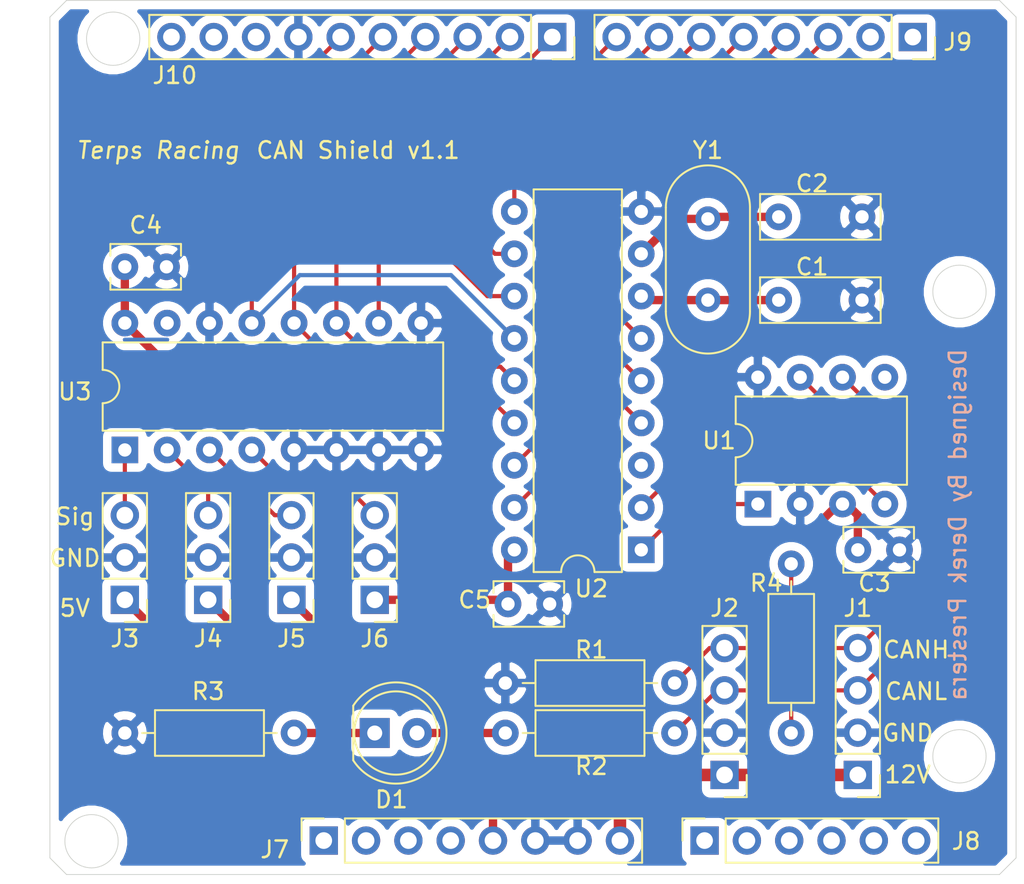
<source format=kicad_pcb>
(kicad_pcb (version 20171130) (host pcbnew "(5.1.9)-1")

  (general
    (thickness 1.6)
    (drawings 22)
    (tracks 147)
    (zones 0)
    (modules 24)
    (nets 44)
  )

  (page A4)
  (layers
    (0 F.Cu signal)
    (31 B.Cu signal)
    (32 B.Adhes user)
    (33 F.Adhes user)
    (34 B.Paste user)
    (35 F.Paste user)
    (36 B.SilkS user)
    (37 F.SilkS user)
    (38 B.Mask user)
    (39 F.Mask user)
    (40 Dwgs.User user)
    (41 Cmts.User user)
    (42 Eco1.User user)
    (43 Eco2.User user)
    (44 Edge.Cuts user)
    (45 Margin user)
    (46 B.CrtYd user)
    (47 F.CrtYd user)
    (48 B.Fab user)
    (49 F.Fab user)
  )

  (setup
    (last_trace_width 0.25)
    (trace_clearance 0.2)
    (zone_clearance 0.508)
    (zone_45_only no)
    (trace_min 0.2)
    (via_size 0.8)
    (via_drill 0.4)
    (via_min_size 0.4)
    (via_min_drill 0.3)
    (uvia_size 0.3)
    (uvia_drill 0.1)
    (uvias_allowed no)
    (uvia_min_size 0.2)
    (uvia_min_drill 0.1)
    (edge_width 0.05)
    (segment_width 0.2)
    (pcb_text_width 0.3)
    (pcb_text_size 1.5 1.5)
    (mod_edge_width 0.12)
    (mod_text_size 1 1)
    (mod_text_width 0.15)
    (pad_size 1.524 1.524)
    (pad_drill 0.762)
    (pad_to_mask_clearance 0)
    (aux_axis_origin 0 0)
    (grid_origin 129 116)
    (visible_elements 7FFFFFFF)
    (pcbplotparams
      (layerselection 0x010f0_ffffffff)
      (usegerberextensions false)
      (usegerberattributes true)
      (usegerberadvancedattributes true)
      (creategerberjobfile true)
      (excludeedgelayer true)
      (linewidth 0.100000)
      (plotframeref false)
      (viasonmask false)
      (mode 1)
      (useauxorigin false)
      (hpglpennumber 1)
      (hpglpenspeed 20)
      (hpglpendiameter 15.000000)
      (psnegative false)
      (psa4output false)
      (plotreference true)
      (plotvalue true)
      (plotinvisibletext false)
      (padsonsilk false)
      (subtractmaskfromsilk false)
      (outputformat 1)
      (mirror false)
      (drillshape 0)
      (scaleselection 1)
      (outputdirectory "Gerbers/"))
  )

  (net 0 "")
  (net 1 "Net-(C1-Pad2)")
  (net 2 GND)
  (net 3 "Net-(C2-Pad2)")
  (net 4 +5V)
  (net 5 "Net-(D1-Pad1)")
  (net 6 "Net-(J1-Pad4)")
  (net 7 "Net-(J1-Pad3)")
  (net 8 +12V)
  (net 9 "Net-(J7-Pad4)")
  (net 10 "Net-(J7-Pad3)")
  (net 11 "Net-(J7-Pad2)")
  (net 12 "Net-(J7-Pad1)")
  (net 13 "Net-(J8-Pad6)")
  (net 14 "Net-(J8-Pad5)")
  (net 15 "Net-(J8-Pad4)")
  (net 16 "Net-(J8-Pad3)")
  (net 17 "Net-(J8-Pad2)")
  (net 18 "Net-(J8-Pad1)")
  (net 19 "Net-(J9-Pad8)")
  (net 20 "Net-(J9-Pad7)")
  (net 21 "Net-(J9-Pad6)")
  (net 22 "Net-(J9-Pad5)")
  (net 23 "Net-(J9-Pad4)")
  (net 24 "Net-(J9-Pad3)")
  (net 25 "Net-(J9-Pad2)")
  (net 26 "Net-(J9-Pad1)")
  (net 27 "Net-(J10-Pad10)")
  (net 28 "Net-(J10-Pad9)")
  (net 29 "Net-(J10-Pad8)")
  (net 30 "Net-(J10-Pad6)")
  (net 31 "Net-(J10-Pad5)")
  (net 32 "Net-(J10-Pad4)")
  (net 33 "Net-(J10-Pad3)")
  (net 34 "Net-(J10-Pad2)")
  (net 35 "Net-(J10-Pad1)")
  (net 36 "Net-(U1-Pad4)")
  (net 37 "Net-(U1-Pad5)")
  (net 38 "Net-(U1-Pad1)")
  (net 39 "Net-(U2-Pad3)")
  (net 40 "Net-(J3-Pad3)")
  (net 41 "Net-(J4-Pad3)")
  (net 42 "Net-(J5-Pad3)")
  (net 43 "Net-(J6-Pad3)")

  (net_class Default "This is the default net class."
    (clearance 0.2)
    (trace_width 0.25)
    (via_dia 0.8)
    (via_drill 0.4)
    (uvia_dia 0.3)
    (uvia_drill 0.1)
    (add_net +12V)
    (add_net +5V)
    (add_net GND)
    (add_net "Net-(C1-Pad2)")
    (add_net "Net-(C2-Pad2)")
    (add_net "Net-(D1-Pad1)")
    (add_net "Net-(J1-Pad3)")
    (add_net "Net-(J1-Pad4)")
    (add_net "Net-(J10-Pad1)")
    (add_net "Net-(J10-Pad10)")
    (add_net "Net-(J10-Pad2)")
    (add_net "Net-(J10-Pad3)")
    (add_net "Net-(J10-Pad4)")
    (add_net "Net-(J10-Pad5)")
    (add_net "Net-(J10-Pad6)")
    (add_net "Net-(J10-Pad8)")
    (add_net "Net-(J10-Pad9)")
    (add_net "Net-(J3-Pad3)")
    (add_net "Net-(J4-Pad3)")
    (add_net "Net-(J5-Pad3)")
    (add_net "Net-(J6-Pad3)")
    (add_net "Net-(J7-Pad1)")
    (add_net "Net-(J7-Pad2)")
    (add_net "Net-(J7-Pad3)")
    (add_net "Net-(J7-Pad4)")
    (add_net "Net-(J8-Pad1)")
    (add_net "Net-(J8-Pad2)")
    (add_net "Net-(J8-Pad3)")
    (add_net "Net-(J8-Pad4)")
    (add_net "Net-(J8-Pad5)")
    (add_net "Net-(J8-Pad6)")
    (add_net "Net-(J9-Pad1)")
    (add_net "Net-(J9-Pad2)")
    (add_net "Net-(J9-Pad3)")
    (add_net "Net-(J9-Pad4)")
    (add_net "Net-(J9-Pad5)")
    (add_net "Net-(J9-Pad6)")
    (add_net "Net-(J9-Pad7)")
    (add_net "Net-(J9-Pad8)")
    (add_net "Net-(U1-Pad1)")
    (add_net "Net-(U1-Pad4)")
    (add_net "Net-(U1-Pad5)")
    (add_net "Net-(U2-Pad3)")
  )

  (module Resistor_THT:R_Axial_DIN0207_L6.3mm_D2.5mm_P10.16mm_Horizontal (layer F.Cu) (tedit 5AE5139B) (tstamp 60876E89)
    (at 158 90 90)
    (descr "Resistor, Axial_DIN0207 series, Axial, Horizontal, pin pitch=10.16mm, 0.25W = 1/4W, length*diameter=6.3*2.5mm^2, http://cdn-reichelt.de/documents/datenblatt/B400/1_4W%23YAG.pdf")
    (tags "Resistor Axial_DIN0207 series Axial Horizontal pin pitch 10.16mm 0.25W = 1/4W length 6.3mm diameter 2.5mm")
    (path /609BE8BB)
    (fp_text reference R4 (at 9 -1.5 180) (layer F.SilkS)
      (effects (font (size 1 1) (thickness 0.15)))
    )
    (fp_text value 120 (at 5.08 2.37 90) (layer F.Fab)
      (effects (font (size 1 1) (thickness 0.15)))
    )
    (fp_line (start 1.93 -1.25) (end 1.93 1.25) (layer F.Fab) (width 0.1))
    (fp_line (start 1.93 1.25) (end 8.23 1.25) (layer F.Fab) (width 0.1))
    (fp_line (start 8.23 1.25) (end 8.23 -1.25) (layer F.Fab) (width 0.1))
    (fp_line (start 8.23 -1.25) (end 1.93 -1.25) (layer F.Fab) (width 0.1))
    (fp_line (start 0 0) (end 1.93 0) (layer F.Fab) (width 0.1))
    (fp_line (start 10.16 0) (end 8.23 0) (layer F.Fab) (width 0.1))
    (fp_line (start 1.81 -1.37) (end 1.81 1.37) (layer F.SilkS) (width 0.12))
    (fp_line (start 1.81 1.37) (end 8.35 1.37) (layer F.SilkS) (width 0.12))
    (fp_line (start 8.35 1.37) (end 8.35 -1.37) (layer F.SilkS) (width 0.12))
    (fp_line (start 8.35 -1.37) (end 1.81 -1.37) (layer F.SilkS) (width 0.12))
    (fp_line (start 1.04 0) (end 1.81 0) (layer F.SilkS) (width 0.12))
    (fp_line (start 9.12 0) (end 8.35 0) (layer F.SilkS) (width 0.12))
    (fp_line (start -1.05 -1.5) (end -1.05 1.5) (layer F.CrtYd) (width 0.05))
    (fp_line (start -1.05 1.5) (end 11.21 1.5) (layer F.CrtYd) (width 0.05))
    (fp_line (start 11.21 1.5) (end 11.21 -1.5) (layer F.CrtYd) (width 0.05))
    (fp_line (start 11.21 -1.5) (end -1.05 -1.5) (layer F.CrtYd) (width 0.05))
    (fp_text user %R (at 5.08 0 90) (layer F.Fab)
      (effects (font (size 1 1) (thickness 0.15)))
    )
    (pad 1 thru_hole circle (at 0 0 90) (size 1.6 1.6) (drill 0.8) (layers *.Cu *.Mask)
      (net 7 "Net-(J1-Pad3)"))
    (pad 2 thru_hole oval (at 10.16 0 90) (size 1.6 1.6) (drill 0.8) (layers *.Cu *.Mask)
      (net 6 "Net-(J1-Pad4)"))
    (model ${KISYS3DMOD}/Resistor_THT.3dshapes/R_Axial_DIN0207_L6.3mm_D2.5mm_P10.16mm_Horizontal.wrl
      (at (xyz 0 0 0))
      (scale (xyz 1 1 1))
      (rotate (xyz 0 0 0))
    )
  )

  (module Package_DIP:DIP-8_W7.62mm (layer F.Cu) (tedit 5A02E8C5) (tstamp 60A7294A)
    (at 156 76.25 90)
    (descr "8-lead though-hole mounted DIP package, row spacing 7.62 mm (300 mils)")
    (tags "THT DIP DIL PDIP 2.54mm 7.62mm 300mil")
    (path /60488254)
    (fp_text reference U1 (at 3.81 -2.33 180) (layer F.SilkS)
      (effects (font (size 1 1) (thickness 0.15)))
    )
    (fp_text value MCP2561-E-P (at 3.81 9.95 90) (layer F.Fab)
      (effects (font (size 1 1) (thickness 0.15)))
    )
    (fp_line (start 1.635 -1.27) (end 6.985 -1.27) (layer F.Fab) (width 0.1))
    (fp_line (start 6.985 -1.27) (end 6.985 8.89) (layer F.Fab) (width 0.1))
    (fp_line (start 6.985 8.89) (end 0.635 8.89) (layer F.Fab) (width 0.1))
    (fp_line (start 0.635 8.89) (end 0.635 -0.27) (layer F.Fab) (width 0.1))
    (fp_line (start 0.635 -0.27) (end 1.635 -1.27) (layer F.Fab) (width 0.1))
    (fp_line (start 2.81 -1.33) (end 1.16 -1.33) (layer F.SilkS) (width 0.12))
    (fp_line (start 1.16 -1.33) (end 1.16 8.95) (layer F.SilkS) (width 0.12))
    (fp_line (start 1.16 8.95) (end 6.46 8.95) (layer F.SilkS) (width 0.12))
    (fp_line (start 6.46 8.95) (end 6.46 -1.33) (layer F.SilkS) (width 0.12))
    (fp_line (start 6.46 -1.33) (end 4.81 -1.33) (layer F.SilkS) (width 0.12))
    (fp_line (start -1.1 -1.55) (end -1.1 9.15) (layer F.CrtYd) (width 0.05))
    (fp_line (start -1.1 9.15) (end 8.7 9.15) (layer F.CrtYd) (width 0.05))
    (fp_line (start 8.7 9.15) (end 8.7 -1.55) (layer F.CrtYd) (width 0.05))
    (fp_line (start 8.7 -1.55) (end -1.1 -1.55) (layer F.CrtYd) (width 0.05))
    (fp_arc (start 3.81 -1.33) (end 2.81 -1.33) (angle -180) (layer F.SilkS) (width 0.12))
    (fp_text user %R (at 3.81 3.81 90) (layer F.Fab)
      (effects (font (size 1 1) (thickness 0.15)))
    )
    (pad 1 thru_hole rect (at 0 0 90) (size 1.6 1.6) (drill 0.8) (layers *.Cu *.Mask)
      (net 38 "Net-(U1-Pad1)"))
    (pad 5 thru_hole oval (at 7.62 7.62 90) (size 1.6 1.6) (drill 0.8) (layers *.Cu *.Mask)
      (net 37 "Net-(U1-Pad5)"))
    (pad 2 thru_hole oval (at 0 2.54 90) (size 1.6 1.6) (drill 0.8) (layers *.Cu *.Mask)
      (net 2 GND))
    (pad 6 thru_hole oval (at 7.62 5.08 90) (size 1.6 1.6) (drill 0.8) (layers *.Cu *.Mask)
      (net 7 "Net-(J1-Pad3)"))
    (pad 3 thru_hole oval (at 0 5.08 90) (size 1.6 1.6) (drill 0.8) (layers *.Cu *.Mask)
      (net 4 +5V))
    (pad 7 thru_hole oval (at 7.62 2.54 90) (size 1.6 1.6) (drill 0.8) (layers *.Cu *.Mask)
      (net 6 "Net-(J1-Pad4)"))
    (pad 4 thru_hole oval (at 0 7.62 90) (size 1.6 1.6) (drill 0.8) (layers *.Cu *.Mask)
      (net 36 "Net-(U1-Pad4)"))
    (pad 8 thru_hole oval (at 7.62 0 90) (size 1.6 1.6) (drill 0.8) (layers *.Cu *.Mask)
      (net 2 GND))
    (model ${KISYS3DMOD}/Package_DIP.3dshapes/DIP-8_W7.62mm.wrl
      (at (xyz 0 0 0))
      (scale (xyz 1 1 1))
      (rotate (xyz 0 0 0))
    )
  )

  (module Resistor_THT:R_Axial_DIN0207_L6.3mm_D2.5mm_P10.16mm_Horizontal (layer F.Cu) (tedit 5AE5139B) (tstamp 60874581)
    (at 118 90)
    (descr "Resistor, Axial_DIN0207 series, Axial, Horizontal, pin pitch=10.16mm, 0.25W = 1/4W, length*diameter=6.3*2.5mm^2, http://cdn-reichelt.de/documents/datenblatt/B400/1_4W%23YAG.pdf")
    (tags "Resistor Axial_DIN0207 series Axial Horizontal pin pitch 10.16mm 0.25W = 1/4W length 6.3mm diameter 2.5mm")
    (path /6070D84F)
    (fp_text reference R3 (at 5 -2.5) (layer F.SilkS)
      (effects (font (size 1 1) (thickness 0.15)))
    )
    (fp_text value 120 (at 5.08 2.37) (layer F.Fab)
      (effects (font (size 1 1) (thickness 0.15)))
    )
    (fp_line (start 1.93 -1.25) (end 1.93 1.25) (layer F.Fab) (width 0.1))
    (fp_line (start 1.93 1.25) (end 8.23 1.25) (layer F.Fab) (width 0.1))
    (fp_line (start 8.23 1.25) (end 8.23 -1.25) (layer F.Fab) (width 0.1))
    (fp_line (start 8.23 -1.25) (end 1.93 -1.25) (layer F.Fab) (width 0.1))
    (fp_line (start 0 0) (end 1.93 0) (layer F.Fab) (width 0.1))
    (fp_line (start 10.16 0) (end 8.23 0) (layer F.Fab) (width 0.1))
    (fp_line (start 1.81 -1.37) (end 1.81 1.37) (layer F.SilkS) (width 0.12))
    (fp_line (start 1.81 1.37) (end 8.35 1.37) (layer F.SilkS) (width 0.12))
    (fp_line (start 8.35 1.37) (end 8.35 -1.37) (layer F.SilkS) (width 0.12))
    (fp_line (start 8.35 -1.37) (end 1.81 -1.37) (layer F.SilkS) (width 0.12))
    (fp_line (start 1.04 0) (end 1.81 0) (layer F.SilkS) (width 0.12))
    (fp_line (start 9.12 0) (end 8.35 0) (layer F.SilkS) (width 0.12))
    (fp_line (start -1.05 -1.5) (end -1.05 1.5) (layer F.CrtYd) (width 0.05))
    (fp_line (start -1.05 1.5) (end 11.21 1.5) (layer F.CrtYd) (width 0.05))
    (fp_line (start 11.21 1.5) (end 11.21 -1.5) (layer F.CrtYd) (width 0.05))
    (fp_line (start 11.21 -1.5) (end -1.05 -1.5) (layer F.CrtYd) (width 0.05))
    (fp_text user %R (at 5.08 0) (layer F.Fab)
      (effects (font (size 1 1) (thickness 0.15)))
    )
    (pad 1 thru_hole circle (at 0 0) (size 1.6 1.6) (drill 0.8) (layers *.Cu *.Mask)
      (net 2 GND))
    (pad 2 thru_hole oval (at 10.16 0) (size 1.6 1.6) (drill 0.8) (layers *.Cu *.Mask)
      (net 5 "Net-(D1-Pad1)"))
    (model ${KISYS3DMOD}/Resistor_THT.3dshapes/R_Axial_DIN0207_L6.3mm_D2.5mm_P10.16mm_Horizontal.wrl
      (at (xyz 0 0 0))
      (scale (xyz 1 1 1))
      (rotate (xyz 0 0 0))
    )
  )

  (module Resistor_THT:R_Axial_DIN0207_L6.3mm_D2.5mm_P10.16mm_Horizontal (layer F.Cu) (tedit 5AE5139B) (tstamp 605BE2F2)
    (at 151 90 180)
    (descr "Resistor, Axial_DIN0207 series, Axial, Horizontal, pin pitch=10.16mm, 0.25W = 1/4W, length*diameter=6.3*2.5mm^2, http://cdn-reichelt.de/documents/datenblatt/B400/1_4W%23YAG.pdf")
    (tags "Resistor Axial_DIN0207 series Axial Horizontal pin pitch 10.16mm 0.25W = 1/4W length 6.3mm diameter 2.5mm")
    (path /60883E2D)
    (fp_text reference R2 (at 5 -2) (layer F.SilkS)
      (effects (font (size 1 1) (thickness 0.15)))
    )
    (fp_text value 500 (at 5.08 2.37) (layer F.Fab)
      (effects (font (size 1 1) (thickness 0.15)))
    )
    (fp_line (start 1.93 -1.25) (end 1.93 1.25) (layer F.Fab) (width 0.1))
    (fp_line (start 1.93 1.25) (end 8.23 1.25) (layer F.Fab) (width 0.1))
    (fp_line (start 8.23 1.25) (end 8.23 -1.25) (layer F.Fab) (width 0.1))
    (fp_line (start 8.23 -1.25) (end 1.93 -1.25) (layer F.Fab) (width 0.1))
    (fp_line (start 0 0) (end 1.93 0) (layer F.Fab) (width 0.1))
    (fp_line (start 10.16 0) (end 8.23 0) (layer F.Fab) (width 0.1))
    (fp_line (start 1.81 -1.37) (end 1.81 1.37) (layer F.SilkS) (width 0.12))
    (fp_line (start 1.81 1.37) (end 8.35 1.37) (layer F.SilkS) (width 0.12))
    (fp_line (start 8.35 1.37) (end 8.35 -1.37) (layer F.SilkS) (width 0.12))
    (fp_line (start 8.35 -1.37) (end 1.81 -1.37) (layer F.SilkS) (width 0.12))
    (fp_line (start 1.04 0) (end 1.81 0) (layer F.SilkS) (width 0.12))
    (fp_line (start 9.12 0) (end 8.35 0) (layer F.SilkS) (width 0.12))
    (fp_line (start -1.05 -1.5) (end -1.05 1.5) (layer F.CrtYd) (width 0.05))
    (fp_line (start -1.05 1.5) (end 11.21 1.5) (layer F.CrtYd) (width 0.05))
    (fp_line (start 11.21 1.5) (end 11.21 -1.5) (layer F.CrtYd) (width 0.05))
    (fp_line (start 11.21 -1.5) (end -1.05 -1.5) (layer F.CrtYd) (width 0.05))
    (fp_text user %R (at 5.08 0) (layer F.Fab)
      (effects (font (size 1 1) (thickness 0.15)))
    )
    (pad 1 thru_hole circle (at 0 0 180) (size 1.6 1.6) (drill 0.8) (layers *.Cu *.Mask)
      (net 7 "Net-(J1-Pad3)"))
    (pad 2 thru_hole oval (at 10.16 0 180) (size 1.6 1.6) (drill 0.8) (layers *.Cu *.Mask)
      (net 4 +5V))
    (model ${KISYS3DMOD}/Resistor_THT.3dshapes/R_Axial_DIN0207_L6.3mm_D2.5mm_P10.16mm_Horizontal.wrl
      (at (xyz 0 0 0))
      (scale (xyz 1 1 1))
      (rotate (xyz 0 0 0))
    )
  )

  (module Resistor_THT:R_Axial_DIN0207_L6.3mm_D2.5mm_P10.16mm_Horizontal (layer F.Cu) (tedit 5AE5139B) (tstamp 60875ABD)
    (at 151 87 180)
    (descr "Resistor, Axial_DIN0207 series, Axial, Horizontal, pin pitch=10.16mm, 0.25W = 1/4W, length*diameter=6.3*2.5mm^2, http://cdn-reichelt.de/documents/datenblatt/B400/1_4W%23YAG.pdf")
    (tags "Resistor Axial_DIN0207 series Axial Horizontal pin pitch 10.16mm 0.25W = 1/4W length 6.3mm diameter 2.5mm")
    (path /605323AC)
    (fp_text reference R1 (at 5 2) (layer F.SilkS)
      (effects (font (size 1 1) (thickness 0.15)))
    )
    (fp_text value 500 (at 5.08 2.37) (layer F.Fab)
      (effects (font (size 1 1) (thickness 0.15)))
    )
    (fp_line (start 1.93 -1.25) (end 1.93 1.25) (layer F.Fab) (width 0.1))
    (fp_line (start 1.93 1.25) (end 8.23 1.25) (layer F.Fab) (width 0.1))
    (fp_line (start 8.23 1.25) (end 8.23 -1.25) (layer F.Fab) (width 0.1))
    (fp_line (start 8.23 -1.25) (end 1.93 -1.25) (layer F.Fab) (width 0.1))
    (fp_line (start 0 0) (end 1.93 0) (layer F.Fab) (width 0.1))
    (fp_line (start 10.16 0) (end 8.23 0) (layer F.Fab) (width 0.1))
    (fp_line (start 1.81 -1.37) (end 1.81 1.37) (layer F.SilkS) (width 0.12))
    (fp_line (start 1.81 1.37) (end 8.35 1.37) (layer F.SilkS) (width 0.12))
    (fp_line (start 8.35 1.37) (end 8.35 -1.37) (layer F.SilkS) (width 0.12))
    (fp_line (start 8.35 -1.37) (end 1.81 -1.37) (layer F.SilkS) (width 0.12))
    (fp_line (start 1.04 0) (end 1.81 0) (layer F.SilkS) (width 0.12))
    (fp_line (start 9.12 0) (end 8.35 0) (layer F.SilkS) (width 0.12))
    (fp_line (start -1.05 -1.5) (end -1.05 1.5) (layer F.CrtYd) (width 0.05))
    (fp_line (start -1.05 1.5) (end 11.21 1.5) (layer F.CrtYd) (width 0.05))
    (fp_line (start 11.21 1.5) (end 11.21 -1.5) (layer F.CrtYd) (width 0.05))
    (fp_line (start 11.21 -1.5) (end -1.05 -1.5) (layer F.CrtYd) (width 0.05))
    (fp_text user %R (at 5.08 0) (layer F.Fab)
      (effects (font (size 1 1) (thickness 0.15)))
    )
    (pad 1 thru_hole circle (at 0 0 180) (size 1.6 1.6) (drill 0.8) (layers *.Cu *.Mask)
      (net 6 "Net-(J1-Pad4)"))
    (pad 2 thru_hole oval (at 10.16 0 180) (size 1.6 1.6) (drill 0.8) (layers *.Cu *.Mask)
      (net 2 GND))
    (model ${KISYS3DMOD}/Resistor_THT.3dshapes/R_Axial_DIN0207_L6.3mm_D2.5mm_P10.16mm_Horizontal.wrl
      (at (xyz 0 0 0))
      (scale (xyz 1 1 1))
      (rotate (xyz 0 0 0))
    )
  )

  (module LED_THT:LED_D5.0mm_FlatTop (layer F.Cu) (tedit 5880A862) (tstamp 607E0186)
    (at 133 90)
    (descr "LED, Round, FlatTop, diameter 5.0mm, 2 pins, http://www.kingbright.com/attachments/file/psearch/000/00/00/L-483GDT(Ver.15B).pdf")
    (tags "LED Round FlatTop diameter 5.0mm 2 pins")
    (path /606EE47C)
    (fp_text reference D1 (at 1 4) (layer F.SilkS)
      (effects (font (size 1 1) (thickness 0.15)))
    )
    (fp_text value LED (at 6 0) (layer F.Fab)
      (effects (font (size 1 1) (thickness 0.15)))
    )
    (fp_circle (center 1.27 0) (end 3.77 0) (layer F.Fab) (width 0.1))
    (fp_circle (center 1.27 0) (end 3.77 0) (layer F.SilkS) (width 0.12))
    (fp_line (start -1.23 -1.566046) (end -1.23 1.566046) (layer F.Fab) (width 0.1))
    (fp_line (start -1.29 -1.64) (end -1.29 1.64) (layer F.SilkS) (width 0.12))
    (fp_line (start -2 -3.3) (end -2 3.3) (layer F.CrtYd) (width 0.05))
    (fp_line (start -2 3.3) (end 4.55 3.3) (layer F.CrtYd) (width 0.05))
    (fp_line (start 4.55 3.3) (end 4.55 -3.3) (layer F.CrtYd) (width 0.05))
    (fp_line (start 4.55 -3.3) (end -2 -3.3) (layer F.CrtYd) (width 0.05))
    (fp_arc (start 1.27 0) (end -1.23 -1.566046) (angle 295.9) (layer F.Fab) (width 0.1))
    (fp_arc (start 1.27 0) (end -1.29 -1.639512) (angle 147.4) (layer F.SilkS) (width 0.12))
    (fp_arc (start 1.27 0) (end -1.29 1.639512) (angle -147.4) (layer F.SilkS) (width 0.12))
    (pad 1 thru_hole rect (at 0 0) (size 1.8 1.8) (drill 0.9) (layers *.Cu *.Mask)
      (net 5 "Net-(D1-Pad1)"))
    (pad 2 thru_hole circle (at 2.54 0) (size 1.8 1.8) (drill 0.9) (layers *.Cu *.Mask)
      (net 4 +5V))
    (model ${KISYS3DMOD}/LED_THT.3dshapes/LED_D5.0mm_FlatTop.wrl
      (at (xyz 0 0 0))
      (scale (xyz 1 1 1))
      (rotate (xyz 0 0 0))
    )
  )

  (module Capacitor_THT:C_Rect_L4.0mm_W2.5mm_P2.50mm (layer F.Cu) (tedit 5AE50EF0) (tstamp 60A728A5)
    (at 141 82.25)
    (descr "C, Rect series, Radial, pin pitch=2.50mm, , length*width=4*2.5mm^2, Capacitor")
    (tags "C Rect series Radial pin pitch 2.50mm  length 4mm width 2.5mm Capacitor")
    (path /60583C84)
    (fp_text reference C5 (at -2 -0.25) (layer F.SilkS)
      (effects (font (size 1 1) (thickness 0.15)))
    )
    (fp_text value C0603C101K8HACAUTO (at 1.25 2.5) (layer F.Fab)
      (effects (font (size 1 1) (thickness 0.15)))
    )
    (fp_line (start -0.75 -1.25) (end -0.75 1.25) (layer F.Fab) (width 0.1))
    (fp_line (start -0.75 1.25) (end 3.25 1.25) (layer F.Fab) (width 0.1))
    (fp_line (start 3.25 1.25) (end 3.25 -1.25) (layer F.Fab) (width 0.1))
    (fp_line (start 3.25 -1.25) (end -0.75 -1.25) (layer F.Fab) (width 0.1))
    (fp_line (start -0.87 -1.37) (end 3.37 -1.37) (layer F.SilkS) (width 0.12))
    (fp_line (start -0.87 1.37) (end 3.37 1.37) (layer F.SilkS) (width 0.12))
    (fp_line (start -0.87 -1.37) (end -0.87 -0.665) (layer F.SilkS) (width 0.12))
    (fp_line (start -0.87 0.665) (end -0.87 1.37) (layer F.SilkS) (width 0.12))
    (fp_line (start 3.37 -1.37) (end 3.37 -0.665) (layer F.SilkS) (width 0.12))
    (fp_line (start 3.37 0.665) (end 3.37 1.37) (layer F.SilkS) (width 0.12))
    (fp_line (start -1.05 -1.5) (end -1.05 1.5) (layer F.CrtYd) (width 0.05))
    (fp_line (start -1.05 1.5) (end 3.55 1.5) (layer F.CrtYd) (width 0.05))
    (fp_line (start 3.55 1.5) (end 3.55 -1.5) (layer F.CrtYd) (width 0.05))
    (fp_line (start 3.55 -1.5) (end -1.05 -1.5) (layer F.CrtYd) (width 0.05))
    (fp_text user %R (at 1.25 0) (layer F.Fab)
      (effects (font (size 0.8 0.8) (thickness 0.12)))
    )
    (pad 1 thru_hole circle (at 0 0) (size 1.6 1.6) (drill 0.8) (layers *.Cu *.Mask)
      (net 4 +5V))
    (pad 2 thru_hole circle (at 2.5 0) (size 1.6 1.6) (drill 0.8) (layers *.Cu *.Mask)
      (net 2 GND))
    (model ${KISYS3DMOD}/Capacitor_THT.3dshapes/C_Rect_L4.0mm_W2.5mm_P2.50mm.wrl
      (at (xyz 0 0 0))
      (scale (xyz 1 1 1))
      (rotate (xyz 0 0 0))
    )
  )

  (module Capacitor_THT:C_Rect_L4.0mm_W2.5mm_P2.50mm (layer F.Cu) (tedit 5AE50EF0) (tstamp 607E036A)
    (at 118 62)
    (descr "C, Rect series, Radial, pin pitch=2.50mm, , length*width=4*2.5mm^2, Capacitor")
    (tags "C Rect series Radial pin pitch 2.50mm  length 4mm width 2.5mm Capacitor")
    (path /6059F717)
    (fp_text reference C4 (at 1.25 -2.5) (layer F.SilkS)
      (effects (font (size 1 1) (thickness 0.15)))
    )
    (fp_text value C0603C101K8HACAUTO (at 1.25 2.5) (layer F.Fab)
      (effects (font (size 1 1) (thickness 0.15)))
    )
    (fp_line (start -0.75 -1.25) (end -0.75 1.25) (layer F.Fab) (width 0.1))
    (fp_line (start -0.75 1.25) (end 3.25 1.25) (layer F.Fab) (width 0.1))
    (fp_line (start 3.25 1.25) (end 3.25 -1.25) (layer F.Fab) (width 0.1))
    (fp_line (start 3.25 -1.25) (end -0.75 -1.25) (layer F.Fab) (width 0.1))
    (fp_line (start -0.87 -1.37) (end 3.37 -1.37) (layer F.SilkS) (width 0.12))
    (fp_line (start -0.87 1.37) (end 3.37 1.37) (layer F.SilkS) (width 0.12))
    (fp_line (start -0.87 -1.37) (end -0.87 -0.665) (layer F.SilkS) (width 0.12))
    (fp_line (start -0.87 0.665) (end -0.87 1.37) (layer F.SilkS) (width 0.12))
    (fp_line (start 3.37 -1.37) (end 3.37 -0.665) (layer F.SilkS) (width 0.12))
    (fp_line (start 3.37 0.665) (end 3.37 1.37) (layer F.SilkS) (width 0.12))
    (fp_line (start -1.05 -1.5) (end -1.05 1.5) (layer F.CrtYd) (width 0.05))
    (fp_line (start -1.05 1.5) (end 3.55 1.5) (layer F.CrtYd) (width 0.05))
    (fp_line (start 3.55 1.5) (end 3.55 -1.5) (layer F.CrtYd) (width 0.05))
    (fp_line (start 3.55 -1.5) (end -1.05 -1.5) (layer F.CrtYd) (width 0.05))
    (fp_text user %R (at 1.25 0) (layer F.Fab)
      (effects (font (size 0.8 0.8) (thickness 0.12)))
    )
    (pad 1 thru_hole circle (at 0 0) (size 1.6 1.6) (drill 0.8) (layers *.Cu *.Mask)
      (net 4 +5V))
    (pad 2 thru_hole circle (at 2.5 0) (size 1.6 1.6) (drill 0.8) (layers *.Cu *.Mask)
      (net 2 GND))
    (model ${KISYS3DMOD}/Capacitor_THT.3dshapes/C_Rect_L4.0mm_W2.5mm_P2.50mm.wrl
      (at (xyz 0 0 0))
      (scale (xyz 1 1 1))
      (rotate (xyz 0 0 0))
    )
  )

  (module Capacitor_THT:C_Rect_L4.0mm_W2.5mm_P2.50mm (layer F.Cu) (tedit 5AE50EF0) (tstamp 605DAB95)
    (at 162 79)
    (descr "C, Rect series, Radial, pin pitch=2.50mm, , length*width=4*2.5mm^2, Capacitor")
    (tags "C Rect series Radial pin pitch 2.50mm  length 4mm width 2.5mm Capacitor")
    (path /60559872)
    (fp_text reference C3 (at 1 2) (layer F.SilkS)
      (effects (font (size 1 1) (thickness 0.15)))
    )
    (fp_text value C0603C101K8HACAUTO (at 1.25 2.5) (layer F.Fab)
      (effects (font (size 1 1) (thickness 0.15)))
    )
    (fp_line (start -0.75 -1.25) (end -0.75 1.25) (layer F.Fab) (width 0.1))
    (fp_line (start -0.75 1.25) (end 3.25 1.25) (layer F.Fab) (width 0.1))
    (fp_line (start 3.25 1.25) (end 3.25 -1.25) (layer F.Fab) (width 0.1))
    (fp_line (start 3.25 -1.25) (end -0.75 -1.25) (layer F.Fab) (width 0.1))
    (fp_line (start -0.87 -1.37) (end 3.37 -1.37) (layer F.SilkS) (width 0.12))
    (fp_line (start -0.87 1.37) (end 3.37 1.37) (layer F.SilkS) (width 0.12))
    (fp_line (start -0.87 -1.37) (end -0.87 -0.665) (layer F.SilkS) (width 0.12))
    (fp_line (start -0.87 0.665) (end -0.87 1.37) (layer F.SilkS) (width 0.12))
    (fp_line (start 3.37 -1.37) (end 3.37 -0.665) (layer F.SilkS) (width 0.12))
    (fp_line (start 3.37 0.665) (end 3.37 1.37) (layer F.SilkS) (width 0.12))
    (fp_line (start -1.05 -1.5) (end -1.05 1.5) (layer F.CrtYd) (width 0.05))
    (fp_line (start -1.05 1.5) (end 3.55 1.5) (layer F.CrtYd) (width 0.05))
    (fp_line (start 3.55 1.5) (end 3.55 -1.5) (layer F.CrtYd) (width 0.05))
    (fp_line (start 3.55 -1.5) (end -1.05 -1.5) (layer F.CrtYd) (width 0.05))
    (fp_text user %R (at 1.25 0) (layer F.Fab)
      (effects (font (size 0.8 0.8) (thickness 0.12)))
    )
    (pad 1 thru_hole circle (at 0 0) (size 1.6 1.6) (drill 0.8) (layers *.Cu *.Mask)
      (net 4 +5V))
    (pad 2 thru_hole circle (at 2.5 0) (size 1.6 1.6) (drill 0.8) (layers *.Cu *.Mask)
      (net 2 GND))
    (model ${KISYS3DMOD}/Capacitor_THT.3dshapes/C_Rect_L4.0mm_W2.5mm_P2.50mm.wrl
      (at (xyz 0 0 0))
      (scale (xyz 1 1 1))
      (rotate (xyz 0 0 0))
    )
  )

  (module Capacitor_THT:C_Rect_L7.0mm_W2.5mm_P5.00mm (layer F.Cu) (tedit 5AE50EF0) (tstamp 605D652B)
    (at 162.25 59 180)
    (descr "C, Rect series, Radial, pin pitch=5.00mm, , length*width=7*2.5mm^2, Capacitor")
    (tags "C Rect series Radial pin pitch 5.00mm  length 7mm width 2.5mm Capacitor")
    (path /608D09EC)
    (fp_text reference C2 (at 3 2) (layer F.SilkS)
      (effects (font (size 1 1) (thickness 0.15)))
    )
    (fp_text value C0805C200G8HAC7800 (at 2.5 2.5) (layer F.Fab)
      (effects (font (size 1 1) (thickness 0.15)))
    )
    (fp_line (start -1 -1.25) (end -1 1.25) (layer F.Fab) (width 0.1))
    (fp_line (start -1 1.25) (end 6 1.25) (layer F.Fab) (width 0.1))
    (fp_line (start 6 1.25) (end 6 -1.25) (layer F.Fab) (width 0.1))
    (fp_line (start 6 -1.25) (end -1 -1.25) (layer F.Fab) (width 0.1))
    (fp_line (start -1.12 -1.37) (end 6.12 -1.37) (layer F.SilkS) (width 0.12))
    (fp_line (start -1.12 1.37) (end 6.12 1.37) (layer F.SilkS) (width 0.12))
    (fp_line (start -1.12 -1.37) (end -1.12 1.37) (layer F.SilkS) (width 0.12))
    (fp_line (start 6.12 -1.37) (end 6.12 1.37) (layer F.SilkS) (width 0.12))
    (fp_line (start -1.25 -1.5) (end -1.25 1.5) (layer F.CrtYd) (width 0.05))
    (fp_line (start -1.25 1.5) (end 6.25 1.5) (layer F.CrtYd) (width 0.05))
    (fp_line (start 6.25 1.5) (end 6.25 -1.5) (layer F.CrtYd) (width 0.05))
    (fp_line (start 6.25 -1.5) (end -1.25 -1.5) (layer F.CrtYd) (width 0.05))
    (fp_text user %R (at 2.5 0) (layer F.Fab)
      (effects (font (size 1 1) (thickness 0.15)))
    )
    (pad 1 thru_hole circle (at 0 0 180) (size 1.6 1.6) (drill 0.8) (layers *.Cu *.Mask)
      (net 2 GND))
    (pad 2 thru_hole circle (at 5 0 180) (size 1.6 1.6) (drill 0.8) (layers *.Cu *.Mask)
      (net 3 "Net-(C2-Pad2)"))
    (model ${KISYS3DMOD}/Capacitor_THT.3dshapes/C_Rect_L7.0mm_W2.5mm_P5.00mm.wrl
      (at (xyz 0 0 0))
      (scale (xyz 1 1 1))
      (rotate (xyz 0 0 0))
    )
  )

  (module Capacitor_THT:C_Rect_L7.0mm_W2.5mm_P5.00mm (layer F.Cu) (tedit 5AE50EF0) (tstamp 606E8A8F)
    (at 162.25 64 180)
    (descr "C, Rect series, Radial, pin pitch=5.00mm, , length*width=7*2.5mm^2, Capacitor")
    (tags "C Rect series Radial pin pitch 5.00mm  length 7mm width 2.5mm Capacitor")
    (path /608CFF57)
    (fp_text reference C1 (at 3 2) (layer F.SilkS)
      (effects (font (size 1 1) (thickness 0.15)))
    )
    (fp_text value C0805C200G8HAC7800 (at 2.5 2.5) (layer F.Fab)
      (effects (font (size 1 1) (thickness 0.15)))
    )
    (fp_line (start -1 -1.25) (end -1 1.25) (layer F.Fab) (width 0.1))
    (fp_line (start -1 1.25) (end 6 1.25) (layer F.Fab) (width 0.1))
    (fp_line (start 6 1.25) (end 6 -1.25) (layer F.Fab) (width 0.1))
    (fp_line (start 6 -1.25) (end -1 -1.25) (layer F.Fab) (width 0.1))
    (fp_line (start -1.12 -1.37) (end 6.12 -1.37) (layer F.SilkS) (width 0.12))
    (fp_line (start -1.12 1.37) (end 6.12 1.37) (layer F.SilkS) (width 0.12))
    (fp_line (start -1.12 -1.37) (end -1.12 1.37) (layer F.SilkS) (width 0.12))
    (fp_line (start 6.12 -1.37) (end 6.12 1.37) (layer F.SilkS) (width 0.12))
    (fp_line (start -1.25 -1.5) (end -1.25 1.5) (layer F.CrtYd) (width 0.05))
    (fp_line (start -1.25 1.5) (end 6.25 1.5) (layer F.CrtYd) (width 0.05))
    (fp_line (start 6.25 1.5) (end 6.25 -1.5) (layer F.CrtYd) (width 0.05))
    (fp_line (start 6.25 -1.5) (end -1.25 -1.5) (layer F.CrtYd) (width 0.05))
    (fp_text user %R (at 2.5 0) (layer F.Fab)
      (effects (font (size 1 1) (thickness 0.15)))
    )
    (pad 1 thru_hole circle (at 0 0 180) (size 1.6 1.6) (drill 0.8) (layers *.Cu *.Mask)
      (net 2 GND))
    (pad 2 thru_hole circle (at 5 0 180) (size 1.6 1.6) (drill 0.8) (layers *.Cu *.Mask)
      (net 1 "Net-(C1-Pad2)"))
    (model ${KISYS3DMOD}/Capacitor_THT.3dshapes/C_Rect_L7.0mm_W2.5mm_P5.00mm.wrl
      (at (xyz 0 0 0))
      (scale (xyz 1 1 1))
      (rotate (xyz 0 0 0))
    )
  )

  (module Package_DIP:DIP-18_W7.62mm (layer F.Cu) (tedit 5A02E8C5) (tstamp 60A72809)
    (at 149 79 180)
    (descr "18-lead though-hole mounted DIP package, row spacing 7.62 mm (300 mils)")
    (tags "THT DIP DIL PDIP 2.54mm 7.62mm 300mil")
    (path /607F3F16)
    (fp_text reference U2 (at 3 -2.33) (layer F.SilkS)
      (effects (font (size 1 1) (thickness 0.15)))
    )
    (fp_text value 2021-03-09_22-56-21_MCP2515-I_P (at 3.81 22.65) (layer F.Fab)
      (effects (font (size 1 1) (thickness 0.15)))
    )
    (fp_line (start 1.635 -1.27) (end 6.985 -1.27) (layer F.Fab) (width 0.1))
    (fp_line (start 6.985 -1.27) (end 6.985 21.59) (layer F.Fab) (width 0.1))
    (fp_line (start 6.985 21.59) (end 0.635 21.59) (layer F.Fab) (width 0.1))
    (fp_line (start 0.635 21.59) (end 0.635 -0.27) (layer F.Fab) (width 0.1))
    (fp_line (start 0.635 -0.27) (end 1.635 -1.27) (layer F.Fab) (width 0.1))
    (fp_line (start 2.81 -1.33) (end 1.16 -1.33) (layer F.SilkS) (width 0.12))
    (fp_line (start 1.16 -1.33) (end 1.16 21.65) (layer F.SilkS) (width 0.12))
    (fp_line (start 1.16 21.65) (end 6.46 21.65) (layer F.SilkS) (width 0.12))
    (fp_line (start 6.46 21.65) (end 6.46 -1.33) (layer F.SilkS) (width 0.12))
    (fp_line (start 6.46 -1.33) (end 4.81 -1.33) (layer F.SilkS) (width 0.12))
    (fp_line (start -1.1 -1.55) (end -1.1 21.85) (layer F.CrtYd) (width 0.05))
    (fp_line (start -1.1 21.85) (end 8.7 21.85) (layer F.CrtYd) (width 0.05))
    (fp_line (start 8.7 21.85) (end 8.7 -1.55) (layer F.CrtYd) (width 0.05))
    (fp_line (start 8.7 -1.55) (end -1.1 -1.55) (layer F.CrtYd) (width 0.05))
    (fp_arc (start 3.81 -1.33) (end 2.81 -1.33) (angle -180) (layer F.SilkS) (width 0.12))
    (fp_text user %R (at 3.81 10.16) (layer F.Fab)
      (effects (font (size 1 1) (thickness 0.15)))
    )
    (pad 1 thru_hole rect (at 0 0 180) (size 1.6 1.6) (drill 0.8) (layers *.Cu *.Mask)
      (net 38 "Net-(U1-Pad1)"))
    (pad 10 thru_hole oval (at 7.62 20.32 180) (size 1.6 1.6) (drill 0.8) (layers *.Cu *.Mask)
      (net 19 "Net-(J9-Pad8)"))
    (pad 2 thru_hole oval (at 0 2.54 180) (size 1.6 1.6) (drill 0.8) (layers *.Cu *.Mask)
      (net 36 "Net-(U1-Pad4)"))
    (pad 11 thru_hole oval (at 7.62 17.78 180) (size 1.6 1.6) (drill 0.8) (layers *.Cu *.Mask)
      (net 35 "Net-(J10-Pad1)"))
    (pad 3 thru_hole oval (at 0 5.08 180) (size 1.6 1.6) (drill 0.8) (layers *.Cu *.Mask)
      (net 39 "Net-(U2-Pad3)"))
    (pad 12 thru_hole oval (at 7.62 15.24 180) (size 1.6 1.6) (drill 0.8) (layers *.Cu *.Mask)
      (net 34 "Net-(J10-Pad2)"))
    (pad 4 thru_hole oval (at 0 7.62 180) (size 1.6 1.6) (drill 0.8) (layers *.Cu *.Mask)
      (net 22 "Net-(J9-Pad5)"))
    (pad 13 thru_hole oval (at 7.62 12.7 180) (size 1.6 1.6) (drill 0.8) (layers *.Cu *.Mask)
      (net 30 "Net-(J10-Pad6)"))
    (pad 5 thru_hole oval (at 0 10.16 180) (size 1.6 1.6) (drill 0.8) (layers *.Cu *.Mask)
      (net 23 "Net-(J9-Pad4)"))
    (pad 14 thru_hole oval (at 7.62 10.16 180) (size 1.6 1.6) (drill 0.8) (layers *.Cu *.Mask)
      (net 32 "Net-(J10-Pad4)"))
    (pad 6 thru_hole oval (at 0 12.7 180) (size 1.6 1.6) (drill 0.8) (layers *.Cu *.Mask)
      (net 24 "Net-(J9-Pad3)"))
    (pad 15 thru_hole oval (at 7.62 7.62 180) (size 1.6 1.6) (drill 0.8) (layers *.Cu *.Mask)
      (net 31 "Net-(J10-Pad5)"))
    (pad 7 thru_hole oval (at 0 15.24 180) (size 1.6 1.6) (drill 0.8) (layers *.Cu *.Mask)
      (net 1 "Net-(C1-Pad2)"))
    (pad 16 thru_hole oval (at 7.62 5.08 180) (size 1.6 1.6) (drill 0.8) (layers *.Cu *.Mask)
      (net 20 "Net-(J9-Pad7)"))
    (pad 8 thru_hole oval (at 0 17.78 180) (size 1.6 1.6) (drill 0.8) (layers *.Cu *.Mask)
      (net 3 "Net-(C2-Pad2)"))
    (pad 17 thru_hole oval (at 7.62 2.54 180) (size 1.6 1.6) (drill 0.8) (layers *.Cu *.Mask)
      (net 21 "Net-(J9-Pad6)"))
    (pad 9 thru_hole oval (at 0 20.32 180) (size 1.6 1.6) (drill 0.8) (layers *.Cu *.Mask)
      (net 2 GND))
    (pad 18 thru_hole oval (at 7.62 0 180) (size 1.6 1.6) (drill 0.8) (layers *.Cu *.Mask)
      (net 4 +5V))
    (model ${KISYS3DMOD}/Package_DIP.3dshapes/DIP-18_W7.62mm.wrl
      (at (xyz 0 0 0))
      (scale (xyz 1 1 1))
      (rotate (xyz 0 0 0))
    )
  )

  (module Connector_PinHeader_2.54mm:PinHeader_1x03_P2.54mm_Vertical (layer F.Cu) (tedit 59FED5CC) (tstamp 60628971)
    (at 133 82 180)
    (descr "Through hole straight pin header, 1x03, 2.54mm pitch, single row")
    (tags "Through hole pin header THT 1x03 2.54mm single row")
    (path /605A9DF6)
    (fp_text reference J6 (at 0 -2.33) (layer F.SilkS)
      (effects (font (size 1 1) (thickness 0.15)))
    )
    (fp_text value Sensor (at 0 7.41) (layer F.Fab)
      (effects (font (size 1 1) (thickness 0.15)))
    )
    (fp_line (start -0.635 -1.27) (end 1.27 -1.27) (layer F.Fab) (width 0.1))
    (fp_line (start 1.27 -1.27) (end 1.27 6.35) (layer F.Fab) (width 0.1))
    (fp_line (start 1.27 6.35) (end -1.27 6.35) (layer F.Fab) (width 0.1))
    (fp_line (start -1.27 6.35) (end -1.27 -0.635) (layer F.Fab) (width 0.1))
    (fp_line (start -1.27 -0.635) (end -0.635 -1.27) (layer F.Fab) (width 0.1))
    (fp_line (start -1.33 6.41) (end 1.33 6.41) (layer F.SilkS) (width 0.12))
    (fp_line (start -1.33 1.27) (end -1.33 6.41) (layer F.SilkS) (width 0.12))
    (fp_line (start 1.33 1.27) (end 1.33 6.41) (layer F.SilkS) (width 0.12))
    (fp_line (start -1.33 1.27) (end 1.33 1.27) (layer F.SilkS) (width 0.12))
    (fp_line (start -1.33 0) (end -1.33 -1.33) (layer F.SilkS) (width 0.12))
    (fp_line (start -1.33 -1.33) (end 0 -1.33) (layer F.SilkS) (width 0.12))
    (fp_line (start -1.8 -1.8) (end -1.8 6.85) (layer F.CrtYd) (width 0.05))
    (fp_line (start -1.8 6.85) (end 1.8 6.85) (layer F.CrtYd) (width 0.05))
    (fp_line (start 1.8 6.85) (end 1.8 -1.8) (layer F.CrtYd) (width 0.05))
    (fp_line (start 1.8 -1.8) (end -1.8 -1.8) (layer F.CrtYd) (width 0.05))
    (fp_text user %R (at 0 2.54 90) (layer F.Fab)
      (effects (font (size 1 1) (thickness 0.15)))
    )
    (pad 1 thru_hole rect (at 0 0 180) (size 1.7 1.7) (drill 1) (layers *.Cu *.Mask)
      (net 4 +5V))
    (pad 2 thru_hole oval (at 0 2.54 180) (size 1.7 1.7) (drill 1) (layers *.Cu *.Mask)
      (net 2 GND))
    (pad 3 thru_hole oval (at 0 5.08 180) (size 1.7 1.7) (drill 1) (layers *.Cu *.Mask)
      (net 43 "Net-(J6-Pad3)"))
    (model ${KISYS3DMOD}/Connector_PinHeader_2.54mm.3dshapes/PinHeader_1x03_P2.54mm_Vertical.wrl
      (at (xyz 0 0 0))
      (scale (xyz 1 1 1))
      (rotate (xyz 0 0 0))
    )
  )

  (module Package_DIP:DIP-16_W7.62mm (layer F.Cu) (tedit 5A02E8C5) (tstamp 606288BD)
    (at 118 73 90)
    (descr "16-lead though-hole mounted DIP package, row spacing 7.62 mm (300 mils)")
    (tags "THT DIP DIL PDIP 2.54mm 7.62mm 300mil")
    (path /607C8480)
    (fp_text reference U3 (at 3.5 -3 180) (layer F.SilkS)
      (effects (font (size 1 1) (thickness 0.15)))
    )
    (fp_text value 2021-03-09_23-08-04_MCP3208-CI_P (at 3.81 20.11 90) (layer F.Fab)
      (effects (font (size 1 1) (thickness 0.15)))
    )
    (fp_line (start 1.635 -1.27) (end 6.985 -1.27) (layer F.Fab) (width 0.1))
    (fp_line (start 6.985 -1.27) (end 6.985 19.05) (layer F.Fab) (width 0.1))
    (fp_line (start 6.985 19.05) (end 0.635 19.05) (layer F.Fab) (width 0.1))
    (fp_line (start 0.635 19.05) (end 0.635 -0.27) (layer F.Fab) (width 0.1))
    (fp_line (start 0.635 -0.27) (end 1.635 -1.27) (layer F.Fab) (width 0.1))
    (fp_line (start 2.81 -1.33) (end 1.16 -1.33) (layer F.SilkS) (width 0.12))
    (fp_line (start 1.16 -1.33) (end 1.16 19.11) (layer F.SilkS) (width 0.12))
    (fp_line (start 1.16 19.11) (end 6.46 19.11) (layer F.SilkS) (width 0.12))
    (fp_line (start 6.46 19.11) (end 6.46 -1.33) (layer F.SilkS) (width 0.12))
    (fp_line (start 6.46 -1.33) (end 4.81 -1.33) (layer F.SilkS) (width 0.12))
    (fp_line (start -1.1 -1.55) (end -1.1 19.3) (layer F.CrtYd) (width 0.05))
    (fp_line (start -1.1 19.3) (end 8.7 19.3) (layer F.CrtYd) (width 0.05))
    (fp_line (start 8.7 19.3) (end 8.7 -1.55) (layer F.CrtYd) (width 0.05))
    (fp_line (start 8.7 -1.55) (end -1.1 -1.55) (layer F.CrtYd) (width 0.05))
    (fp_arc (start 3.81 -1.33) (end 2.81 -1.33) (angle -180) (layer F.SilkS) (width 0.12))
    (fp_text user %R (at 3.81 8.89 90) (layer F.Fab)
      (effects (font (size 1 1) (thickness 0.15)))
    )
    (pad 1 thru_hole rect (at 0 0 90) (size 1.6 1.6) (drill 0.8) (layers *.Cu *.Mask)
      (net 40 "Net-(J3-Pad3)"))
    (pad 9 thru_hole oval (at 7.62 17.78 90) (size 1.6 1.6) (drill 0.8) (layers *.Cu *.Mask)
      (net 2 GND))
    (pad 2 thru_hole oval (at 0 2.54 90) (size 1.6 1.6) (drill 0.8) (layers *.Cu *.Mask)
      (net 41 "Net-(J4-Pad3)"))
    (pad 10 thru_hole oval (at 7.62 15.24 90) (size 1.6 1.6) (drill 0.8) (layers *.Cu *.Mask)
      (net 33 "Net-(J10-Pad3)"))
    (pad 3 thru_hole oval (at 0 5.08 90) (size 1.6 1.6) (drill 0.8) (layers *.Cu *.Mask)
      (net 42 "Net-(J5-Pad3)"))
    (pad 11 thru_hole oval (at 7.62 12.7 90) (size 1.6 1.6) (drill 0.8) (layers *.Cu *.Mask)
      (net 32 "Net-(J10-Pad4)"))
    (pad 4 thru_hole oval (at 0 7.62 90) (size 1.6 1.6) (drill 0.8) (layers *.Cu *.Mask)
      (net 43 "Net-(J6-Pad3)"))
    (pad 12 thru_hole oval (at 7.62 10.16 90) (size 1.6 1.6) (drill 0.8) (layers *.Cu *.Mask)
      (net 31 "Net-(J10-Pad5)"))
    (pad 5 thru_hole oval (at 0 10.16 90) (size 1.6 1.6) (drill 0.8) (layers *.Cu *.Mask)
      (net 2 GND))
    (pad 13 thru_hole oval (at 7.62 7.62 90) (size 1.6 1.6) (drill 0.8) (layers *.Cu *.Mask)
      (net 30 "Net-(J10-Pad6)"))
    (pad 6 thru_hole oval (at 0 12.7 90) (size 1.6 1.6) (drill 0.8) (layers *.Cu *.Mask)
      (net 2 GND))
    (pad 14 thru_hole oval (at 7.62 5.08 90) (size 1.6 1.6) (drill 0.8) (layers *.Cu *.Mask)
      (net 2 GND))
    (pad 7 thru_hole oval (at 0 15.24 90) (size 1.6 1.6) (drill 0.8) (layers *.Cu *.Mask)
      (net 2 GND))
    (pad 15 thru_hole oval (at 7.62 2.54 90) (size 1.6 1.6) (drill 0.8) (layers *.Cu *.Mask)
      (net 4 +5V))
    (pad 8 thru_hole oval (at 0 17.78 90) (size 1.6 1.6) (drill 0.8) (layers *.Cu *.Mask)
      (net 2 GND))
    (pad 16 thru_hole oval (at 7.62 0 90) (size 1.6 1.6) (drill 0.8) (layers *.Cu *.Mask)
      (net 4 +5V))
    (model ${KISYS3DMOD}/Package_DIP.3dshapes/DIP-16_W7.62mm.wrl
      (at (xyz 0 0 0))
      (scale (xyz 1 1 1))
      (rotate (xyz 0 0 0))
    )
  )

  (module Crystal:Crystal_HC49-U_Vertical (layer F.Cu) (tedit 5A1AD3B8) (tstamp 605D6480)
    (at 153 64 90)
    (descr "Crystal THT HC-49/U http://5hertz.com/pdfs/04404_D.pdf")
    (tags "THT crystalHC-49/U")
    (path /605B6B3C)
    (fp_text reference Y1 (at 9 0 180) (layer F.SilkS)
      (effects (font (size 1 1) (thickness 0.15)))
    )
    (fp_text value Crystal (at 2.44 3.525 90) (layer F.Fab)
      (effects (font (size 1 1) (thickness 0.15)))
    )
    (fp_line (start -0.685 -2.325) (end 5.565 -2.325) (layer F.Fab) (width 0.1))
    (fp_line (start -0.685 2.325) (end 5.565 2.325) (layer F.Fab) (width 0.1))
    (fp_line (start -0.56 -2) (end 5.44 -2) (layer F.Fab) (width 0.1))
    (fp_line (start -0.56 2) (end 5.44 2) (layer F.Fab) (width 0.1))
    (fp_line (start -0.685 -2.525) (end 5.565 -2.525) (layer F.SilkS) (width 0.12))
    (fp_line (start -0.685 2.525) (end 5.565 2.525) (layer F.SilkS) (width 0.12))
    (fp_line (start -3.5 -2.8) (end -3.5 2.8) (layer F.CrtYd) (width 0.05))
    (fp_line (start -3.5 2.8) (end 8.4 2.8) (layer F.CrtYd) (width 0.05))
    (fp_line (start 8.4 2.8) (end 8.4 -2.8) (layer F.CrtYd) (width 0.05))
    (fp_line (start 8.4 -2.8) (end -3.5 -2.8) (layer F.CrtYd) (width 0.05))
    (fp_text user %R (at 2.44 0 90) (layer F.Fab)
      (effects (font (size 1 1) (thickness 0.15)))
    )
    (fp_arc (start -0.685 0) (end -0.685 -2.325) (angle -180) (layer F.Fab) (width 0.1))
    (fp_arc (start 5.565 0) (end 5.565 -2.325) (angle 180) (layer F.Fab) (width 0.1))
    (fp_arc (start -0.56 0) (end -0.56 -2) (angle -180) (layer F.Fab) (width 0.1))
    (fp_arc (start 5.44 0) (end 5.44 -2) (angle 180) (layer F.Fab) (width 0.1))
    (fp_arc (start -0.685 0) (end -0.685 -2.525) (angle -180) (layer F.SilkS) (width 0.12))
    (fp_arc (start 5.565 0) (end 5.565 -2.525) (angle 180) (layer F.SilkS) (width 0.12))
    (pad 1 thru_hole circle (at 0 0 90) (size 1.5 1.5) (drill 0.8) (layers *.Cu *.Mask)
      (net 1 "Net-(C1-Pad2)"))
    (pad 2 thru_hole circle (at 4.88 0 90) (size 1.5 1.5) (drill 0.8) (layers *.Cu *.Mask)
      (net 3 "Net-(C2-Pad2)"))
    (model ${KISYS3DMOD}/Crystal.3dshapes/Crystal_HC49-U_Vertical.wrl
      (at (xyz 0 0 0))
      (scale (xyz 1 1 1))
      (rotate (xyz 0 0 0))
    )
  )

  (module Connector_PinSocket_2.54mm:PinSocket_1x10_P2.54mm_Vertical (layer F.Cu) (tedit 5A19A425) (tstamp 60C39526)
    (at 143.656 48.2 270)
    (descr "Through hole straight socket strip, 1x10, 2.54mm pitch, single row (from Kicad 4.0.7), script generated")
    (tags "Through hole socket strip THT 1x10 2.54mm single row")
    (path /6051AE0F)
    (fp_text reference J10 (at 2.3 22.656 180) (layer F.SilkS)
      (effects (font (size 1 1) (thickness 0.15)))
    )
    (fp_text value IOH (at 0 25.63 90) (layer F.Fab)
      (effects (font (size 1 1) (thickness 0.15)))
    )
    (fp_line (start -1.27 -1.27) (end 0.635 -1.27) (layer F.Fab) (width 0.1))
    (fp_line (start 0.635 -1.27) (end 1.27 -0.635) (layer F.Fab) (width 0.1))
    (fp_line (start 1.27 -0.635) (end 1.27 24.13) (layer F.Fab) (width 0.1))
    (fp_line (start 1.27 24.13) (end -1.27 24.13) (layer F.Fab) (width 0.1))
    (fp_line (start -1.27 24.13) (end -1.27 -1.27) (layer F.Fab) (width 0.1))
    (fp_line (start -1.33 1.27) (end 1.33 1.27) (layer F.SilkS) (width 0.12))
    (fp_line (start -1.33 1.27) (end -1.33 24.19) (layer F.SilkS) (width 0.12))
    (fp_line (start -1.33 24.19) (end 1.33 24.19) (layer F.SilkS) (width 0.12))
    (fp_line (start 1.33 1.27) (end 1.33 24.19) (layer F.SilkS) (width 0.12))
    (fp_line (start 1.33 -1.33) (end 1.33 0) (layer F.SilkS) (width 0.12))
    (fp_line (start 0 -1.33) (end 1.33 -1.33) (layer F.SilkS) (width 0.12))
    (fp_line (start -1.8 -1.8) (end 1.75 -1.8) (layer F.CrtYd) (width 0.05))
    (fp_line (start 1.75 -1.8) (end 1.75 24.6) (layer F.CrtYd) (width 0.05))
    (fp_line (start 1.75 24.6) (end -1.8 24.6) (layer F.CrtYd) (width 0.05))
    (fp_line (start -1.8 24.6) (end -1.8 -1.8) (layer F.CrtYd) (width 0.05))
    (fp_text user %R (at 0 11.43) (layer F.Fab)
      (effects (font (size 1 1) (thickness 0.15)))
    )
    (pad 1 thru_hole rect (at 0 0 270) (size 1.7 1.7) (drill 1) (layers *.Cu *.Mask)
      (net 35 "Net-(J10-Pad1)"))
    (pad 2 thru_hole oval (at 0 2.54 270) (size 1.7 1.7) (drill 1) (layers *.Cu *.Mask)
      (net 34 "Net-(J10-Pad2)"))
    (pad 3 thru_hole oval (at 0 5.08 270) (size 1.7 1.7) (drill 1) (layers *.Cu *.Mask)
      (net 33 "Net-(J10-Pad3)"))
    (pad 4 thru_hole oval (at 0 7.62 270) (size 1.7 1.7) (drill 1) (layers *.Cu *.Mask)
      (net 32 "Net-(J10-Pad4)"))
    (pad 5 thru_hole oval (at 0 10.16 270) (size 1.7 1.7) (drill 1) (layers *.Cu *.Mask)
      (net 31 "Net-(J10-Pad5)"))
    (pad 6 thru_hole oval (at 0 12.7 270) (size 1.7 1.7) (drill 1) (layers *.Cu *.Mask)
      (net 30 "Net-(J10-Pad6)"))
    (pad 7 thru_hole oval (at 0 15.24 270) (size 1.7 1.7) (drill 1) (layers *.Cu *.Mask)
      (net 2 GND))
    (pad 8 thru_hole oval (at 0 17.78 270) (size 1.7 1.7) (drill 1) (layers *.Cu *.Mask)
      (net 29 "Net-(J10-Pad8)"))
    (pad 9 thru_hole oval (at 0 20.32 270) (size 1.7 1.7) (drill 1) (layers *.Cu *.Mask)
      (net 28 "Net-(J10-Pad9)"))
    (pad 10 thru_hole oval (at 0 22.86 270) (size 1.7 1.7) (drill 1) (layers *.Cu *.Mask)
      (net 27 "Net-(J10-Pad10)"))
    (model ${KISYS3DMOD}/Connector_PinSocket_2.54mm.3dshapes/PinSocket_1x10_P2.54mm_Vertical.wrl
      (at (xyz 0 0 0))
      (scale (xyz 1 1 1))
      (rotate (xyz 0 0 0))
    )
  )

  (module Connector_PinSocket_2.54mm:PinSocket_1x08_P2.54mm_Vertical (layer F.Cu) (tedit 5A19A420) (tstamp 60C394D3)
    (at 165.3 48.2 270)
    (descr "Through hole straight socket strip, 1x08, 2.54mm pitch, single row (from Kicad 4.0.7), script generated")
    (tags "Through hole socket strip THT 1x08 2.54mm single row")
    (path /60519A82)
    (fp_text reference J9 (at 0.3 -2.7 180) (layer F.SilkS)
      (effects (font (size 1 1) (thickness 0.15)))
    )
    (fp_text value IOL (at 0 20.55 90) (layer F.Fab)
      (effects (font (size 1 1) (thickness 0.15)))
    )
    (fp_line (start -1.27 -1.27) (end 0.635 -1.27) (layer F.Fab) (width 0.1))
    (fp_line (start 0.635 -1.27) (end 1.27 -0.635) (layer F.Fab) (width 0.1))
    (fp_line (start 1.27 -0.635) (end 1.27 19.05) (layer F.Fab) (width 0.1))
    (fp_line (start 1.27 19.05) (end -1.27 19.05) (layer F.Fab) (width 0.1))
    (fp_line (start -1.27 19.05) (end -1.27 -1.27) (layer F.Fab) (width 0.1))
    (fp_line (start -1.33 1.27) (end 1.33 1.27) (layer F.SilkS) (width 0.12))
    (fp_line (start -1.33 1.27) (end -1.33 19.11) (layer F.SilkS) (width 0.12))
    (fp_line (start -1.33 19.11) (end 1.33 19.11) (layer F.SilkS) (width 0.12))
    (fp_line (start 1.33 1.27) (end 1.33 19.11) (layer F.SilkS) (width 0.12))
    (fp_line (start 1.33 -1.33) (end 1.33 0) (layer F.SilkS) (width 0.12))
    (fp_line (start 0 -1.33) (end 1.33 -1.33) (layer F.SilkS) (width 0.12))
    (fp_line (start -1.8 -1.8) (end 1.75 -1.8) (layer F.CrtYd) (width 0.05))
    (fp_line (start 1.75 -1.8) (end 1.75 19.55) (layer F.CrtYd) (width 0.05))
    (fp_line (start 1.75 19.55) (end -1.8 19.55) (layer F.CrtYd) (width 0.05))
    (fp_line (start -1.8 19.55) (end -1.8 -1.8) (layer F.CrtYd) (width 0.05))
    (fp_text user %R (at 0 8.89) (layer F.Fab)
      (effects (font (size 1 1) (thickness 0.15)))
    )
    (pad 1 thru_hole rect (at 0 0 270) (size 1.7 1.7) (drill 1) (layers *.Cu *.Mask)
      (net 26 "Net-(J9-Pad1)"))
    (pad 2 thru_hole oval (at 0 2.54 270) (size 1.7 1.7) (drill 1) (layers *.Cu *.Mask)
      (net 25 "Net-(J9-Pad2)"))
    (pad 3 thru_hole oval (at 0 5.08 270) (size 1.7 1.7) (drill 1) (layers *.Cu *.Mask)
      (net 24 "Net-(J9-Pad3)"))
    (pad 4 thru_hole oval (at 0 7.62 270) (size 1.7 1.7) (drill 1) (layers *.Cu *.Mask)
      (net 23 "Net-(J9-Pad4)"))
    (pad 5 thru_hole oval (at 0 10.16 270) (size 1.7 1.7) (drill 1) (layers *.Cu *.Mask)
      (net 22 "Net-(J9-Pad5)"))
    (pad 6 thru_hole oval (at 0 12.7 270) (size 1.7 1.7) (drill 1) (layers *.Cu *.Mask)
      (net 21 "Net-(J9-Pad6)"))
    (pad 7 thru_hole oval (at 0 15.24 270) (size 1.7 1.7) (drill 1) (layers *.Cu *.Mask)
      (net 20 "Net-(J9-Pad7)"))
    (pad 8 thru_hole oval (at 0 17.78 270) (size 1.7 1.7) (drill 1) (layers *.Cu *.Mask)
      (net 19 "Net-(J9-Pad8)"))
    (model ${KISYS3DMOD}/Connector_PinSocket_2.54mm.3dshapes/PinSocket_1x08_P2.54mm_Vertical.wrl
      (at (xyz 0 0 0))
      (scale (xyz 1 1 1))
      (rotate (xyz 0 0 0))
    )
  )

  (module Connector_PinSocket_2.54mm:PinSocket_1x06_P2.54mm_Vertical (layer F.Cu) (tedit 5A19A430) (tstamp 613AA1CB)
    (at 152.8 96.46 90)
    (descr "Through hole straight socket strip, 1x06, 2.54mm pitch, single row (from Kicad 4.0.7), script generated")
    (tags "Through hole socket strip THT 1x06 2.54mm single row")
    (path /6051888E)
    (fp_text reference J8 (at -0.04 15.7 180) (layer F.SilkS)
      (effects (font (size 1 1) (thickness 0.15)))
    )
    (fp_text value Analog (at 0 15.47 90) (layer F.Fab)
      (effects (font (size 1 1) (thickness 0.15)))
    )
    (fp_line (start -1.27 -1.27) (end 0.635 -1.27) (layer F.Fab) (width 0.1))
    (fp_line (start 0.635 -1.27) (end 1.27 -0.635) (layer F.Fab) (width 0.1))
    (fp_line (start 1.27 -0.635) (end 1.27 13.97) (layer F.Fab) (width 0.1))
    (fp_line (start 1.27 13.97) (end -1.27 13.97) (layer F.Fab) (width 0.1))
    (fp_line (start -1.27 13.97) (end -1.27 -1.27) (layer F.Fab) (width 0.1))
    (fp_line (start -1.33 1.27) (end 1.33 1.27) (layer F.SilkS) (width 0.12))
    (fp_line (start -1.33 1.27) (end -1.33 14.03) (layer F.SilkS) (width 0.12))
    (fp_line (start -1.33 14.03) (end 1.33 14.03) (layer F.SilkS) (width 0.12))
    (fp_line (start 1.33 1.27) (end 1.33 14.03) (layer F.SilkS) (width 0.12))
    (fp_line (start 1.33 -1.33) (end 1.33 0) (layer F.SilkS) (width 0.12))
    (fp_line (start 0 -1.33) (end 1.33 -1.33) (layer F.SilkS) (width 0.12))
    (fp_line (start -1.8 -1.8) (end 1.75 -1.8) (layer F.CrtYd) (width 0.05))
    (fp_line (start 1.75 -1.8) (end 1.75 14.45) (layer F.CrtYd) (width 0.05))
    (fp_line (start 1.75 14.45) (end -1.8 14.45) (layer F.CrtYd) (width 0.05))
    (fp_line (start -1.8 14.45) (end -1.8 -1.8) (layer F.CrtYd) (width 0.05))
    (fp_text user %R (at 0 6.35) (layer F.Fab)
      (effects (font (size 1 1) (thickness 0.15)))
    )
    (pad 1 thru_hole rect (at 0 0 90) (size 1.7 1.7) (drill 1) (layers *.Cu *.Mask)
      (net 18 "Net-(J8-Pad1)"))
    (pad 2 thru_hole oval (at 0 2.54 90) (size 1.7 1.7) (drill 1) (layers *.Cu *.Mask)
      (net 17 "Net-(J8-Pad2)"))
    (pad 3 thru_hole oval (at 0 5.08 90) (size 1.7 1.7) (drill 1) (layers *.Cu *.Mask)
      (net 16 "Net-(J8-Pad3)"))
    (pad 4 thru_hole oval (at 0 7.62 90) (size 1.7 1.7) (drill 1) (layers *.Cu *.Mask)
      (net 15 "Net-(J8-Pad4)"))
    (pad 5 thru_hole oval (at 0 10.16 90) (size 1.7 1.7) (drill 1) (layers *.Cu *.Mask)
      (net 14 "Net-(J8-Pad5)"))
    (pad 6 thru_hole oval (at 0 12.7 90) (size 1.7 1.7) (drill 1) (layers *.Cu *.Mask)
      (net 13 "Net-(J8-Pad6)"))
    (model ${KISYS3DMOD}/Connector_PinSocket_2.54mm.3dshapes/PinSocket_1x06_P2.54mm_Vertical.wrl
      (at (xyz 0 0 0))
      (scale (xyz 1 1 1))
      (rotate (xyz 0 0 0))
    )
  )

  (module Connector_PinSocket_2.54mm:PinSocket_1x08_P2.54mm_Vertical (layer F.Cu) (tedit 5A19A420) (tstamp 605BE27C)
    (at 129.94 96.46 90)
    (descr "Through hole straight socket strip, 1x08, 2.54mm pitch, single row (from Kicad 4.0.7), script generated")
    (tags "Through hole socket strip THT 1x08 2.54mm single row")
    (path /605163E2)
    (fp_text reference J7 (at -0.54 -2.94 180) (layer F.SilkS)
      (effects (font (size 1 1) (thickness 0.15)))
    )
    (fp_text value Power (at 0 20.55 90) (layer F.Fab)
      (effects (font (size 1 1) (thickness 0.15)))
    )
    (fp_line (start -1.27 -1.27) (end 0.635 -1.27) (layer F.Fab) (width 0.1))
    (fp_line (start 0.635 -1.27) (end 1.27 -0.635) (layer F.Fab) (width 0.1))
    (fp_line (start 1.27 -0.635) (end 1.27 19.05) (layer F.Fab) (width 0.1))
    (fp_line (start 1.27 19.05) (end -1.27 19.05) (layer F.Fab) (width 0.1))
    (fp_line (start -1.27 19.05) (end -1.27 -1.27) (layer F.Fab) (width 0.1))
    (fp_line (start -1.33 1.27) (end 1.33 1.27) (layer F.SilkS) (width 0.12))
    (fp_line (start -1.33 1.27) (end -1.33 19.11) (layer F.SilkS) (width 0.12))
    (fp_line (start -1.33 19.11) (end 1.33 19.11) (layer F.SilkS) (width 0.12))
    (fp_line (start 1.33 1.27) (end 1.33 19.11) (layer F.SilkS) (width 0.12))
    (fp_line (start 1.33 -1.33) (end 1.33 0) (layer F.SilkS) (width 0.12))
    (fp_line (start 0 -1.33) (end 1.33 -1.33) (layer F.SilkS) (width 0.12))
    (fp_line (start -1.8 -1.8) (end 1.75 -1.8) (layer F.CrtYd) (width 0.05))
    (fp_line (start 1.75 -1.8) (end 1.75 19.55) (layer F.CrtYd) (width 0.05))
    (fp_line (start 1.75 19.55) (end -1.8 19.55) (layer F.CrtYd) (width 0.05))
    (fp_line (start -1.8 19.55) (end -1.8 -1.8) (layer F.CrtYd) (width 0.05))
    (fp_text user %R (at 0 8.89) (layer F.Fab)
      (effects (font (size 1 1) (thickness 0.15)))
    )
    (pad 1 thru_hole rect (at 0 0 90) (size 1.7 1.7) (drill 1) (layers *.Cu *.Mask)
      (net 12 "Net-(J7-Pad1)"))
    (pad 2 thru_hole oval (at 0 2.54 90) (size 1.7 1.7) (drill 1) (layers *.Cu *.Mask)
      (net 11 "Net-(J7-Pad2)"))
    (pad 3 thru_hole oval (at 0 5.08 90) (size 1.7 1.7) (drill 1) (layers *.Cu *.Mask)
      (net 10 "Net-(J7-Pad3)"))
    (pad 4 thru_hole oval (at 0 7.62 90) (size 1.7 1.7) (drill 1) (layers *.Cu *.Mask)
      (net 9 "Net-(J7-Pad4)"))
    (pad 5 thru_hole oval (at 0 10.16 90) (size 1.7 1.7) (drill 1) (layers *.Cu *.Mask)
      (net 4 +5V))
    (pad 6 thru_hole oval (at 0 12.7 90) (size 1.7 1.7) (drill 1) (layers *.Cu *.Mask)
      (net 2 GND))
    (pad 7 thru_hole oval (at 0 15.24 90) (size 1.7 1.7) (drill 1) (layers *.Cu *.Mask)
      (net 2 GND))
    (pad 8 thru_hole oval (at 0 17.78 90) (size 1.7 1.7) (drill 1) (layers *.Cu *.Mask)
      (net 8 +12V))
    (model ${KISYS3DMOD}/Connector_PinSocket_2.54mm.3dshapes/PinSocket_1x08_P2.54mm_Vertical.wrl
      (at (xyz 0 0 0))
      (scale (xyz 1 1 1))
      (rotate (xyz 0 0 0))
    )
  )

  (module Connector_PinHeader_2.54mm:PinHeader_1x03_P2.54mm_Vertical (layer F.Cu) (tedit 59FED5CC) (tstamp 6062882C)
    (at 128 82 180)
    (descr "Through hole straight pin header, 1x03, 2.54mm pitch, single row")
    (tags "Through hole pin header THT 1x03 2.54mm single row")
    (path /605A816A)
    (fp_text reference J5 (at 0 -2.33) (layer F.SilkS)
      (effects (font (size 1 1) (thickness 0.15)))
    )
    (fp_text value Sensor (at 0 7.41) (layer F.Fab)
      (effects (font (size 1 1) (thickness 0.15)))
    )
    (fp_line (start -0.635 -1.27) (end 1.27 -1.27) (layer F.Fab) (width 0.1))
    (fp_line (start 1.27 -1.27) (end 1.27 6.35) (layer F.Fab) (width 0.1))
    (fp_line (start 1.27 6.35) (end -1.27 6.35) (layer F.Fab) (width 0.1))
    (fp_line (start -1.27 6.35) (end -1.27 -0.635) (layer F.Fab) (width 0.1))
    (fp_line (start -1.27 -0.635) (end -0.635 -1.27) (layer F.Fab) (width 0.1))
    (fp_line (start -1.33 6.41) (end 1.33 6.41) (layer F.SilkS) (width 0.12))
    (fp_line (start -1.33 1.27) (end -1.33 6.41) (layer F.SilkS) (width 0.12))
    (fp_line (start 1.33 1.27) (end 1.33 6.41) (layer F.SilkS) (width 0.12))
    (fp_line (start -1.33 1.27) (end 1.33 1.27) (layer F.SilkS) (width 0.12))
    (fp_line (start -1.33 0) (end -1.33 -1.33) (layer F.SilkS) (width 0.12))
    (fp_line (start -1.33 -1.33) (end 0 -1.33) (layer F.SilkS) (width 0.12))
    (fp_line (start -1.8 -1.8) (end -1.8 6.85) (layer F.CrtYd) (width 0.05))
    (fp_line (start -1.8 6.85) (end 1.8 6.85) (layer F.CrtYd) (width 0.05))
    (fp_line (start 1.8 6.85) (end 1.8 -1.8) (layer F.CrtYd) (width 0.05))
    (fp_line (start 1.8 -1.8) (end -1.8 -1.8) (layer F.CrtYd) (width 0.05))
    (fp_text user %R (at 0 2.54 90) (layer F.Fab)
      (effects (font (size 1 1) (thickness 0.15)))
    )
    (pad 1 thru_hole rect (at 0 0 180) (size 1.7 1.7) (drill 1) (layers *.Cu *.Mask)
      (net 4 +5V))
    (pad 2 thru_hole oval (at 0 2.54 180) (size 1.7 1.7) (drill 1) (layers *.Cu *.Mask)
      (net 2 GND))
    (pad 3 thru_hole oval (at 0 5.08 180) (size 1.7 1.7) (drill 1) (layers *.Cu *.Mask)
      (net 42 "Net-(J5-Pad3)"))
    (model ${KISYS3DMOD}/Connector_PinHeader_2.54mm.3dshapes/PinHeader_1x03_P2.54mm_Vertical.wrl
      (at (xyz 0 0 0))
      (scale (xyz 1 1 1))
      (rotate (xyz 0 0 0))
    )
  )

  (module Connector_PinHeader_2.54mm:PinHeader_1x03_P2.54mm_Vertical (layer F.Cu) (tedit 59FED5CC) (tstamp 606287EA)
    (at 123 82 180)
    (descr "Through hole straight pin header, 1x03, 2.54mm pitch, single row")
    (tags "Through hole pin header THT 1x03 2.54mm single row")
    (path /605A6995)
    (fp_text reference J4 (at 0 -2.33) (layer F.SilkS)
      (effects (font (size 1 1) (thickness 0.15)))
    )
    (fp_text value Sensor (at 0 7.41) (layer F.Fab)
      (effects (font (size 1 1) (thickness 0.15)))
    )
    (fp_line (start -0.635 -1.27) (end 1.27 -1.27) (layer F.Fab) (width 0.1))
    (fp_line (start 1.27 -1.27) (end 1.27 6.35) (layer F.Fab) (width 0.1))
    (fp_line (start 1.27 6.35) (end -1.27 6.35) (layer F.Fab) (width 0.1))
    (fp_line (start -1.27 6.35) (end -1.27 -0.635) (layer F.Fab) (width 0.1))
    (fp_line (start -1.27 -0.635) (end -0.635 -1.27) (layer F.Fab) (width 0.1))
    (fp_line (start -1.33 6.41) (end 1.33 6.41) (layer F.SilkS) (width 0.12))
    (fp_line (start -1.33 1.27) (end -1.33 6.41) (layer F.SilkS) (width 0.12))
    (fp_line (start 1.33 1.27) (end 1.33 6.41) (layer F.SilkS) (width 0.12))
    (fp_line (start -1.33 1.27) (end 1.33 1.27) (layer F.SilkS) (width 0.12))
    (fp_line (start -1.33 0) (end -1.33 -1.33) (layer F.SilkS) (width 0.12))
    (fp_line (start -1.33 -1.33) (end 0 -1.33) (layer F.SilkS) (width 0.12))
    (fp_line (start -1.8 -1.8) (end -1.8 6.85) (layer F.CrtYd) (width 0.05))
    (fp_line (start -1.8 6.85) (end 1.8 6.85) (layer F.CrtYd) (width 0.05))
    (fp_line (start 1.8 6.85) (end 1.8 -1.8) (layer F.CrtYd) (width 0.05))
    (fp_line (start 1.8 -1.8) (end -1.8 -1.8) (layer F.CrtYd) (width 0.05))
    (fp_text user %R (at 0 2.54 90) (layer F.Fab)
      (effects (font (size 1 1) (thickness 0.15)))
    )
    (pad 1 thru_hole rect (at 0 0 180) (size 1.7 1.7) (drill 1) (layers *.Cu *.Mask)
      (net 4 +5V))
    (pad 2 thru_hole oval (at 0 2.54 180) (size 1.7 1.7) (drill 1) (layers *.Cu *.Mask)
      (net 2 GND))
    (pad 3 thru_hole oval (at 0 5.08 180) (size 1.7 1.7) (drill 1) (layers *.Cu *.Mask)
      (net 41 "Net-(J4-Pad3)"))
    (model ${KISYS3DMOD}/Connector_PinHeader_2.54mm.3dshapes/PinHeader_1x03_P2.54mm_Vertical.wrl
      (at (xyz 0 0 0))
      (scale (xyz 1 1 1))
      (rotate (xyz 0 0 0))
    )
  )

  (module Connector_PinHeader_2.54mm:PinHeader_1x03_P2.54mm_Vertical (layer F.Cu) (tedit 59FED5CC) (tstamp 60628919)
    (at 118 82 180)
    (descr "Through hole straight pin header, 1x03, 2.54mm pitch, single row")
    (tags "Through hole pin header THT 1x03 2.54mm single row")
    (path /605496DA)
    (fp_text reference J3 (at 0 -2.33) (layer F.SilkS)
      (effects (font (size 1 1) (thickness 0.15)))
    )
    (fp_text value Sensor (at 0 7.41) (layer F.Fab)
      (effects (font (size 1 1) (thickness 0.15)))
    )
    (fp_line (start -0.635 -1.27) (end 1.27 -1.27) (layer F.Fab) (width 0.1))
    (fp_line (start 1.27 -1.27) (end 1.27 6.35) (layer F.Fab) (width 0.1))
    (fp_line (start 1.27 6.35) (end -1.27 6.35) (layer F.Fab) (width 0.1))
    (fp_line (start -1.27 6.35) (end -1.27 -0.635) (layer F.Fab) (width 0.1))
    (fp_line (start -1.27 -0.635) (end -0.635 -1.27) (layer F.Fab) (width 0.1))
    (fp_line (start -1.33 6.41) (end 1.33 6.41) (layer F.SilkS) (width 0.12))
    (fp_line (start -1.33 1.27) (end -1.33 6.41) (layer F.SilkS) (width 0.12))
    (fp_line (start 1.33 1.27) (end 1.33 6.41) (layer F.SilkS) (width 0.12))
    (fp_line (start -1.33 1.27) (end 1.33 1.27) (layer F.SilkS) (width 0.12))
    (fp_line (start -1.33 0) (end -1.33 -1.33) (layer F.SilkS) (width 0.12))
    (fp_line (start -1.33 -1.33) (end 0 -1.33) (layer F.SilkS) (width 0.12))
    (fp_line (start -1.8 -1.8) (end -1.8 6.85) (layer F.CrtYd) (width 0.05))
    (fp_line (start -1.8 6.85) (end 1.8 6.85) (layer F.CrtYd) (width 0.05))
    (fp_line (start 1.8 6.85) (end 1.8 -1.8) (layer F.CrtYd) (width 0.05))
    (fp_line (start 1.8 -1.8) (end -1.8 -1.8) (layer F.CrtYd) (width 0.05))
    (fp_text user %R (at 0 2.54 90) (layer F.Fab)
      (effects (font (size 1 1) (thickness 0.15)))
    )
    (pad 1 thru_hole rect (at 0 0 180) (size 1.7 1.7) (drill 1) (layers *.Cu *.Mask)
      (net 4 +5V))
    (pad 2 thru_hole oval (at 0 2.54 180) (size 1.7 1.7) (drill 1) (layers *.Cu *.Mask)
      (net 2 GND))
    (pad 3 thru_hole oval (at 0 5.08 180) (size 1.7 1.7) (drill 1) (layers *.Cu *.Mask)
      (net 40 "Net-(J3-Pad3)"))
    (model ${KISYS3DMOD}/Connector_PinHeader_2.54mm.3dshapes/PinHeader_1x03_P2.54mm_Vertical.wrl
      (at (xyz 0 0 0))
      (scale (xyz 1 1 1))
      (rotate (xyz 0 0 0))
    )
  )

  (module Connector_PinHeader_2.54mm:PinHeader_1x04_P2.54mm_Vertical (layer F.Cu) (tedit 59FED5CC) (tstamp 60874A66)
    (at 154 92.52 180)
    (descr "Through hole straight pin header, 1x04, 2.54mm pitch, single row")
    (tags "Through hole pin header THT 1x04 2.54mm single row")
    (path /60AC3410)
    (fp_text reference J2 (at 0 10.02) (layer F.SilkS)
      (effects (font (size 1 1) (thickness 0.15)))
    )
    (fp_text value Daisy-Chain-Port (at 0 9.95) (layer F.Fab)
      (effects (font (size 1 1) (thickness 0.15)))
    )
    (fp_line (start -0.635 -1.27) (end 1.27 -1.27) (layer F.Fab) (width 0.1))
    (fp_line (start 1.27 -1.27) (end 1.27 8.89) (layer F.Fab) (width 0.1))
    (fp_line (start 1.27 8.89) (end -1.27 8.89) (layer F.Fab) (width 0.1))
    (fp_line (start -1.27 8.89) (end -1.27 -0.635) (layer F.Fab) (width 0.1))
    (fp_line (start -1.27 -0.635) (end -0.635 -1.27) (layer F.Fab) (width 0.1))
    (fp_line (start -1.33 8.95) (end 1.33 8.95) (layer F.SilkS) (width 0.12))
    (fp_line (start -1.33 1.27) (end -1.33 8.95) (layer F.SilkS) (width 0.12))
    (fp_line (start 1.33 1.27) (end 1.33 8.95) (layer F.SilkS) (width 0.12))
    (fp_line (start -1.33 1.27) (end 1.33 1.27) (layer F.SilkS) (width 0.12))
    (fp_line (start -1.33 0) (end -1.33 -1.33) (layer F.SilkS) (width 0.12))
    (fp_line (start -1.33 -1.33) (end 0 -1.33) (layer F.SilkS) (width 0.12))
    (fp_line (start -1.8 -1.8) (end -1.8 9.4) (layer F.CrtYd) (width 0.05))
    (fp_line (start -1.8 9.4) (end 1.8 9.4) (layer F.CrtYd) (width 0.05))
    (fp_line (start 1.8 9.4) (end 1.8 -1.8) (layer F.CrtYd) (width 0.05))
    (fp_line (start 1.8 -1.8) (end -1.8 -1.8) (layer F.CrtYd) (width 0.05))
    (fp_text user %R (at 0 3.81 90) (layer F.Fab)
      (effects (font (size 1 1) (thickness 0.15)))
    )
    (pad 1 thru_hole rect (at 0 0 180) (size 1.7 1.7) (drill 1) (layers *.Cu *.Mask)
      (net 8 +12V))
    (pad 2 thru_hole oval (at 0 2.54 180) (size 1.7 1.7) (drill 1) (layers *.Cu *.Mask)
      (net 2 GND))
    (pad 3 thru_hole oval (at 0 5.08 180) (size 1.7 1.7) (drill 1) (layers *.Cu *.Mask)
      (net 7 "Net-(J1-Pad3)"))
    (pad 4 thru_hole oval (at 0 7.62 180) (size 1.7 1.7) (drill 1) (layers *.Cu *.Mask)
      (net 6 "Net-(J1-Pad4)"))
    (model ${KISYS3DMOD}/Connector_PinHeader_2.54mm.3dshapes/PinHeader_1x04_P2.54mm_Vertical.wrl
      (at (xyz 0 0 0))
      (scale (xyz 1 1 1))
      (rotate (xyz 0 0 0))
    )
  )

  (module Connector_PinHeader_2.54mm:PinHeader_1x04_P2.54mm_Vertical (layer F.Cu) (tedit 59FED5CC) (tstamp 60874AAB)
    (at 162 92.52 180)
    (descr "Through hole straight pin header, 1x04, 2.54mm pitch, single row")
    (tags "Through hole pin header THT 1x04 2.54mm single row")
    (path /6051E7E9)
    (fp_text reference J1 (at 0 10.02) (layer F.SilkS)
      (effects (font (size 1 1) (thickness 0.15)))
    )
    (fp_text value Main_Port (at 0 9.95) (layer F.Fab)
      (effects (font (size 1 1) (thickness 0.15)))
    )
    (fp_line (start -0.635 -1.27) (end 1.27 -1.27) (layer F.Fab) (width 0.1))
    (fp_line (start 1.27 -1.27) (end 1.27 8.89) (layer F.Fab) (width 0.1))
    (fp_line (start 1.27 8.89) (end -1.27 8.89) (layer F.Fab) (width 0.1))
    (fp_line (start -1.27 8.89) (end -1.27 -0.635) (layer F.Fab) (width 0.1))
    (fp_line (start -1.27 -0.635) (end -0.635 -1.27) (layer F.Fab) (width 0.1))
    (fp_line (start -1.33 8.95) (end 1.33 8.95) (layer F.SilkS) (width 0.12))
    (fp_line (start -1.33 1.27) (end -1.33 8.95) (layer F.SilkS) (width 0.12))
    (fp_line (start 1.33 1.27) (end 1.33 8.95) (layer F.SilkS) (width 0.12))
    (fp_line (start -1.33 1.27) (end 1.33 1.27) (layer F.SilkS) (width 0.12))
    (fp_line (start -1.33 0) (end -1.33 -1.33) (layer F.SilkS) (width 0.12))
    (fp_line (start -1.33 -1.33) (end 0 -1.33) (layer F.SilkS) (width 0.12))
    (fp_line (start -1.8 -1.8) (end -1.8 9.4) (layer F.CrtYd) (width 0.05))
    (fp_line (start -1.8 9.4) (end 1.8 9.4) (layer F.CrtYd) (width 0.05))
    (fp_line (start 1.8 9.4) (end 1.8 -1.8) (layer F.CrtYd) (width 0.05))
    (fp_line (start 1.8 -1.8) (end -1.8 -1.8) (layer F.CrtYd) (width 0.05))
    (fp_text user %R (at 0 3.81 90) (layer F.Fab)
      (effects (font (size 1 1) (thickness 0.15)))
    )
    (pad 1 thru_hole rect (at 0 0 180) (size 1.7 1.7) (drill 1) (layers *.Cu *.Mask)
      (net 8 +12V))
    (pad 2 thru_hole oval (at 0 2.54 180) (size 1.7 1.7) (drill 1) (layers *.Cu *.Mask)
      (net 2 GND))
    (pad 3 thru_hole oval (at 0 5.08 180) (size 1.7 1.7) (drill 1) (layers *.Cu *.Mask)
      (net 7 "Net-(J1-Pad3)"))
    (pad 4 thru_hole oval (at 0 7.62 180) (size 1.7 1.7) (drill 1) (layers *.Cu *.Mask)
      (net 6 "Net-(J1-Pad4)"))
    (model ${KISYS3DMOD}/Connector_PinHeader_2.54mm.3dshapes/PinHeader_1x04_P2.54mm_Vertical.wrl
      (at (xyz 0 0 0))
      (scale (xyz 1 1 1))
      (rotate (xyz 0 0 0))
    )
  )

  (gr_text "Designed By Derek Prestera" (at 168 77.5 90) (layer B.SilkS)
    (effects (font (size 1 1) (thickness 0.15)) (justify mirror))
  )
  (gr_text Sig (at 115 77) (layer F.SilkS)
    (effects (font (size 1 1) (thickness 0.15)))
  )
  (gr_text GND (at 115 79.5) (layer F.SilkS)
    (effects (font (size 1 1) (thickness 0.15)))
  )
  (gr_text 5V (at 115 82.5) (layer F.SilkS)
    (effects (font (size 1 1) (thickness 0.15)))
  )
  (gr_line (start 170.5 46) (end 171.5 47) (layer Edge.Cuts) (width 0.05) (tstamp 613AAA92))
  (gr_line (start 114.5 46) (end 113.5 47) (layer Edge.Cuts) (width 0.05) (tstamp 613AAA78))
  (gr_line (start 113.5 97.5) (end 114.5 98.5) (layer Edge.Cuts) (width 0.05) (tstamp 613AAA5B))
  (gr_line (start 171.5 97.5) (end 170.5 98.5) (layer Edge.Cuts) (width 0.05) (tstamp 613AAA26))
  (gr_line (start 113.5 97.5) (end 113.5 47) (layer Edge.Cuts) (width 0.05))
  (gr_line (start 114.5 98.5) (end 170.5 98.5) (layer Edge.Cuts) (width 0.05))
  (gr_line (start 114.5 46) (end 170.5 46) (layer Edge.Cuts) (width 0.05))
  (gr_line (start 171.5 97.5) (end 171.5 47) (layer Edge.Cuts) (width 0.05))
  (gr_text CANH (at 165.5 85) (layer F.SilkS)
    (effects (font (size 1 1) (thickness 0.15)))
  )
  (gr_text CANL (at 165.5 87.5) (layer F.SilkS)
    (effects (font (size 1 1) (thickness 0.15)))
  )
  (gr_text GND (at 165 90) (layer F.SilkS)
    (effects (font (size 1 1) (thickness 0.15)))
  )
  (gr_text 12V (at 165 92.5) (layer F.SilkS)
    (effects (font (size 1 1) (thickness 0.15)))
  )
  (gr_text "CAN Shield v1.1" (at 132 55) (layer F.SilkS)
    (effects (font (size 1 1) (thickness 0.15)))
  )
  (gr_text "Terps Racing" (at 120 55) (layer F.SilkS)
    (effects (font (size 1 1) (thickness 0.15) italic))
  )
  (gr_circle (center 116 96.5) (end 117.6 96.5) (layer Edge.Cuts) (width 0.05) (tstamp 607E0C4C))
  (gr_circle (center 117.3 48.3) (end 118.9 48.3) (layer Edge.Cuts) (width 0.05) (tstamp 607E0C4C))
  (gr_circle (center 168.1 63.5) (end 169.7 63.5) (layer Edge.Cuts) (width 0.05) (tstamp 607E0D09))
  (gr_circle (center 168.1 91.4) (end 169.7 91.4) (layer Edge.Cuts) (width 0.05))

  (segment (start 149.22 63.98) (end 149 63.76) (width 0.25) (layer F.Cu) (net 1))
  (segment (start 149.24 64) (end 149 63.76) (width 0.25) (layer F.Cu) (net 1))
  (segment (start 153 64) (end 149.24 64) (width 0.5) (layer F.Cu) (net 1))
  (segment (start 157 64) (end 153 64) (width 0.5) (layer F.Cu) (net 1))
  (segment (start 151.1 59.12) (end 149 61.22) (width 0.5) (layer F.Cu) (net 3))
  (segment (start 153 59.12) (end 151.1 59.12) (width 0.5) (layer F.Cu) (net 3))
  (segment (start 153.12 59) (end 153 59.12) (width 0.25) (layer F.Cu) (net 3))
  (segment (start 157 59) (end 153.12 59) (width 0.5) (layer F.Cu) (net 3))
  (segment (start 141.155 78.775) (end 141.38 79) (width 0.25) (layer F.Cu) (net 4))
  (segment (start 138.16 72.16) (end 137 71) (width 0.5) (layer F.Cu) (net 4))
  (segment (start 123.62 71) (end 118 65.38) (width 0.5) (layer F.Cu) (net 4))
  (segment (start 137 71) (end 123.62 71) (width 0.5) (layer F.Cu) (net 4))
  (segment (start 138.32 78) (end 138.16 77.84) (width 0.25) (layer F.Cu) (net 4))
  (segment (start 138.16 77.84) (end 138.16 72.16) (width 0.5) (layer F.Cu) (net 4))
  (segment (start 138 82) (end 138.16 81.84) (width 0.25) (layer F.Cu) (net 4))
  (segment (start 133 82) (end 138 82) (width 0.5) (layer F.Cu) (net 4))
  (segment (start 138.16 81.84) (end 138.16 77.84) (width 0.5) (layer F.Cu) (net 4))
  (segment (start 141 79.38) (end 141.38 79) (width 0.25) (layer F.Cu) (net 4))
  (segment (start 141 82) (end 141 79.38) (width 0.5) (layer F.Cu) (net 4))
  (segment (start 118 62) (end 118 65.38) (width 0.5) (layer F.Cu) (net 4))
  (segment (start 130.16 84.16) (end 138.16 84.16) (width 0.5) (layer F.Cu) (net 4))
  (segment (start 128 82) (end 130.16 84.16) (width 0.5) (layer F.Cu) (net 4))
  (segment (start 127.16 86.16) (end 138.16 86.16) (width 0.5) (layer F.Cu) (net 4))
  (segment (start 123 82) (end 127.16 86.16) (width 0.5) (layer F.Cu) (net 4))
  (segment (start 124.16 88.16) (end 138.16 88.16) (width 0.5) (layer F.Cu) (net 4))
  (segment (start 118 82) (end 124.16 88.16) (width 0.5) (layer F.Cu) (net 4))
  (segment (start 120.54 66.38) (end 118 66.38) (width 0.25) (layer B.Cu) (net 4))
  (segment (start 138.32 82) (end 138.16 82.16) (width 0.25) (layer F.Cu) (net 4))
  (segment (start 141 82) (end 138.32 82) (width 0.5) (layer F.Cu) (net 4))
  (segment (start 138.16 82.16) (end 138.16 81.84) (width 0.5) (layer F.Cu) (net 4))
  (segment (start 138.16 84.16) (end 138.16 82.16) (width 0.5) (layer F.Cu) (net 4))
  (segment (start 161 76) (end 161.08 76) (width 0.25) (layer F.Cu) (net 4))
  (segment (start 162 76.92) (end 161.08 76) (width 0.5) (layer F.Cu) (net 4))
  (segment (start 162 79) (end 162 76.92) (width 0.5) (layer F.Cu) (net 4))
  (segment (start 138.16 84.16) (end 148.84 84.16) (width 0.5) (layer F.Cu) (net 4))
  (segment (start 148.84 84.16) (end 155 78) (width 0.5) (layer F.Cu) (net 4))
  (segment (start 159.08 78) (end 161.08 76) (width 0.5) (layer F.Cu) (net 4))
  (segment (start 155 78) (end 159.08 78) (width 0.5) (layer F.Cu) (net 4))
  (segment (start 135.54 90) (end 138 90) (width 0.5) (layer F.Cu) (net 4))
  (segment (start 140.84 90) (end 138.32 90) (width 0.5) (layer F.Cu) (net 4))
  (segment (start 138.16 86.16) (end 138.16 84.16) (width 0.5) (layer F.Cu) (net 4))
  (segment (start 138.16 88.16) (end 138.16 87.84) (width 0.5) (layer F.Cu) (net 4))
  (segment (start 138.24 87.08) (end 138.16 87.16) (width 0.25) (layer F.Cu) (net 4))
  (segment (start 138.16 87.84) (end 138.16 87.16) (width 0.5) (layer F.Cu) (net 4))
  (segment (start 138.16 87.16) (end 138.16 86.84) (width 0.5) (layer F.Cu) (net 4))
  (segment (start 138.16 86.84) (end 138.16 86.16) (width 0.5) (layer F.Cu) (net 4))
  (segment (start 138.16 88.84) (end 138.16 88.16) (width 0.5) (layer F.Cu) (net 4))
  (segment (start 138 90) (end 138.16 89.84) (width 0.25) (layer F.Cu) (net 4))
  (segment (start 138.32 90) (end 138.16 90.16) (width 0.25) (layer F.Cu) (net 4))
  (segment (start 138.16 89.84) (end 138.16 90.16) (width 0.5) (layer F.Cu) (net 4))
  (segment (start 138.16 88.84) (end 138.16 89.84) (width 0.5) (layer F.Cu) (net 4))
  (segment (start 138.16 91.84) (end 138.16 92.16) (width 0.5) (layer F.Cu) (net 4))
  (segment (start 138.16 90.16) (end 138.16 91.84) (width 0.5) (layer F.Cu) (net 4))
  (segment (start 140.1 94.6) (end 140.1 96.46) (width 0.5) (layer F.Cu) (net 4))
  (segment (start 138.16 92.66) (end 140.1 94.6) (width 0.5) (layer F.Cu) (net 4))
  (segment (start 138.16 92.16) (end 138.16 92.66) (width 0.5) (layer F.Cu) (net 4))
  (segment (start 133 90) (end 128.16 90) (width 0.5) (layer F.Cu) (net 5))
  (segment (start 158.1 84.9) (end 154 84.9) (width 0.25) (layer F.Cu) (net 6) (tstamp 60874A41))
  (segment (start 162 84.9) (end 158.1 84.9) (width 0.25) (layer F.Cu) (net 6) (tstamp 60874A4A))
  (segment (start 158.54 68.54) (end 158.54 68.38) (width 0.25) (layer F.Cu) (net 6))
  (segment (start 153.1 84.9) (end 154 84.9) (width 0.25) (layer F.Cu) (net 6))
  (segment (start 151 87) (end 153.1 84.9) (width 0.25) (layer F.Cu) (net 6))
  (segment (start 158 84.8) (end 158.1 84.9) (width 0.25) (layer F.Cu) (net 6))
  (segment (start 158 79.84) (end 158 84.8) (width 0.25) (layer F.Cu) (net 6))
  (segment (start 162 84.9) (end 167 79.9) (width 0.25) (layer F.Cu) (net 6))
  (segment (start 167 77.09) (end 158.54 68.63) (width 0.25) (layer F.Cu) (net 6))
  (segment (start 167 79.9) (end 167 77.09) (width 0.25) (layer F.Cu) (net 6))
  (segment (start 158.44 87.44) (end 154 87.44) (width 0.25) (layer F.Cu) (net 7) (tstamp 60874A3E))
  (segment (start 162 87.44) (end 158.44 87.44) (width 0.25) (layer F.Cu) (net 7) (tstamp 60874A47))
  (segment (start 153.56 87.44) (end 154 87.44) (width 0.25) (layer F.Cu) (net 7))
  (segment (start 151 90) (end 153.56 87.44) (width 0.25) (layer F.Cu) (net 7))
  (segment (start 158 87.88) (end 158.44 87.44) (width 0.25) (layer F.Cu) (net 7))
  (segment (start 158 90) (end 158 87.88) (width 0.25) (layer F.Cu) (net 7))
  (segment (start 162 87.44) (end 169 80.44) (width 0.25) (layer F.Cu) (net 7))
  (segment (start 169 76.55) (end 161.08 68.63) (width 0.25) (layer F.Cu) (net 7))
  (segment (start 169 80.44) (end 169 76.55) (width 0.25) (layer F.Cu) (net 7))
  (segment (start 162 92.52) (end 161.48 92.52) (width 0.25) (layer F.Cu) (net 8) (tstamp 60874A44))
  (segment (start 162 92.52) (end 154 92.52) (width 0.75) (layer F.Cu) (net 8) (tstamp 60874A4D))
  (segment (start 147.72 96.46) (end 147.72 94.28) (width 0.75) (layer F.Cu) (net 8))
  (segment (start 149.48 92.52) (end 154 92.52) (width 0.75) (layer F.Cu) (net 8))
  (segment (start 147.72 94.28) (end 149.48 92.52) (width 0.75) (layer F.Cu) (net 8))
  (segment (start 141.38 58.68) (end 141.38 54.34) (width 0.25) (layer F.Cu) (net 19))
  (segment (start 141.38 54.34) (end 147.52 48.2) (width 0.25) (layer F.Cu) (net 19))
  (segment (start 146 51) (end 147.26 51) (width 0.25) (layer F.Cu) (net 20))
  (segment (start 143 54) (end 146 51) (width 0.25) (layer F.Cu) (net 20))
  (segment (start 143 72.3) (end 143 54) (width 0.25) (layer F.Cu) (net 20))
  (segment (start 141.38 73.92) (end 143 72.3) (width 0.25) (layer F.Cu) (net 20))
  (segment (start 147.26 51) (end 150.06 48.2) (width 0.25) (layer F.Cu) (net 20))
  (segment (start 147 52) (end 148.8 52) (width 0.25) (layer F.Cu) (net 21))
  (segment (start 144 55) (end 147 52) (width 0.25) (layer F.Cu) (net 21))
  (segment (start 144 73.84) (end 144 55) (width 0.25) (layer F.Cu) (net 21))
  (segment (start 141.38 76.46) (end 144 73.84) (width 0.25) (layer F.Cu) (net 21))
  (segment (start 148.8 52) (end 152.6 48.2) (width 0.25) (layer F.Cu) (net 21))
  (segment (start 148 53) (end 150.34 53) (width 0.25) (layer F.Cu) (net 22))
  (segment (start 145 56) (end 148 53) (width 0.25) (layer F.Cu) (net 22))
  (segment (start 145 67.38) (end 145 56) (width 0.25) (layer F.Cu) (net 22))
  (segment (start 149 71.38) (end 145 67.38) (width 0.25) (layer F.Cu) (net 22))
  (segment (start 150.34 53) (end 155.14 48.2) (width 0.25) (layer F.Cu) (net 22))
  (segment (start 146 65.84) (end 146 57) (width 0.25) (layer F.Cu) (net 23))
  (segment (start 149 68.84) (end 146 65.84) (width 0.25) (layer F.Cu) (net 23))
  (segment (start 146 57) (end 149 54) (width 0.25) (layer F.Cu) (net 23))
  (segment (start 149 54) (end 151.88 54) (width 0.25) (layer F.Cu) (net 23))
  (segment (start 151.88 54) (end 157.68 48.2) (width 0.25) (layer F.Cu) (net 23))
  (segment (start 149 66.3) (end 147 64.3) (width 0.25) (layer F.Cu) (net 24))
  (segment (start 147 64.3) (end 147 58) (width 0.25) (layer F.Cu) (net 24))
  (segment (start 153.42 55) (end 150 55) (width 0.25) (layer F.Cu) (net 24))
  (segment (start 147 58) (end 150 55) (width 0.25) (layer F.Cu) (net 24))
  (segment (start 160.22 48.2) (end 153.42 55) (width 0.25) (layer F.Cu) (net 24))
  (segment (start 125.62 65.38) (end 125.62 53.536) (width 0.25) (layer F.Cu) (net 30))
  (segment (start 125.62 53.536) (end 130.956 48.2) (width 0.25) (layer F.Cu) (net 30))
  (segment (start 128.5 62.5) (end 125.62 65.38) (width 0.25) (layer B.Cu) (net 30))
  (segment (start 137.58 62.5) (end 128.5 62.5) (width 0.25) (layer B.Cu) (net 30))
  (segment (start 141.38 66.3) (end 137.58 62.5) (width 0.25) (layer B.Cu) (net 30))
  (segment (start 128.16 65.38) (end 132.78 70) (width 0.25) (layer F.Cu) (net 31))
  (segment (start 140 70) (end 141.38 71.38) (width 0.25) (layer F.Cu) (net 31))
  (segment (start 132.78 70) (end 140 70) (width 0.25) (layer F.Cu) (net 31))
  (segment (start 128.16 65.38) (end 128.16 53.536) (width 0.25) (layer F.Cu) (net 31))
  (segment (start 128.16 53.536) (end 133.496 48.2) (width 0.25) (layer F.Cu) (net 31))
  (segment (start 130.7 65.38) (end 133.32 68) (width 0.25) (layer F.Cu) (net 32))
  (segment (start 140.54 68) (end 141.38 68.84) (width 0.25) (layer F.Cu) (net 32))
  (segment (start 133.32 68) (end 140.54 68) (width 0.25) (layer F.Cu) (net 32))
  (segment (start 130.7 65.38) (end 130.7 53.536) (width 0.25) (layer F.Cu) (net 32))
  (segment (start 130.7 53.536) (end 136.036 48.2) (width 0.25) (layer F.Cu) (net 32))
  (segment (start 133.24 65.38) (end 133.24 53.536) (width 0.25) (layer F.Cu) (net 33))
  (segment (start 133.24 53.536) (end 138.576 48.2) (width 0.25) (layer F.Cu) (net 33))
  (segment (start 141.38 63.76) (end 139.76 63.76) (width 0.25) (layer F.Cu) (net 34))
  (segment (start 139.76 63.76) (end 137.5 61.5) (width 0.25) (layer F.Cu) (net 34))
  (segment (start 137.5 61.5) (end 137.5 51.816) (width 0.25) (layer F.Cu) (net 34))
  (segment (start 137.5 51.816) (end 141.116 48.2) (width 0.25) (layer F.Cu) (net 34))
  (segment (start 139 60) (end 139 52.856) (width 0.25) (layer F.Cu) (net 35))
  (segment (start 140.22 61.22) (end 139 60) (width 0.25) (layer F.Cu) (net 35))
  (segment (start 141.38 61.22) (end 140.22 61.22) (width 0.25) (layer F.Cu) (net 35))
  (segment (start 139 52.856) (end 143.656 48.2) (width 0.25) (layer F.Cu) (net 35))
  (segment (start 151.46 74) (end 149 76.46) (width 0.25) (layer F.Cu) (net 36))
  (segment (start 161.37 74) (end 163.62 76.25) (width 0.25) (layer F.Cu) (net 36))
  (segment (start 151.46 74) (end 161.37 74) (width 0.25) (layer F.Cu) (net 36))
  (segment (start 149.02 79.02) (end 149 79) (width 0.25) (layer F.Cu) (net 38))
  (segment (start 151.75 76.25) (end 156 76.25) (width 0.25) (layer F.Cu) (net 38))
  (segment (start 149 79) (end 151.75 76.25) (width 0.25) (layer F.Cu) (net 38))
  (segment (start 118 76.92) (end 118 73) (width 0.25) (layer F.Cu) (net 40))
  (segment (start 123 75.46) (end 120.54 73) (width 0.25) (layer F.Cu) (net 41))
  (segment (start 123 76.92) (end 123 75.46) (width 0.25) (layer F.Cu) (net 41))
  (segment (start 127 76.92) (end 123.08 73) (width 0.25) (layer F.Cu) (net 42))
  (segment (start 128 76.92) (end 127 76.92) (width 0.25) (layer F.Cu) (net 42))
  (segment (start 133 76.92) (end 131.08 75) (width 0.25) (layer F.Cu) (net 43))
  (segment (start 127.62 75) (end 125.62 73) (width 0.25) (layer F.Cu) (net 43))
  (segment (start 131.08 75) (end 127.62 75) (width 0.25) (layer F.Cu) (net 43))

  (zone (net 2) (net_name GND) (layer B.Cu) (tstamp 60C6781B) (hatch edge 0.508)
    (connect_pads (clearance 0.508))
    (min_thickness 0.254)
    (fill yes (arc_segments 32) (thermal_gap 0.508) (thermal_bridge_width 0.508))
    (polygon
      (pts
        (xy 171 98) (xy 114 98) (xy 114 46.5) (xy 171 46.5)
      )
    )
    (filled_polygon
      (pts
        (xy 115.537536 46.853583) (xy 115.28922 47.225215) (xy 115.118176 47.638151) (xy 115.030979 48.076521) (xy 115.030979 48.523479)
        (xy 115.118176 48.961849) (xy 115.28922 49.374785) (xy 115.537536 49.746417) (xy 115.853583 50.062464) (xy 116.225215 50.31078)
        (xy 116.638151 50.481824) (xy 117.076521 50.569021) (xy 117.523479 50.569021) (xy 117.961849 50.481824) (xy 118.374785 50.31078)
        (xy 118.746417 50.062464) (xy 119.062464 49.746417) (xy 119.31078 49.374785) (xy 119.481824 48.961849) (xy 119.490365 48.918909)
        (xy 119.642525 49.146632) (xy 119.849368 49.353475) (xy 120.092589 49.51599) (xy 120.362842 49.627932) (xy 120.64974 49.685)
        (xy 120.94226 49.685) (xy 121.229158 49.627932) (xy 121.499411 49.51599) (xy 121.742632 49.353475) (xy 121.949475 49.146632)
        (xy 122.066 48.97224) (xy 122.182525 49.146632) (xy 122.389368 49.353475) (xy 122.632589 49.51599) (xy 122.902842 49.627932)
        (xy 123.18974 49.685) (xy 123.48226 49.685) (xy 123.769158 49.627932) (xy 124.039411 49.51599) (xy 124.282632 49.353475)
        (xy 124.489475 49.146632) (xy 124.606 48.97224) (xy 124.722525 49.146632) (xy 124.929368 49.353475) (xy 125.172589 49.51599)
        (xy 125.442842 49.627932) (xy 125.72974 49.685) (xy 126.02226 49.685) (xy 126.309158 49.627932) (xy 126.579411 49.51599)
        (xy 126.822632 49.353475) (xy 127.029475 49.146632) (xy 127.151195 48.964466) (xy 127.220822 49.081355) (xy 127.415731 49.297588)
        (xy 127.64908 49.471641) (xy 127.911901 49.596825) (xy 128.05911 49.641476) (xy 128.289 49.520155) (xy 128.289 48.327)
        (xy 128.269 48.327) (xy 128.269 48.073) (xy 128.289 48.073) (xy 128.289 46.879845) (xy 128.543 46.879845)
        (xy 128.543 48.073) (xy 128.563 48.073) (xy 128.563 48.327) (xy 128.543 48.327) (xy 128.543 49.520155)
        (xy 128.77289 49.641476) (xy 128.920099 49.596825) (xy 129.18292 49.471641) (xy 129.416269 49.297588) (xy 129.611178 49.081355)
        (xy 129.680805 48.964466) (xy 129.802525 49.146632) (xy 130.009368 49.353475) (xy 130.252589 49.51599) (xy 130.522842 49.627932)
        (xy 130.80974 49.685) (xy 131.10226 49.685) (xy 131.389158 49.627932) (xy 131.659411 49.51599) (xy 131.902632 49.353475)
        (xy 132.109475 49.146632) (xy 132.226 48.97224) (xy 132.342525 49.146632) (xy 132.549368 49.353475) (xy 132.792589 49.51599)
        (xy 133.062842 49.627932) (xy 133.34974 49.685) (xy 133.64226 49.685) (xy 133.929158 49.627932) (xy 134.199411 49.51599)
        (xy 134.442632 49.353475) (xy 134.649475 49.146632) (xy 134.766 48.97224) (xy 134.882525 49.146632) (xy 135.089368 49.353475)
        (xy 135.332589 49.51599) (xy 135.602842 49.627932) (xy 135.88974 49.685) (xy 136.18226 49.685) (xy 136.469158 49.627932)
        (xy 136.739411 49.51599) (xy 136.982632 49.353475) (xy 137.189475 49.146632) (xy 137.306 48.97224) (xy 137.422525 49.146632)
        (xy 137.629368 49.353475) (xy 137.872589 49.51599) (xy 138.142842 49.627932) (xy 138.42974 49.685) (xy 138.72226 49.685)
        (xy 139.009158 49.627932) (xy 139.279411 49.51599) (xy 139.522632 49.353475) (xy 139.729475 49.146632) (xy 139.846 48.97224)
        (xy 139.962525 49.146632) (xy 140.169368 49.353475) (xy 140.412589 49.51599) (xy 140.682842 49.627932) (xy 140.96974 49.685)
        (xy 141.26226 49.685) (xy 141.549158 49.627932) (xy 141.819411 49.51599) (xy 142.062632 49.353475) (xy 142.194487 49.22162)
        (xy 142.216498 49.29418) (xy 142.275463 49.404494) (xy 142.354815 49.501185) (xy 142.451506 49.580537) (xy 142.56182 49.639502)
        (xy 142.681518 49.675812) (xy 142.806 49.688072) (xy 144.506 49.688072) (xy 144.630482 49.675812) (xy 144.75018 49.639502)
        (xy 144.860494 49.580537) (xy 144.957185 49.501185) (xy 145.036537 49.404494) (xy 145.095502 49.29418) (xy 145.131812 49.174482)
        (xy 145.144072 49.05) (xy 145.144072 48.05374) (xy 146.035 48.05374) (xy 146.035 48.34626) (xy 146.092068 48.633158)
        (xy 146.20401 48.903411) (xy 146.366525 49.146632) (xy 146.573368 49.353475) (xy 146.816589 49.51599) (xy 147.086842 49.627932)
        (xy 147.37374 49.685) (xy 147.66626 49.685) (xy 147.953158 49.627932) (xy 148.223411 49.51599) (xy 148.466632 49.353475)
        (xy 148.673475 49.146632) (xy 148.79 48.97224) (xy 148.906525 49.146632) (xy 149.113368 49.353475) (xy 149.356589 49.51599)
        (xy 149.626842 49.627932) (xy 149.91374 49.685) (xy 150.20626 49.685) (xy 150.493158 49.627932) (xy 150.763411 49.51599)
        (xy 151.006632 49.353475) (xy 151.213475 49.146632) (xy 151.33 48.97224) (xy 151.446525 49.146632) (xy 151.653368 49.353475)
        (xy 151.896589 49.51599) (xy 152.166842 49.627932) (xy 152.45374 49.685) (xy 152.74626 49.685) (xy 153.033158 49.627932)
        (xy 153.303411 49.51599) (xy 153.546632 49.353475) (xy 153.753475 49.146632) (xy 153.87 48.97224) (xy 153.986525 49.146632)
        (xy 154.193368 49.353475) (xy 154.436589 49.51599) (xy 154.706842 49.627932) (xy 154.99374 49.685) (xy 155.28626 49.685)
        (xy 155.573158 49.627932) (xy 155.843411 49.51599) (xy 156.086632 49.353475) (xy 156.293475 49.146632) (xy 156.41 48.97224)
        (xy 156.526525 49.146632) (xy 156.733368 49.353475) (xy 156.976589 49.51599) (xy 157.246842 49.627932) (xy 157.53374 49.685)
        (xy 157.82626 49.685) (xy 158.113158 49.627932) (xy 158.383411 49.51599) (xy 158.626632 49.353475) (xy 158.833475 49.146632)
        (xy 158.95 48.97224) (xy 159.066525 49.146632) (xy 159.273368 49.353475) (xy 159.516589 49.51599) (xy 159.786842 49.627932)
        (xy 160.07374 49.685) (xy 160.36626 49.685) (xy 160.653158 49.627932) (xy 160.923411 49.51599) (xy 161.166632 49.353475)
        (xy 161.373475 49.146632) (xy 161.49 48.97224) (xy 161.606525 49.146632) (xy 161.813368 49.353475) (xy 162.056589 49.51599)
        (xy 162.326842 49.627932) (xy 162.61374 49.685) (xy 162.90626 49.685) (xy 163.193158 49.627932) (xy 163.463411 49.51599)
        (xy 163.706632 49.353475) (xy 163.838487 49.22162) (xy 163.860498 49.29418) (xy 163.919463 49.404494) (xy 163.998815 49.501185)
        (xy 164.095506 49.580537) (xy 164.20582 49.639502) (xy 164.325518 49.675812) (xy 164.45 49.688072) (xy 166.15 49.688072)
        (xy 166.274482 49.675812) (xy 166.39418 49.639502) (xy 166.504494 49.580537) (xy 166.601185 49.501185) (xy 166.680537 49.404494)
        (xy 166.739502 49.29418) (xy 166.775812 49.174482) (xy 166.788072 49.05) (xy 166.788072 47.35) (xy 166.775812 47.225518)
        (xy 166.739502 47.10582) (xy 166.680537 46.995506) (xy 166.601185 46.898815) (xy 166.504494 46.819463) (xy 166.39418 46.760498)
        (xy 166.274482 46.724188) (xy 166.15 46.711928) (xy 164.45 46.711928) (xy 164.325518 46.724188) (xy 164.20582 46.760498)
        (xy 164.095506 46.819463) (xy 163.998815 46.898815) (xy 163.919463 46.995506) (xy 163.860498 47.10582) (xy 163.838487 47.17838)
        (xy 163.706632 47.046525) (xy 163.463411 46.88401) (xy 163.193158 46.772068) (xy 162.90626 46.715) (xy 162.61374 46.715)
        (xy 162.326842 46.772068) (xy 162.056589 46.88401) (xy 161.813368 47.046525) (xy 161.606525 47.253368) (xy 161.49 47.42776)
        (xy 161.373475 47.253368) (xy 161.166632 47.046525) (xy 160.923411 46.88401) (xy 160.653158 46.772068) (xy 160.36626 46.715)
        (xy 160.07374 46.715) (xy 159.786842 46.772068) (xy 159.516589 46.88401) (xy 159.273368 47.046525) (xy 159.066525 47.253368)
        (xy 158.95 47.42776) (xy 158.833475 47.253368) (xy 158.626632 47.046525) (xy 158.383411 46.88401) (xy 158.113158 46.772068)
        (xy 157.82626 46.715) (xy 157.53374 46.715) (xy 157.246842 46.772068) (xy 156.976589 46.88401) (xy 156.733368 47.046525)
        (xy 156.526525 47.253368) (xy 156.41 47.42776) (xy 156.293475 47.253368) (xy 156.086632 47.046525) (xy 155.843411 46.88401)
        (xy 155.573158 46.772068) (xy 155.28626 46.715) (xy 154.99374 46.715) (xy 154.706842 46.772068) (xy 154.436589 46.88401)
        (xy 154.193368 47.046525) (xy 153.986525 47.253368) (xy 153.87 47.42776) (xy 153.753475 47.253368) (xy 153.546632 47.046525)
        (xy 153.303411 46.88401) (xy 153.033158 46.772068) (xy 152.74626 46.715) (xy 152.45374 46.715) (xy 152.166842 46.772068)
        (xy 151.896589 46.88401) (xy 151.653368 47.046525) (xy 151.446525 47.253368) (xy 151.33 47.42776) (xy 151.213475 47.253368)
        (xy 151.006632 47.046525) (xy 150.763411 46.88401) (xy 150.493158 46.772068) (xy 150.20626 46.715) (xy 149.91374 46.715)
        (xy 149.626842 46.772068) (xy 149.356589 46.88401) (xy 149.113368 47.046525) (xy 148.906525 47.253368) (xy 148.79 47.42776)
        (xy 148.673475 47.253368) (xy 148.466632 47.046525) (xy 148.223411 46.88401) (xy 147.953158 46.772068) (xy 147.66626 46.715)
        (xy 147.37374 46.715) (xy 147.086842 46.772068) (xy 146.816589 46.88401) (xy 146.573368 47.046525) (xy 146.366525 47.253368)
        (xy 146.20401 47.496589) (xy 146.092068 47.766842) (xy 146.035 48.05374) (xy 145.144072 48.05374) (xy 145.144072 47.35)
        (xy 145.131812 47.225518) (xy 145.095502 47.10582) (xy 145.036537 46.995506) (xy 144.957185 46.898815) (xy 144.860494 46.819463)
        (xy 144.75018 46.760498) (xy 144.630482 46.724188) (xy 144.506 46.711928) (xy 142.806 46.711928) (xy 142.681518 46.724188)
        (xy 142.56182 46.760498) (xy 142.451506 46.819463) (xy 142.354815 46.898815) (xy 142.275463 46.995506) (xy 142.216498 47.10582)
        (xy 142.194487 47.17838) (xy 142.062632 47.046525) (xy 141.819411 46.88401) (xy 141.549158 46.772068) (xy 141.26226 46.715)
        (xy 140.96974 46.715) (xy 140.682842 46.772068) (xy 140.412589 46.88401) (xy 140.169368 47.046525) (xy 139.962525 47.253368)
        (xy 139.846 47.42776) (xy 139.729475 47.253368) (xy 139.522632 47.046525) (xy 139.279411 46.88401) (xy 139.009158 46.772068)
        (xy 138.72226 46.715) (xy 138.42974 46.715) (xy 138.142842 46.772068) (xy 137.872589 46.88401) (xy 137.629368 47.046525)
        (xy 137.422525 47.253368) (xy 137.306 47.42776) (xy 137.189475 47.253368) (xy 136.982632 47.046525) (xy 136.739411 46.88401)
        (xy 136.469158 46.772068) (xy 136.18226 46.715) (xy 135.88974 46.715) (xy 135.602842 46.772068) (xy 135.332589 46.88401)
        (xy 135.089368 47.046525) (xy 134.882525 47.253368) (xy 134.766 47.42776) (xy 134.649475 47.253368) (xy 134.442632 47.046525)
        (xy 134.199411 46.88401) (xy 133.929158 46.772068) (xy 133.64226 46.715) (xy 133.34974 46.715) (xy 133.062842 46.772068)
        (xy 132.792589 46.88401) (xy 132.549368 47.046525) (xy 132.342525 47.253368) (xy 132.226 47.42776) (xy 132.109475 47.253368)
        (xy 131.902632 47.046525) (xy 131.659411 46.88401) (xy 131.389158 46.772068) (xy 131.10226 46.715) (xy 130.80974 46.715)
        (xy 130.522842 46.772068) (xy 130.252589 46.88401) (xy 130.009368 47.046525) (xy 129.802525 47.253368) (xy 129.680805 47.435534)
        (xy 129.611178 47.318645) (xy 129.416269 47.102412) (xy 129.18292 46.928359) (xy 128.920099 46.803175) (xy 128.77289 46.758524)
        (xy 128.543 46.879845) (xy 128.289 46.879845) (xy 128.05911 46.758524) (xy 127.911901 46.803175) (xy 127.64908 46.928359)
        (xy 127.415731 47.102412) (xy 127.220822 47.318645) (xy 127.151195 47.435534) (xy 127.029475 47.253368) (xy 126.822632 47.046525)
        (xy 126.579411 46.88401) (xy 126.309158 46.772068) (xy 126.02226 46.715) (xy 125.72974 46.715) (xy 125.442842 46.772068)
        (xy 125.172589 46.88401) (xy 124.929368 47.046525) (xy 124.722525 47.253368) (xy 124.606 47.42776) (xy 124.489475 47.253368)
        (xy 124.282632 47.046525) (xy 124.039411 46.88401) (xy 123.769158 46.772068) (xy 123.48226 46.715) (xy 123.18974 46.715)
        (xy 122.902842 46.772068) (xy 122.632589 46.88401) (xy 122.389368 47.046525) (xy 122.182525 47.253368) (xy 122.066 47.42776)
        (xy 121.949475 47.253368) (xy 121.742632 47.046525) (xy 121.499411 46.88401) (xy 121.229158 46.772068) (xy 120.94226 46.715)
        (xy 120.64974 46.715) (xy 120.362842 46.772068) (xy 120.092589 46.88401) (xy 119.849368 47.046525) (xy 119.642525 47.253368)
        (xy 119.48001 47.496589) (xy 119.451599 47.565181) (xy 119.31078 47.225215) (xy 119.062464 46.853583) (xy 118.868881 46.66)
        (xy 170.22662 46.66) (xy 170.840001 47.273382) (xy 170.84 97.226619) (xy 170.22662 97.84) (xy 166.048877 97.84)
        (xy 166.203411 97.77599) (xy 166.446632 97.613475) (xy 166.653475 97.406632) (xy 166.81599 97.163411) (xy 166.927932 96.893158)
        (xy 166.985 96.60626) (xy 166.985 96.31374) (xy 166.927932 96.026842) (xy 166.81599 95.756589) (xy 166.653475 95.513368)
        (xy 166.446632 95.306525) (xy 166.203411 95.14401) (xy 165.933158 95.032068) (xy 165.64626 94.975) (xy 165.35374 94.975)
        (xy 165.066842 95.032068) (xy 164.796589 95.14401) (xy 164.553368 95.306525) (xy 164.346525 95.513368) (xy 164.23 95.68776)
        (xy 164.113475 95.513368) (xy 163.906632 95.306525) (xy 163.663411 95.14401) (xy 163.393158 95.032068) (xy 163.10626 94.975)
        (xy 162.81374 94.975) (xy 162.526842 95.032068) (xy 162.256589 95.14401) (xy 162.013368 95.306525) (xy 161.806525 95.513368)
        (xy 161.69 95.68776) (xy 161.573475 95.513368) (xy 161.366632 95.306525) (xy 161.123411 95.14401) (xy 160.853158 95.032068)
        (xy 160.56626 94.975) (xy 160.27374 94.975) (xy 159.986842 95.032068) (xy 159.716589 95.14401) (xy 159.473368 95.306525)
        (xy 159.266525 95.513368) (xy 159.15 95.68776) (xy 159.033475 95.513368) (xy 158.826632 95.306525) (xy 158.583411 95.14401)
        (xy 158.313158 95.032068) (xy 158.02626 94.975) (xy 157.73374 94.975) (xy 157.446842 95.032068) (xy 157.176589 95.14401)
        (xy 156.933368 95.306525) (xy 156.726525 95.513368) (xy 156.61 95.68776) (xy 156.493475 95.513368) (xy 156.286632 95.306525)
        (xy 156.043411 95.14401) (xy 155.773158 95.032068) (xy 155.48626 94.975) (xy 155.19374 94.975) (xy 154.906842 95.032068)
        (xy 154.636589 95.14401) (xy 154.393368 95.306525) (xy 154.261513 95.43838) (xy 154.239502 95.36582) (xy 154.180537 95.255506)
        (xy 154.101185 95.158815) (xy 154.004494 95.079463) (xy 153.89418 95.020498) (xy 153.774482 94.984188) (xy 153.65 94.971928)
        (xy 151.95 94.971928) (xy 151.825518 94.984188) (xy 151.70582 95.020498) (xy 151.595506 95.079463) (xy 151.498815 95.158815)
        (xy 151.419463 95.255506) (xy 151.360498 95.36582) (xy 151.324188 95.485518) (xy 151.311928 95.61) (xy 151.311928 97.31)
        (xy 151.324188 97.434482) (xy 151.360498 97.55418) (xy 151.419463 97.664494) (xy 151.498815 97.761185) (xy 151.594852 97.84)
        (xy 148.268877 97.84) (xy 148.423411 97.77599) (xy 148.666632 97.613475) (xy 148.873475 97.406632) (xy 149.03599 97.163411)
        (xy 149.147932 96.893158) (xy 149.205 96.60626) (xy 149.205 96.31374) (xy 149.147932 96.026842) (xy 149.03599 95.756589)
        (xy 148.873475 95.513368) (xy 148.666632 95.306525) (xy 148.423411 95.14401) (xy 148.153158 95.032068) (xy 147.86626 94.975)
        (xy 147.57374 94.975) (xy 147.286842 95.032068) (xy 147.016589 95.14401) (xy 146.773368 95.306525) (xy 146.566525 95.513368)
        (xy 146.444805 95.695534) (xy 146.375178 95.578645) (xy 146.180269 95.362412) (xy 145.94692 95.188359) (xy 145.684099 95.063175)
        (xy 145.53689 95.018524) (xy 145.307 95.139845) (xy 145.307 96.333) (xy 145.327 96.333) (xy 145.327 96.587)
        (xy 145.307 96.587) (xy 145.307 96.607) (xy 145.053 96.607) (xy 145.053 96.587) (xy 142.767 96.587)
        (xy 142.767 96.607) (xy 142.513 96.607) (xy 142.513 96.587) (xy 142.493 96.587) (xy 142.493 96.333)
        (xy 142.513 96.333) (xy 142.513 95.139845) (xy 142.767 95.139845) (xy 142.767 96.333) (xy 145.053 96.333)
        (xy 145.053 95.139845) (xy 144.82311 95.018524) (xy 144.675901 95.063175) (xy 144.41308 95.188359) (xy 144.179731 95.362412)
        (xy 143.984822 95.578645) (xy 143.91 95.704255) (xy 143.835178 95.578645) (xy 143.640269 95.362412) (xy 143.40692 95.188359)
        (xy 143.144099 95.063175) (xy 142.99689 95.018524) (xy 142.767 95.139845) (xy 142.513 95.139845) (xy 142.28311 95.018524)
        (xy 142.135901 95.063175) (xy 141.87308 95.188359) (xy 141.639731 95.362412) (xy 141.444822 95.578645) (xy 141.375195 95.695534)
        (xy 141.253475 95.513368) (xy 141.046632 95.306525) (xy 140.803411 95.14401) (xy 140.533158 95.032068) (xy 140.24626 94.975)
        (xy 139.95374 94.975) (xy 139.666842 95.032068) (xy 139.396589 95.14401) (xy 139.153368 95.306525) (xy 138.946525 95.513368)
        (xy 138.83 95.68776) (xy 138.713475 95.513368) (xy 138.506632 95.306525) (xy 138.263411 95.14401) (xy 137.993158 95.032068)
        (xy 137.70626 94.975) (xy 137.41374 94.975) (xy 137.126842 95.032068) (xy 136.856589 95.14401) (xy 136.613368 95.306525)
        (xy 136.406525 95.513368) (xy 136.29 95.68776) (xy 136.173475 95.513368) (xy 135.966632 95.306525) (xy 135.723411 95.14401)
        (xy 135.453158 95.032068) (xy 135.16626 94.975) (xy 134.87374 94.975) (xy 134.586842 95.032068) (xy 134.316589 95.14401)
        (xy 134.073368 95.306525) (xy 133.866525 95.513368) (xy 133.75 95.68776) (xy 133.633475 95.513368) (xy 133.426632 95.306525)
        (xy 133.183411 95.14401) (xy 132.913158 95.032068) (xy 132.62626 94.975) (xy 132.33374 94.975) (xy 132.046842 95.032068)
        (xy 131.776589 95.14401) (xy 131.533368 95.306525) (xy 131.401513 95.43838) (xy 131.379502 95.36582) (xy 131.320537 95.255506)
        (xy 131.241185 95.158815) (xy 131.144494 95.079463) (xy 131.03418 95.020498) (xy 130.914482 94.984188) (xy 130.79 94.971928)
        (xy 129.09 94.971928) (xy 128.965518 94.984188) (xy 128.84582 95.020498) (xy 128.735506 95.079463) (xy 128.638815 95.158815)
        (xy 128.559463 95.255506) (xy 128.500498 95.36582) (xy 128.464188 95.485518) (xy 128.451928 95.61) (xy 128.451928 97.31)
        (xy 128.464188 97.434482) (xy 128.500498 97.55418) (xy 128.559463 97.664494) (xy 128.638815 97.761185) (xy 128.734852 97.84)
        (xy 117.833569 97.84) (xy 118.01078 97.574785) (xy 118.181824 97.161849) (xy 118.269021 96.723479) (xy 118.269021 96.276521)
        (xy 118.181824 95.838151) (xy 118.01078 95.425215) (xy 117.762464 95.053583) (xy 117.446417 94.737536) (xy 117.074785 94.48922)
        (xy 116.661849 94.318176) (xy 116.223479 94.230979) (xy 115.776521 94.230979) (xy 115.338151 94.318176) (xy 114.925215 94.48922)
        (xy 114.553583 94.737536) (xy 114.237536 95.053583) (xy 114.16 95.169624) (xy 114.16 91.67) (xy 152.511928 91.67)
        (xy 152.511928 93.37) (xy 152.524188 93.494482) (xy 152.560498 93.61418) (xy 152.619463 93.724494) (xy 152.698815 93.821185)
        (xy 152.795506 93.900537) (xy 152.90582 93.959502) (xy 153.025518 93.995812) (xy 153.15 94.008072) (xy 154.85 94.008072)
        (xy 154.974482 93.995812) (xy 155.09418 93.959502) (xy 155.204494 93.900537) (xy 155.301185 93.821185) (xy 155.380537 93.724494)
        (xy 155.439502 93.61418) (xy 155.475812 93.494482) (xy 155.488072 93.37) (xy 155.488072 91.67) (xy 160.511928 91.67)
        (xy 160.511928 93.37) (xy 160.524188 93.494482) (xy 160.560498 93.61418) (xy 160.619463 93.724494) (xy 160.698815 93.821185)
        (xy 160.795506 93.900537) (xy 160.90582 93.959502) (xy 161.025518 93.995812) (xy 161.15 94.008072) (xy 162.85 94.008072)
        (xy 162.974482 93.995812) (xy 163.09418 93.959502) (xy 163.204494 93.900537) (xy 163.301185 93.821185) (xy 163.380537 93.724494)
        (xy 163.439502 93.61418) (xy 163.475812 93.494482) (xy 163.488072 93.37) (xy 163.488072 91.67) (xy 163.475812 91.545518)
        (xy 163.439502 91.42582) (xy 163.380537 91.315506) (xy 163.301185 91.218815) (xy 163.24965 91.176521) (xy 165.830979 91.176521)
        (xy 165.830979 91.623479) (xy 165.918176 92.061849) (xy 166.08922 92.474785) (xy 166.337536 92.846417) (xy 166.653583 93.162464)
        (xy 167.025215 93.41078) (xy 167.438151 93.581824) (xy 167.876521 93.669021) (xy 168.323479 93.669021) (xy 168.761849 93.581824)
        (xy 169.174785 93.41078) (xy 169.546417 93.162464) (xy 169.862464 92.846417) (xy 170.11078 92.474785) (xy 170.281824 92.061849)
        (xy 170.369021 91.623479) (xy 170.369021 91.176521) (xy 170.281824 90.738151) (xy 170.11078 90.325215) (xy 169.862464 89.953583)
        (xy 169.546417 89.637536) (xy 169.174785 89.38922) (xy 168.761849 89.218176) (xy 168.323479 89.130979) (xy 167.876521 89.130979)
        (xy 167.438151 89.218176) (xy 167.025215 89.38922) (xy 166.653583 89.637536) (xy 166.337536 89.953583) (xy 166.08922 90.325215)
        (xy 165.918176 90.738151) (xy 165.830979 91.176521) (xy 163.24965 91.176521) (xy 163.204494 91.139463) (xy 163.09418 91.080498)
        (xy 163.013534 91.056034) (xy 163.097588 90.980269) (xy 163.271641 90.74692) (xy 163.396825 90.484099) (xy 163.441476 90.33689)
        (xy 163.320155 90.107) (xy 162.127 90.107) (xy 162.127 90.127) (xy 161.873 90.127) (xy 161.873 90.107)
        (xy 160.679845 90.107) (xy 160.558524 90.33689) (xy 160.603175 90.484099) (xy 160.728359 90.74692) (xy 160.902412 90.980269)
        (xy 160.986466 91.056034) (xy 160.90582 91.080498) (xy 160.795506 91.139463) (xy 160.698815 91.218815) (xy 160.619463 91.315506)
        (xy 160.560498 91.42582) (xy 160.524188 91.545518) (xy 160.511928 91.67) (xy 155.488072 91.67) (xy 155.475812 91.545518)
        (xy 155.439502 91.42582) (xy 155.380537 91.315506) (xy 155.301185 91.218815) (xy 155.204494 91.139463) (xy 155.09418 91.080498)
        (xy 155.013534 91.056034) (xy 155.097588 90.980269) (xy 155.271641 90.74692) (xy 155.396825 90.484099) (xy 155.441476 90.33689)
        (xy 155.320155 90.107) (xy 154.127 90.107) (xy 154.127 90.127) (xy 153.873 90.127) (xy 153.873 90.107)
        (xy 152.679845 90.107) (xy 152.558524 90.33689) (xy 152.603175 90.484099) (xy 152.728359 90.74692) (xy 152.902412 90.980269)
        (xy 152.986466 91.056034) (xy 152.90582 91.080498) (xy 152.795506 91.139463) (xy 152.698815 91.218815) (xy 152.619463 91.315506)
        (xy 152.560498 91.42582) (xy 152.524188 91.545518) (xy 152.511928 91.67) (xy 114.16 91.67) (xy 114.16 90.992702)
        (xy 117.186903 90.992702) (xy 117.258486 91.236671) (xy 117.513996 91.357571) (xy 117.788184 91.4263) (xy 118.070512 91.440217)
        (xy 118.35013 91.398787) (xy 118.616292 91.303603) (xy 118.741514 91.236671) (xy 118.813097 90.992702) (xy 118 90.179605)
        (xy 117.186903 90.992702) (xy 114.16 90.992702) (xy 114.16 90.070512) (xy 116.559783 90.070512) (xy 116.601213 90.35013)
        (xy 116.696397 90.616292) (xy 116.763329 90.741514) (xy 117.007298 90.813097) (xy 117.820395 90) (xy 118.179605 90)
        (xy 118.992702 90.813097) (xy 119.236671 90.741514) (xy 119.357571 90.486004) (xy 119.4263 90.211816) (xy 119.440217 89.929488)
        (xy 119.429724 89.858665) (xy 126.725 89.858665) (xy 126.725 90.141335) (xy 126.780147 90.418574) (xy 126.88832 90.679727)
        (xy 127.045363 90.914759) (xy 127.245241 91.114637) (xy 127.480273 91.27168) (xy 127.741426 91.379853) (xy 128.018665 91.435)
        (xy 128.301335 91.435) (xy 128.578574 91.379853) (xy 128.839727 91.27168) (xy 129.074759 91.114637) (xy 129.274637 90.914759)
        (xy 129.43168 90.679727) (xy 129.539853 90.418574) (xy 129.595 90.141335) (xy 129.595 89.858665) (xy 129.539853 89.581426)
        (xy 129.43168 89.320273) (xy 129.284499 89.1) (xy 131.461928 89.1) (xy 131.461928 90.9) (xy 131.474188 91.024482)
        (xy 131.510498 91.14418) (xy 131.569463 91.254494) (xy 131.648815 91.351185) (xy 131.745506 91.430537) (xy 131.85582 91.489502)
        (xy 131.975518 91.525812) (xy 132.1 91.538072) (xy 133.9 91.538072) (xy 134.024482 91.525812) (xy 134.14418 91.489502)
        (xy 134.254494 91.430537) (xy 134.351185 91.351185) (xy 134.430537 91.254494) (xy 134.489502 91.14418) (xy 134.495056 91.125873)
        (xy 134.561495 91.192312) (xy 134.812905 91.360299) (xy 135.092257 91.476011) (xy 135.388816 91.535) (xy 135.691184 91.535)
        (xy 135.987743 91.476011) (xy 136.267095 91.360299) (xy 136.518505 91.192312) (xy 136.732312 90.978505) (xy 136.900299 90.727095)
        (xy 137.016011 90.447743) (xy 137.075 90.151184) (xy 137.075 89.858665) (xy 139.405 89.858665) (xy 139.405 90.141335)
        (xy 139.460147 90.418574) (xy 139.56832 90.679727) (xy 139.725363 90.914759) (xy 139.925241 91.114637) (xy 140.160273 91.27168)
        (xy 140.421426 91.379853) (xy 140.698665 91.435) (xy 140.981335 91.435) (xy 141.258574 91.379853) (xy 141.519727 91.27168)
        (xy 141.754759 91.114637) (xy 141.954637 90.914759) (xy 142.11168 90.679727) (xy 142.219853 90.418574) (xy 142.275 90.141335)
        (xy 142.275 89.858665) (xy 149.565 89.858665) (xy 149.565 90.141335) (xy 149.620147 90.418574) (xy 149.72832 90.679727)
        (xy 149.885363 90.914759) (xy 150.085241 91.114637) (xy 150.320273 91.27168) (xy 150.581426 91.379853) (xy 150.858665 91.435)
        (xy 151.141335 91.435) (xy 151.418574 91.379853) (xy 151.679727 91.27168) (xy 151.914759 91.114637) (xy 152.114637 90.914759)
        (xy 152.27168 90.679727) (xy 152.379853 90.418574) (xy 152.435 90.141335) (xy 152.435 89.858665) (xy 156.565 89.858665)
        (xy 156.565 90.141335) (xy 156.620147 90.418574) (xy 156.72832 90.679727) (xy 156.885363 90.914759) (xy 157.085241 91.114637)
        (xy 157.320273 91.27168) (xy 157.581426 91.379853) (xy 157.858665 91.435) (xy 158.141335 91.435) (xy 158.418574 91.379853)
        (xy 158.679727 91.27168) (xy 158.914759 91.114637) (xy 159.114637 90.914759) (xy 159.27168 90.679727) (xy 159.379853 90.418574)
        (xy 159.435 90.141335) (xy 159.435 89.858665) (xy 159.379853 89.581426) (xy 159.27168 89.320273) (xy 159.114637 89.085241)
        (xy 158.914759 88.885363) (xy 158.679727 88.72832) (xy 158.418574 88.620147) (xy 158.141335 88.565) (xy 157.858665 88.565)
        (xy 157.581426 88.620147) (xy 157.320273 88.72832) (xy 157.085241 88.885363) (xy 156.885363 89.085241) (xy 156.72832 89.320273)
        (xy 156.620147 89.581426) (xy 156.565 89.858665) (xy 152.435 89.858665) (xy 152.379853 89.581426) (xy 152.27168 89.320273)
        (xy 152.114637 89.085241) (xy 151.914759 88.885363) (xy 151.679727 88.72832) (xy 151.418574 88.620147) (xy 151.141335 88.565)
        (xy 150.858665 88.565) (xy 150.581426 88.620147) (xy 150.320273 88.72832) (xy 150.085241 88.885363) (xy 149.885363 89.085241)
        (xy 149.72832 89.320273) (xy 149.620147 89.581426) (xy 149.565 89.858665) (xy 142.275 89.858665) (xy 142.219853 89.581426)
        (xy 142.11168 89.320273) (xy 141.954637 89.085241) (xy 141.754759 88.885363) (xy 141.519727 88.72832) (xy 141.258574 88.620147)
        (xy 140.981335 88.565) (xy 140.698665 88.565) (xy 140.421426 88.620147) (xy 140.160273 88.72832) (xy 139.925241 88.885363)
        (xy 139.725363 89.085241) (xy 139.56832 89.320273) (xy 139.460147 89.581426) (xy 139.405 89.858665) (xy 137.075 89.858665)
        (xy 137.075 89.848816) (xy 137.016011 89.552257) (xy 136.900299 89.272905) (xy 136.732312 89.021495) (xy 136.518505 88.807688)
        (xy 136.267095 88.639701) (xy 135.987743 88.523989) (xy 135.691184 88.465) (xy 135.388816 88.465) (xy 135.092257 88.523989)
        (xy 134.812905 88.639701) (xy 134.561495 88.807688) (xy 134.495056 88.874127) (xy 134.489502 88.85582) (xy 134.430537 88.745506)
        (xy 134.351185 88.648815) (xy 134.254494 88.569463) (xy 134.14418 88.510498) (xy 134.024482 88.474188) (xy 133.9 88.461928)
        (xy 132.1 88.461928) (xy 131.975518 88.474188) (xy 131.85582 88.510498) (xy 131.745506 88.569463) (xy 131.648815 88.648815)
        (xy 131.569463 88.745506) (xy 131.510498 88.85582) (xy 131.474188 88.975518) (xy 131.461928 89.1) (xy 129.284499 89.1)
        (xy 129.274637 89.085241) (xy 129.074759 88.885363) (xy 128.839727 88.72832) (xy 128.578574 88.620147) (xy 128.301335 88.565)
        (xy 128.018665 88.565) (xy 127.741426 88.620147) (xy 127.480273 88.72832) (xy 127.245241 88.885363) (xy 127.045363 89.085241)
        (xy 126.88832 89.320273) (xy 126.780147 89.581426) (xy 126.725 89.858665) (xy 119.429724 89.858665) (xy 119.398787 89.64987)
        (xy 119.303603 89.383708) (xy 119.236671 89.258486) (xy 118.992702 89.186903) (xy 118.179605 90) (xy 117.820395 90)
        (xy 117.007298 89.186903) (xy 116.763329 89.258486) (xy 116.642429 89.513996) (xy 116.5737 89.788184) (xy 116.559783 90.070512)
        (xy 114.16 90.070512) (xy 114.16 89.007298) (xy 117.186903 89.007298) (xy 118 89.820395) (xy 118.813097 89.007298)
        (xy 118.741514 88.763329) (xy 118.486004 88.642429) (xy 118.211816 88.5737) (xy 117.929488 88.559783) (xy 117.64987 88.601213)
        (xy 117.383708 88.696397) (xy 117.258486 88.763329) (xy 117.186903 89.007298) (xy 114.16 89.007298) (xy 114.16 87.349039)
        (xy 139.448096 87.349039) (xy 139.488754 87.483087) (xy 139.608963 87.73742) (xy 139.776481 87.963414) (xy 139.984869 88.152385)
        (xy 140.226119 88.29707) (xy 140.49096 88.391909) (xy 140.713 88.270624) (xy 140.713 87.127) (xy 140.967 87.127)
        (xy 140.967 88.270624) (xy 141.18904 88.391909) (xy 141.453881 88.29707) (xy 141.695131 88.152385) (xy 141.903519 87.963414)
        (xy 142.071037 87.73742) (xy 142.191246 87.483087) (xy 142.231904 87.349039) (xy 142.109915 87.127) (xy 140.967 87.127)
        (xy 140.713 87.127) (xy 139.570085 87.127) (xy 139.448096 87.349039) (xy 114.16 87.349039) (xy 114.16 86.650961)
        (xy 139.448096 86.650961) (xy 139.570085 86.873) (xy 140.713 86.873) (xy 140.713 85.729376) (xy 140.967 85.729376)
        (xy 140.967 86.873) (xy 142.109915 86.873) (xy 142.11779 86.858665) (xy 149.565 86.858665) (xy 149.565 87.141335)
        (xy 149.620147 87.418574) (xy 149.72832 87.679727) (xy 149.885363 87.914759) (xy 150.085241 88.114637) (xy 150.320273 88.27168)
        (xy 150.581426 88.379853) (xy 150.858665 88.435) (xy 151.141335 88.435) (xy 151.418574 88.379853) (xy 151.679727 88.27168)
        (xy 151.914759 88.114637) (xy 152.114637 87.914759) (xy 152.27168 87.679727) (xy 152.379853 87.418574) (xy 152.435 87.141335)
        (xy 152.435 86.858665) (xy 152.379853 86.581426) (xy 152.27168 86.320273) (xy 152.114637 86.085241) (xy 151.914759 85.885363)
        (xy 151.679727 85.72832) (xy 151.418574 85.620147) (xy 151.141335 85.565) (xy 150.858665 85.565) (xy 150.581426 85.620147)
        (xy 150.320273 85.72832) (xy 150.085241 85.885363) (xy 149.885363 86.085241) (xy 149.72832 86.320273) (xy 149.620147 86.581426)
        (xy 149.565 86.858665) (xy 142.11779 86.858665) (xy 142.231904 86.650961) (xy 142.191246 86.516913) (xy 142.071037 86.26258)
        (xy 141.903519 86.036586) (xy 141.695131 85.847615) (xy 141.453881 85.70293) (xy 141.18904 85.608091) (xy 140.967 85.729376)
        (xy 140.713 85.729376) (xy 140.49096 85.608091) (xy 140.226119 85.70293) (xy 139.984869 85.847615) (xy 139.776481 86.036586)
        (xy 139.608963 86.26258) (xy 139.488754 86.516913) (xy 139.448096 86.650961) (xy 114.16 86.650961) (xy 114.16 84.75374)
        (xy 152.515 84.75374) (xy 152.515 85.04626) (xy 152.572068 85.333158) (xy 152.68401 85.603411) (xy 152.846525 85.846632)
        (xy 153.053368 86.053475) (xy 153.22776 86.17) (xy 153.053368 86.286525) (xy 152.846525 86.493368) (xy 152.68401 86.736589)
        (xy 152.572068 87.006842) (xy 152.515 87.29374) (xy 152.515 87.58626) (xy 152.572068 87.873158) (xy 152.68401 88.143411)
        (xy 152.846525 88.386632) (xy 153.053368 88.593475) (xy 153.235534 88.715195) (xy 153.118645 88.784822) (xy 152.902412 88.979731)
        (xy 152.728359 89.21308) (xy 152.603175 89.475901) (xy 152.558524 89.62311) (xy 152.679845 89.853) (xy 153.873 89.853)
        (xy 153.873 89.833) (xy 154.127 89.833) (xy 154.127 89.853) (xy 155.320155 89.853) (xy 155.441476 89.62311)
        (xy 155.396825 89.475901) (xy 155.271641 89.21308) (xy 155.097588 88.979731) (xy 154.881355 88.784822) (xy 154.764466 88.715195)
        (xy 154.946632 88.593475) (xy 155.153475 88.386632) (xy 155.31599 88.143411) (xy 155.427932 87.873158) (xy 155.485 87.58626)
        (xy 155.485 87.29374) (xy 155.427932 87.006842) (xy 155.31599 86.736589) (xy 155.153475 86.493368) (xy 154.946632 86.286525)
        (xy 154.77224 86.17) (xy 154.946632 86.053475) (xy 155.153475 85.846632) (xy 155.31599 85.603411) (xy 155.427932 85.333158)
        (xy 155.485 85.04626) (xy 155.485 84.75374) (xy 160.515 84.75374) (xy 160.515 85.04626) (xy 160.572068 85.333158)
        (xy 160.68401 85.603411) (xy 160.846525 85.846632) (xy 161.053368 86.053475) (xy 161.22776 86.17) (xy 161.053368 86.286525)
        (xy 160.846525 86.493368) (xy 160.68401 86.736589) (xy 160.572068 87.006842) (xy 160.515 87.29374) (xy 160.515 87.58626)
        (xy 160.572068 87.873158) (xy 160.68401 88.143411) (xy 160.846525 88.386632) (xy 161.053368 88.593475) (xy 161.235534 88.715195)
        (xy 161.118645 88.784822) (xy 160.902412 88.979731) (xy 160.728359 89.21308) (xy 160.603175 89.475901) (xy 160.558524 89.62311)
        (xy 160.679845 89.853) (xy 161.873 89.853) (xy 161.873 89.833) (xy 162.127 89.833) (xy 162.127 89.853)
        (xy 163.320155 89.853) (xy 163.441476 89.62311) (xy 163.396825 89.475901) (xy 163.271641 89.21308) (xy 163.097588 88.979731)
        (xy 162.881355 88.784822) (xy 162.764466 88.715195) (xy 162.946632 88.593475) (xy 163.153475 88.386632) (xy 163.31599 88.143411)
        (xy 163.427932 87.873158) (xy 163.485 87.58626) (xy 163.485 87.29374) (xy 163.427932 87.006842) (xy 163.31599 86.736589)
        (xy 163.153475 86.493368) (xy 162.946632 86.286525) (xy 162.77224 86.17) (xy 162.946632 86.053475) (xy 163.153475 85.846632)
        (xy 163.31599 85.603411) (xy 163.427932 85.333158) (xy 163.485 85.04626) (xy 163.485 84.75374) (xy 163.427932 84.466842)
        (xy 163.31599 84.196589) (xy 163.153475 83.953368) (xy 162.946632 83.746525) (xy 162.703411 83.58401) (xy 162.433158 83.472068)
        (xy 162.14626 83.415) (xy 161.85374 83.415) (xy 161.566842 83.472068) (xy 161.296589 83.58401) (xy 161.053368 83.746525)
        (xy 160.846525 83.953368) (xy 160.68401 84.196589) (xy 160.572068 84.466842) (xy 160.515 84.75374) (xy 155.485 84.75374)
        (xy 155.427932 84.466842) (xy 155.31599 84.196589) (xy 155.153475 83.953368) (xy 154.946632 83.746525) (xy 154.703411 83.58401)
        (xy 154.433158 83.472068) (xy 154.14626 83.415) (xy 153.85374 83.415) (xy 153.566842 83.472068) (xy 153.296589 83.58401)
        (xy 153.053368 83.746525) (xy 152.846525 83.953368) (xy 152.68401 84.196589) (xy 152.572068 84.466842) (xy 152.515 84.75374)
        (xy 114.16 84.75374) (xy 114.16 81.15) (xy 116.511928 81.15) (xy 116.511928 82.85) (xy 116.524188 82.974482)
        (xy 116.560498 83.09418) (xy 116.619463 83.204494) (xy 116.698815 83.301185) (xy 116.795506 83.380537) (xy 116.90582 83.439502)
        (xy 117.025518 83.475812) (xy 117.15 83.488072) (xy 118.85 83.488072) (xy 118.974482 83.475812) (xy 119.09418 83.439502)
        (xy 119.204494 83.380537) (xy 119.301185 83.301185) (xy 119.380537 83.204494) (xy 119.439502 83.09418) (xy 119.475812 82.974482)
        (xy 119.488072 82.85) (xy 119.488072 81.15) (xy 121.511928 81.15) (xy 121.511928 82.85) (xy 121.524188 82.974482)
        (xy 121.560498 83.09418) (xy 121.619463 83.204494) (xy 121.698815 83.301185) (xy 121.795506 83.380537) (xy 121.90582 83.439502)
        (xy 122.025518 83.475812) (xy 122.15 83.488072) (xy 123.85 83.488072) (xy 123.974482 83.475812) (xy 124.09418 83.439502)
        (xy 124.204494 83.380537) (xy 124.301185 83.301185) (xy 124.380537 83.204494) (xy 124.439502 83.09418) (xy 124.475812 82.974482)
        (xy 124.488072 82.85) (xy 124.488072 81.15) (xy 126.511928 81.15) (xy 126.511928 82.85) (xy 126.524188 82.974482)
        (xy 126.560498 83.09418) (xy 126.619463 83.204494) (xy 126.698815 83.301185) (xy 126.795506 83.380537) (xy 126.90582 83.439502)
        (xy 127.025518 83.475812) (xy 127.15 83.488072) (xy 128.85 83.488072) (xy 128.974482 83.475812) (xy 129.09418 83.439502)
        (xy 129.204494 83.380537) (xy 129.301185 83.301185) (xy 129.380537 83.204494) (xy 129.439502 83.09418) (xy 129.475812 82.974482)
        (xy 129.488072 82.85) (xy 129.488072 81.15) (xy 131.511928 81.15) (xy 131.511928 82.85) (xy 131.524188 82.974482)
        (xy 131.560498 83.09418) (xy 131.619463 83.204494) (xy 131.698815 83.301185) (xy 131.795506 83.380537) (xy 131.90582 83.439502)
        (xy 132.025518 83.475812) (xy 132.15 83.488072) (xy 133.85 83.488072) (xy 133.974482 83.475812) (xy 134.09418 83.439502)
        (xy 134.204494 83.380537) (xy 134.301185 83.301185) (xy 134.380537 83.204494) (xy 134.439502 83.09418) (xy 134.475812 82.974482)
        (xy 134.488072 82.85) (xy 134.488072 82.108665) (xy 139.565 82.108665) (xy 139.565 82.391335) (xy 139.620147 82.668574)
        (xy 139.72832 82.929727) (xy 139.885363 83.164759) (xy 140.085241 83.364637) (xy 140.320273 83.52168) (xy 140.581426 83.629853)
        (xy 140.858665 83.685) (xy 141.141335 83.685) (xy 141.418574 83.629853) (xy 141.679727 83.52168) (xy 141.914759 83.364637)
        (xy 142.036694 83.242702) (xy 142.686903 83.242702) (xy 142.758486 83.486671) (xy 143.013996 83.607571) (xy 143.288184 83.6763)
        (xy 143.570512 83.690217) (xy 143.85013 83.648787) (xy 144.116292 83.553603) (xy 144.241514 83.486671) (xy 144.313097 83.242702)
        (xy 143.5 82.429605) (xy 142.686903 83.242702) (xy 142.036694 83.242702) (xy 142.114637 83.164759) (xy 142.248692 82.964131)
        (xy 142.263329 82.991514) (xy 142.507298 83.063097) (xy 143.320395 82.25) (xy 143.679605 82.25) (xy 144.492702 83.063097)
        (xy 144.736671 82.991514) (xy 144.857571 82.736004) (xy 144.9263 82.461816) (xy 144.940217 82.179488) (xy 144.898787 81.89987)
        (xy 144.803603 81.633708) (xy 144.736671 81.508486) (xy 144.492702 81.436903) (xy 143.679605 82.25) (xy 143.320395 82.25)
        (xy 142.507298 81.436903) (xy 142.263329 81.508486) (xy 142.249676 81.537341) (xy 142.114637 81.335241) (xy 142.036694 81.257298)
        (xy 142.686903 81.257298) (xy 143.5 82.070395) (xy 144.313097 81.257298) (xy 144.241514 81.013329) (xy 143.986004 80.892429)
        (xy 143.711816 80.8237) (xy 143.429488 80.809783) (xy 143.14987 80.851213) (xy 142.883708 80.946397) (xy 142.758486 81.013329)
        (xy 142.686903 81.257298) (xy 142.036694 81.257298) (xy 141.914759 81.135363) (xy 141.679727 80.97832) (xy 141.418574 80.870147)
        (xy 141.141335 80.815) (xy 140.858665 80.815) (xy 140.581426 80.870147) (xy 140.320273 80.97832) (xy 140.085241 81.135363)
        (xy 139.885363 81.335241) (xy 139.72832 81.570273) (xy 139.620147 81.831426) (xy 139.565 82.108665) (xy 134.488072 82.108665)
        (xy 134.488072 81.15) (xy 134.475812 81.025518) (xy 134.439502 80.90582) (xy 134.380537 80.795506) (xy 134.301185 80.698815)
        (xy 134.204494 80.619463) (xy 134.09418 80.560498) (xy 134.013534 80.536034) (xy 134.097588 80.460269) (xy 134.271641 80.22692)
        (xy 134.396825 79.964099) (xy 134.441476 79.81689) (xy 134.320155 79.587) (xy 133.127 79.587) (xy 133.127 79.607)
        (xy 132.873 79.607) (xy 132.873 79.587) (xy 131.679845 79.587) (xy 131.558524 79.81689) (xy 131.603175 79.964099)
        (xy 131.728359 80.22692) (xy 131.902412 80.460269) (xy 131.986466 80.536034) (xy 131.90582 80.560498) (xy 131.795506 80.619463)
        (xy 131.698815 80.698815) (xy 131.619463 80.795506) (xy 131.560498 80.90582) (xy 131.524188 81.025518) (xy 131.511928 81.15)
        (xy 129.488072 81.15) (xy 129.475812 81.025518) (xy 129.439502 80.90582) (xy 129.380537 80.795506) (xy 129.301185 80.698815)
        (xy 129.204494 80.619463) (xy 129.09418 80.560498) (xy 129.013534 80.536034) (xy 129.097588 80.460269) (xy 129.271641 80.22692)
        (xy 129.396825 79.964099) (xy 129.441476 79.81689) (xy 129.320155 79.587) (xy 128.127 79.587) (xy 128.127 79.607)
        (xy 127.873 79.607) (xy 127.873 79.587) (xy 126.679845 79.587) (xy 126.558524 79.81689) (xy 126.603175 79.964099)
        (xy 126.728359 80.22692) (xy 126.902412 80.460269) (xy 126.986466 80.536034) (xy 126.90582 80.560498) (xy 126.795506 80.619463)
        (xy 126.698815 80.698815) (xy 126.619463 80.795506) (xy 126.560498 80.90582) (xy 126.524188 81.025518) (xy 126.511928 81.15)
        (xy 124.488072 81.15) (xy 124.475812 81.025518) (xy 124.439502 80.90582) (xy 124.380537 80.795506) (xy 124.301185 80.698815)
        (xy 124.204494 80.619463) (xy 124.09418 80.560498) (xy 124.013534 80.536034) (xy 124.097588 80.460269) (xy 124.271641 80.22692)
        (xy 124.396825 79.964099) (xy 124.441476 79.81689) (xy 124.320155 79.587) (xy 123.127 79.587) (xy 123.127 79.607)
        (xy 122.873 79.607) (xy 122.873 79.587) (xy 121.679845 79.587) (xy 121.558524 79.81689) (xy 121.603175 79.964099)
        (xy 121.728359 80.22692) (xy 121.902412 80.460269) (xy 121.986466 80.536034) (xy 121.90582 80.560498) (xy 121.795506 80.619463)
        (xy 121.698815 80.698815) (xy 121.619463 80.795506) (xy 121.560498 80.90582) (xy 121.524188 81.025518) (xy 121.511928 81.15)
        (xy 119.488072 81.15) (xy 119.475812 81.025518) (xy 119.439502 80.90582) (xy 119.380537 80.795506) (xy 119.301185 80.698815)
        (xy 119.204494 80.619463) (xy 119.09418 80.560498) (xy 119.013534 80.536034) (xy 119.097588 80.460269) (xy 119.271641 80.22692)
        (xy 119.396825 79.964099) (xy 119.441476 79.81689) (xy 119.320155 79.587) (xy 118.127 79.587) (xy 118.127 79.607)
        (xy 117.873 79.607) (xy 117.873 79.587) (xy 116.679845 79.587) (xy 116.558524 79.81689) (xy 116.603175 79.964099)
        (xy 116.728359 80.22692) (xy 116.902412 80.460269) (xy 116.986466 80.536034) (xy 116.90582 80.560498) (xy 116.795506 80.619463)
        (xy 116.698815 80.698815) (xy 116.619463 80.795506) (xy 116.560498 80.90582) (xy 116.524188 81.025518) (xy 116.511928 81.15)
        (xy 114.16 81.15) (xy 114.16 76.77374) (xy 116.515 76.77374) (xy 116.515 77.06626) (xy 116.572068 77.353158)
        (xy 116.68401 77.623411) (xy 116.846525 77.866632) (xy 117.053368 78.073475) (xy 117.235534 78.195195) (xy 117.118645 78.264822)
        (xy 116.902412 78.459731) (xy 116.728359 78.69308) (xy 116.603175 78.955901) (xy 116.558524 79.10311) (xy 116.679845 79.333)
        (xy 117.873 79.333) (xy 117.873 79.313) (xy 118.127 79.313) (xy 118.127 79.333) (xy 119.320155 79.333)
        (xy 119.441476 79.10311) (xy 119.396825 78.955901) (xy 119.271641 78.69308) (xy 119.097588 78.459731) (xy 118.881355 78.264822)
        (xy 118.764466 78.195195) (xy 118.946632 78.073475) (xy 119.153475 77.866632) (xy 119.31599 77.623411) (xy 119.427932 77.353158)
        (xy 119.485 77.06626) (xy 119.485 76.77374) (xy 121.515 76.77374) (xy 121.515 77.06626) (xy 121.572068 77.353158)
        (xy 121.68401 77.623411) (xy 121.846525 77.866632) (xy 122.053368 78.073475) (xy 122.235534 78.195195) (xy 122.118645 78.264822)
        (xy 121.902412 78.459731) (xy 121.728359 78.69308) (xy 121.603175 78.955901) (xy 121.558524 79.10311) (xy 121.679845 79.333)
        (xy 122.873 79.333) (xy 122.873 79.313) (xy 123.127 79.313) (xy 123.127 79.333) (xy 124.320155 79.333)
        (xy 124.441476 79.10311) (xy 124.396825 78.955901) (xy 124.271641 78.69308) (xy 124.097588 78.459731) (xy 123.881355 78.264822)
        (xy 123.764466 78.195195) (xy 123.946632 78.073475) (xy 124.153475 77.866632) (xy 124.31599 77.623411) (xy 124.427932 77.353158)
        (xy 124.485 77.06626) (xy 124.485 76.77374) (xy 126.515 76.77374) (xy 126.515 77.06626) (xy 126.572068 77.353158)
        (xy 126.68401 77.623411) (xy 126.846525 77.866632) (xy 127.053368 78.073475) (xy 127.235534 78.195195) (xy 127.118645 78.264822)
        (xy 126.902412 78.459731) (xy 126.728359 78.69308) (xy 126.603175 78.955901) (xy 126.558524 79.10311) (xy 126.679845 79.333)
        (xy 127.873 79.333) (xy 127.873 79.313) (xy 128.127 79.313) (xy 128.127 79.333) (xy 129.320155 79.333)
        (xy 129.441476 79.10311) (xy 129.396825 78.955901) (xy 129.271641 78.69308) (xy 129.097588 78.459731) (xy 128.881355 78.264822)
        (xy 128.764466 78.195195) (xy 128.946632 78.073475) (xy 129.153475 77.866632) (xy 129.31599 77.623411) (xy 129.427932 77.353158)
        (xy 129.485 77.06626) (xy 129.485 76.77374) (xy 131.515 76.77374) (xy 131.515 77.06626) (xy 131.572068 77.353158)
        (xy 131.68401 77.623411) (xy 131.846525 77.866632) (xy 132.053368 78.073475) (xy 132.235534 78.195195) (xy 132.118645 78.264822)
        (xy 131.902412 78.459731) (xy 131.728359 78.69308) (xy 131.603175 78.955901) (xy 131.558524 79.10311) (xy 131.679845 79.333)
        (xy 132.873 79.333) (xy 132.873 79.313) (xy 133.127 79.313) (xy 133.127 79.333) (xy 134.320155 79.333)
        (xy 134.441476 79.10311) (xy 134.396825 78.955901) (xy 134.271641 78.69308) (xy 134.097588 78.459731) (xy 133.881355 78.264822)
        (xy 133.764466 78.195195) (xy 133.946632 78.073475) (xy 134.153475 77.866632) (xy 134.31599 77.623411) (xy 134.427932 77.353158)
        (xy 134.485 77.06626) (xy 134.485 76.77374) (xy 134.427932 76.486842) (xy 134.31599 76.216589) (xy 134.153475 75.973368)
        (xy 133.946632 75.766525) (xy 133.703411 75.60401) (xy 133.433158 75.492068) (xy 133.14626 75.435) (xy 132.85374 75.435)
        (xy 132.566842 75.492068) (xy 132.296589 75.60401) (xy 132.053368 75.766525) (xy 131.846525 75.973368) (xy 131.68401 76.216589)
        (xy 131.572068 76.486842) (xy 131.515 76.77374) (xy 129.485 76.77374) (xy 129.427932 76.486842) (xy 129.31599 76.216589)
        (xy 129.153475 75.973368) (xy 128.946632 75.766525) (xy 128.703411 75.60401) (xy 128.433158 75.492068) (xy 128.14626 75.435)
        (xy 127.85374 75.435) (xy 127.566842 75.492068) (xy 127.296589 75.60401) (xy 127.053368 75.766525) (xy 126.846525 75.973368)
        (xy 126.68401 76.216589) (xy 126.572068 76.486842) (xy 126.515 76.77374) (xy 124.485 76.77374) (xy 124.427932 76.486842)
        (xy 124.31599 76.216589) (xy 124.153475 75.973368) (xy 123.946632 75.766525) (xy 123.703411 75.60401) (xy 123.433158 75.492068)
        (xy 123.14626 75.435) (xy 122.85374 75.435) (xy 122.566842 75.492068) (xy 122.296589 75.60401) (xy 122.053368 75.766525)
        (xy 121.846525 75.973368) (xy 121.68401 76.216589) (xy 121.572068 76.486842) (xy 121.515 76.77374) (xy 119.485 76.77374)
        (xy 119.427932 76.486842) (xy 119.31599 76.216589) (xy 119.153475 75.973368) (xy 118.946632 75.766525) (xy 118.703411 75.60401)
        (xy 118.433158 75.492068) (xy 118.14626 75.435) (xy 117.85374 75.435) (xy 117.566842 75.492068) (xy 117.296589 75.60401)
        (xy 117.053368 75.766525) (xy 116.846525 75.973368) (xy 116.68401 76.216589) (xy 116.572068 76.486842) (xy 116.515 76.77374)
        (xy 114.16 76.77374) (xy 114.16 72.2) (xy 116.561928 72.2) (xy 116.561928 73.8) (xy 116.574188 73.924482)
        (xy 116.610498 74.04418) (xy 116.669463 74.154494) (xy 116.748815 74.251185) (xy 116.845506 74.330537) (xy 116.95582 74.389502)
        (xy 117.075518 74.425812) (xy 117.2 74.438072) (xy 118.8 74.438072) (xy 118.924482 74.425812) (xy 119.04418 74.389502)
        (xy 119.154494 74.330537) (xy 119.251185 74.251185) (xy 119.330537 74.154494) (xy 119.389502 74.04418) (xy 119.425812 73.924482)
        (xy 119.426643 73.916039) (xy 119.625241 74.114637) (xy 119.860273 74.27168) (xy 120.121426 74.379853) (xy 120.398665 74.435)
        (xy 120.681335 74.435) (xy 120.958574 74.379853) (xy 121.219727 74.27168) (xy 121.454759 74.114637) (xy 121.654637 73.914759)
        (xy 121.81 73.682241) (xy 121.965363 73.914759) (xy 122.165241 74.114637) (xy 122.400273 74.27168) (xy 122.661426 74.379853)
        (xy 122.938665 74.435) (xy 123.221335 74.435) (xy 123.498574 74.379853) (xy 123.759727 74.27168) (xy 123.994759 74.114637)
        (xy 124.194637 73.914759) (xy 124.35 73.682241) (xy 124.505363 73.914759) (xy 124.705241 74.114637) (xy 124.940273 74.27168)
        (xy 125.201426 74.379853) (xy 125.478665 74.435) (xy 125.761335 74.435) (xy 126.038574 74.379853) (xy 126.299727 74.27168)
        (xy 126.534759 74.114637) (xy 126.734637 73.914759) (xy 126.89168 73.679727) (xy 126.896067 73.669135) (xy 127.007615 73.855131)
        (xy 127.196586 74.063519) (xy 127.42258 74.231037) (xy 127.676913 74.351246) (xy 127.810961 74.391904) (xy 128.033 74.269915)
        (xy 128.033 73.127) (xy 128.287 73.127) (xy 128.287 74.269915) (xy 128.509039 74.391904) (xy 128.643087 74.351246)
        (xy 128.89742 74.231037) (xy 129.123414 74.063519) (xy 129.312385 73.855131) (xy 129.43 73.659018) (xy 129.547615 73.855131)
        (xy 129.736586 74.063519) (xy 129.96258 74.231037) (xy 130.216913 74.351246) (xy 130.350961 74.391904) (xy 130.573 74.269915)
        (xy 130.573 73.127) (xy 130.827 73.127) (xy 130.827 74.269915) (xy 131.049039 74.391904) (xy 131.183087 74.351246)
        (xy 131.43742 74.231037) (xy 131.663414 74.063519) (xy 131.852385 73.855131) (xy 131.97 73.659018) (xy 132.087615 73.855131)
        (xy 132.276586 74.063519) (xy 132.50258 74.231037) (xy 132.756913 74.351246) (xy 132.890961 74.391904) (xy 133.113 74.269915)
        (xy 133.113 73.127) (xy 133.367 73.127) (xy 133.367 74.269915) (xy 133.589039 74.391904) (xy 133.723087 74.351246)
        (xy 133.97742 74.231037) (xy 134.203414 74.063519) (xy 134.392385 73.855131) (xy 134.51 73.659018) (xy 134.627615 73.855131)
        (xy 134.816586 74.063519) (xy 135.04258 74.231037) (xy 135.296913 74.351246) (xy 135.430961 74.391904) (xy 135.653 74.269915)
        (xy 135.653 73.127) (xy 135.907 73.127) (xy 135.907 74.269915) (xy 136.129039 74.391904) (xy 136.263087 74.351246)
        (xy 136.51742 74.231037) (xy 136.743414 74.063519) (xy 136.932385 73.855131) (xy 137.07707 73.613881) (xy 137.171909 73.34904)
        (xy 137.050624 73.127) (xy 135.907 73.127) (xy 135.653 73.127) (xy 133.367 73.127) (xy 133.113 73.127)
        (xy 130.827 73.127) (xy 130.573 73.127) (xy 128.287 73.127) (xy 128.033 73.127) (xy 128.013 73.127)
        (xy 128.013 72.873) (xy 128.033 72.873) (xy 128.033 71.730085) (xy 128.287 71.730085) (xy 128.287 72.873)
        (xy 130.573 72.873) (xy 130.573 71.730085) (xy 130.827 71.730085) (xy 130.827 72.873) (xy 133.113 72.873)
        (xy 133.113 71.730085) (xy 133.367 71.730085) (xy 133.367 72.873) (xy 135.653 72.873) (xy 135.653 71.730085)
        (xy 135.907 71.730085) (xy 135.907 72.873) (xy 137.050624 72.873) (xy 137.171909 72.65096) (xy 137.07707 72.386119)
        (xy 136.932385 72.144869) (xy 136.743414 71.936481) (xy 136.51742 71.768963) (xy 136.263087 71.648754) (xy 136.129039 71.608096)
        (xy 135.907 71.730085) (xy 135.653 71.730085) (xy 135.430961 71.608096) (xy 135.296913 71.648754) (xy 135.04258 71.768963)
        (xy 134.816586 71.936481) (xy 134.627615 72.144869) (xy 134.51 72.340982) (xy 134.392385 72.144869) (xy 134.203414 71.936481)
        (xy 133.97742 71.768963) (xy 133.723087 71.648754) (xy 133.589039 71.608096) (xy 133.367 71.730085) (xy 133.113 71.730085)
        (xy 132.890961 71.608096) (xy 132.756913 71.648754) (xy 132.50258 71.768963) (xy 132.276586 71.936481) (xy 132.087615 72.144869)
        (xy 131.97 72.340982) (xy 131.852385 72.144869) (xy 131.663414 71.936481) (xy 131.43742 71.768963) (xy 131.183087 71.648754)
        (xy 131.049039 71.608096) (xy 130.827 71.730085) (xy 130.573 71.730085) (xy 130.350961 71.608096) (xy 130.216913 71.648754)
        (xy 129.96258 71.768963) (xy 129.736586 71.936481) (xy 129.547615 72.144869) (xy 129.43 72.340982) (xy 129.312385 72.144869)
        (xy 129.123414 71.936481) (xy 128.89742 71.768963) (xy 128.643087 71.648754) (xy 128.509039 71.608096) (xy 128.287 71.730085)
        (xy 128.033 71.730085) (xy 127.810961 71.608096) (xy 127.676913 71.648754) (xy 127.42258 71.768963) (xy 127.196586 71.936481)
        (xy 127.007615 72.144869) (xy 126.896067 72.330865) (xy 126.89168 72.320273) (xy 126.734637 72.085241) (xy 126.534759 71.885363)
        (xy 126.299727 71.72832) (xy 126.038574 71.620147) (xy 125.761335 71.565) (xy 125.478665 71.565) (xy 125.201426 71.620147)
        (xy 124.940273 71.72832) (xy 124.705241 71.885363) (xy 124.505363 72.085241) (xy 124.35 72.317759) (xy 124.194637 72.085241)
        (xy 123.994759 71.885363) (xy 123.759727 71.72832) (xy 123.498574 71.620147) (xy 123.221335 71.565) (xy 122.938665 71.565)
        (xy 122.661426 71.620147) (xy 122.400273 71.72832) (xy 122.165241 71.885363) (xy 121.965363 72.085241) (xy 121.81 72.317759)
        (xy 121.654637 72.085241) (xy 121.454759 71.885363) (xy 121.219727 71.72832) (xy 120.958574 71.620147) (xy 120.681335 71.565)
        (xy 120.398665 71.565) (xy 120.121426 71.620147) (xy 119.860273 71.72832) (xy 119.625241 71.885363) (xy 119.426643 72.083961)
        (xy 119.425812 72.075518) (xy 119.389502 71.95582) (xy 119.330537 71.845506) (xy 119.251185 71.748815) (xy 119.154494 71.669463)
        (xy 119.04418 71.610498) (xy 118.924482 71.574188) (xy 118.8 71.561928) (xy 117.2 71.561928) (xy 117.075518 71.574188)
        (xy 116.95582 71.610498) (xy 116.845506 71.669463) (xy 116.748815 71.748815) (xy 116.669463 71.845506) (xy 116.610498 71.95582)
        (xy 116.574188 72.075518) (xy 116.561928 72.2) (xy 114.16 72.2) (xy 114.16 65.238665) (xy 116.565 65.238665)
        (xy 116.565 65.521335) (xy 116.620147 65.798574) (xy 116.72832 66.059727) (xy 116.885363 66.294759) (xy 117.085241 66.494637)
        (xy 117.280066 66.624814) (xy 117.294454 66.672247) (xy 117.365026 66.804276) (xy 117.459999 66.920001) (xy 117.575724 67.014974)
        (xy 117.707753 67.085546) (xy 117.851014 67.129003) (xy 117.962667 67.14) (xy 120.577333 67.14) (xy 120.688986 67.129003)
        (xy 120.832247 67.085546) (xy 120.964276 67.014974) (xy 121.080001 66.920001) (xy 121.174974 66.804276) (xy 121.245546 66.672247)
        (xy 121.259934 66.624814) (xy 121.454759 66.494637) (xy 121.654637 66.294759) (xy 121.81168 66.059727) (xy 121.816067 66.049135)
        (xy 121.927615 66.235131) (xy 122.116586 66.443519) (xy 122.34258 66.611037) (xy 122.596913 66.731246) (xy 122.730961 66.771904)
        (xy 122.953 66.649915) (xy 122.953 65.507) (xy 122.933 65.507) (xy 122.933 65.253) (xy 122.953 65.253)
        (xy 122.953 64.110085) (xy 123.207 64.110085) (xy 123.207 65.253) (xy 123.227 65.253) (xy 123.227 65.507)
        (xy 123.207 65.507) (xy 123.207 66.649915) (xy 123.429039 66.771904) (xy 123.563087 66.731246) (xy 123.81742 66.611037)
        (xy 124.043414 66.443519) (xy 124.232385 66.235131) (xy 124.343933 66.049135) (xy 124.34832 66.059727) (xy 124.505363 66.294759)
        (xy 124.705241 66.494637) (xy 124.940273 66.65168) (xy 125.201426 66.759853) (xy 125.478665 66.815) (xy 125.761335 66.815)
        (xy 126.038574 66.759853) (xy 126.299727 66.65168) (xy 126.534759 66.494637) (xy 126.734637 66.294759) (xy 126.89 66.062241)
        (xy 127.045363 66.294759) (xy 127.245241 66.494637) (xy 127.480273 66.65168) (xy 127.741426 66.759853) (xy 128.018665 66.815)
        (xy 128.301335 66.815) (xy 128.578574 66.759853) (xy 128.839727 66.65168) (xy 129.074759 66.494637) (xy 129.274637 66.294759)
        (xy 129.43 66.062241) (xy 129.585363 66.294759) (xy 129.785241 66.494637) (xy 130.020273 66.65168) (xy 130.281426 66.759853)
        (xy 130.558665 66.815) (xy 130.841335 66.815) (xy 131.118574 66.759853) (xy 131.379727 66.65168) (xy 131.614759 66.494637)
        (xy 131.814637 66.294759) (xy 131.97 66.062241) (xy 132.125363 66.294759) (xy 132.325241 66.494637) (xy 132.560273 66.65168)
        (xy 132.821426 66.759853) (xy 133.098665 66.815) (xy 133.381335 66.815) (xy 133.658574 66.759853) (xy 133.919727 66.65168)
        (xy 134.154759 66.494637) (xy 134.354637 66.294759) (xy 134.51168 66.059727) (xy 134.516067 66.049135) (xy 134.627615 66.235131)
        (xy 134.816586 66.443519) (xy 135.04258 66.611037) (xy 135.296913 66.731246) (xy 135.430961 66.771904) (xy 135.653 66.649915)
        (xy 135.653 65.507) (xy 135.907 65.507) (xy 135.907 66.649915) (xy 136.129039 66.771904) (xy 136.263087 66.731246)
        (xy 136.51742 66.611037) (xy 136.743414 66.443519) (xy 136.932385 66.235131) (xy 137.07707 65.993881) (xy 137.171909 65.72904)
        (xy 137.050624 65.507) (xy 135.907 65.507) (xy 135.653 65.507) (xy 135.633 65.507) (xy 135.633 65.253)
        (xy 135.653 65.253) (xy 135.653 64.110085) (xy 135.907 64.110085) (xy 135.907 65.253) (xy 137.050624 65.253)
        (xy 137.171909 65.03096) (xy 137.07707 64.766119) (xy 136.932385 64.524869) (xy 136.743414 64.316481) (xy 136.51742 64.148963)
        (xy 136.263087 64.028754) (xy 136.129039 63.988096) (xy 135.907 64.110085) (xy 135.653 64.110085) (xy 135.430961 63.988096)
        (xy 135.296913 64.028754) (xy 135.04258 64.148963) (xy 134.816586 64.316481) (xy 134.627615 64.524869) (xy 134.516067 64.710865)
        (xy 134.51168 64.700273) (xy 134.354637 64.465241) (xy 134.154759 64.265363) (xy 133.919727 64.10832) (xy 133.658574 64.000147)
        (xy 133.381335 63.945) (xy 133.098665 63.945) (xy 132.821426 64.000147) (xy 132.560273 64.10832) (xy 132.325241 64.265363)
        (xy 132.125363 64.465241) (xy 131.97 64.697759) (xy 131.814637 64.465241) (xy 131.614759 64.265363) (xy 131.379727 64.10832)
        (xy 131.118574 64.000147) (xy 130.841335 63.945) (xy 130.558665 63.945) (xy 130.281426 64.000147) (xy 130.020273 64.10832)
        (xy 129.785241 64.265363) (xy 129.585363 64.465241) (xy 129.43 64.697759) (xy 129.274637 64.465241) (xy 129.074759 64.265363)
        (xy 128.839727 64.10832) (xy 128.578574 64.000147) (xy 128.301335 63.945) (xy 128.129802 63.945) (xy 128.814802 63.26)
        (xy 137.265199 63.26) (xy 139.981312 65.976114) (xy 139.945 66.158665) (xy 139.945 66.441335) (xy 140.000147 66.718574)
        (xy 140.10832 66.979727) (xy 140.265363 67.214759) (xy 140.465241 67.414637) (xy 140.697759 67.57) (xy 140.465241 67.725363)
        (xy 140.265363 67.925241) (xy 140.10832 68.160273) (xy 140.000147 68.421426) (xy 139.945 68.698665) (xy 139.945 68.981335)
        (xy 140.000147 69.258574) (xy 140.10832 69.519727) (xy 140.265363 69.754759) (xy 140.465241 69.954637) (xy 140.697759 70.11)
        (xy 140.465241 70.265363) (xy 140.265363 70.465241) (xy 140.10832 70.700273) (xy 140.000147 70.961426) (xy 139.945 71.238665)
        (xy 139.945 71.521335) (xy 140.000147 71.798574) (xy 140.10832 72.059727) (xy 140.265363 72.294759) (xy 140.465241 72.494637)
        (xy 140.697759 72.65) (xy 140.465241 72.805363) (xy 140.265363 73.005241) (xy 140.10832 73.240273) (xy 140.000147 73.501426)
        (xy 139.945 73.778665) (xy 139.945 74.061335) (xy 140.000147 74.338574) (xy 140.10832 74.599727) (xy 140.265363 74.834759)
        (xy 140.465241 75.034637) (xy 140.697759 75.19) (xy 140.465241 75.345363) (xy 140.265363 75.545241) (xy 140.10832 75.780273)
        (xy 140.000147 76.041426) (xy 139.945 76.318665) (xy 139.945 76.601335) (xy 140.000147 76.878574) (xy 140.10832 77.139727)
        (xy 140.265363 77.374759) (xy 140.465241 77.574637) (xy 140.697759 77.73) (xy 140.465241 77.885363) (xy 140.265363 78.085241)
        (xy 140.10832 78.320273) (xy 140.000147 78.581426) (xy 139.945 78.858665) (xy 139.945 79.141335) (xy 140.000147 79.418574)
        (xy 140.10832 79.679727) (xy 140.265363 79.914759) (xy 140.465241 80.114637) (xy 140.700273 80.27168) (xy 140.961426 80.379853)
        (xy 141.238665 80.435) (xy 141.521335 80.435) (xy 141.798574 80.379853) (xy 142.059727 80.27168) (xy 142.294759 80.114637)
        (xy 142.494637 79.914759) (xy 142.65168 79.679727) (xy 142.759853 79.418574) (xy 142.815 79.141335) (xy 142.815 78.858665)
        (xy 142.759853 78.581426) (xy 142.65168 78.320273) (xy 142.571317 78.2) (xy 147.561928 78.2) (xy 147.561928 79.8)
        (xy 147.574188 79.924482) (xy 147.610498 80.04418) (xy 147.669463 80.154494) (xy 147.748815 80.251185) (xy 147.845506 80.330537)
        (xy 147.95582 80.389502) (xy 148.075518 80.425812) (xy 148.2 80.438072) (xy 149.8 80.438072) (xy 149.924482 80.425812)
        (xy 150.04418 80.389502) (xy 150.154494 80.330537) (xy 150.251185 80.251185) (xy 150.330537 80.154494) (xy 150.389502 80.04418)
        (xy 150.425812 79.924482) (xy 150.438072 79.8) (xy 150.438072 79.698665) (xy 156.565 79.698665) (xy 156.565 79.981335)
        (xy 156.620147 80.258574) (xy 156.72832 80.519727) (xy 156.885363 80.754759) (xy 157.085241 80.954637) (xy 157.320273 81.11168)
        (xy 157.581426 81.219853) (xy 157.858665 81.275) (xy 158.141335 81.275) (xy 158.418574 81.219853) (xy 158.679727 81.11168)
        (xy 158.914759 80.954637) (xy 159.114637 80.754759) (xy 159.27168 80.519727) (xy 159.379853 80.258574) (xy 159.435 79.981335)
        (xy 159.435 79.698665) (xy 159.379853 79.421426) (xy 159.27168 79.160273) (xy 159.114637 78.925241) (xy 159.048061 78.858665)
        (xy 160.565 78.858665) (xy 160.565 79.141335) (xy 160.620147 79.418574) (xy 160.72832 79.679727) (xy 160.885363 79.914759)
        (xy 161.085241 80.114637) (xy 161.320273 80.27168) (xy 161.581426 80.379853) (xy 161.858665 80.435) (xy 162.141335 80.435)
        (xy 162.418574 80.379853) (xy 162.679727 80.27168) (xy 162.914759 80.114637) (xy 163.036694 79.992702) (xy 163.686903 79.992702)
        (xy 163.758486 80.236671) (xy 164.013996 80.357571) (xy 164.288184 80.4263) (xy 164.570512 80.440217) (xy 164.85013 80.398787)
        (xy 165.116292 80.303603) (xy 165.241514 80.236671) (xy 165.313097 79.992702) (xy 164.5 79.179605) (xy 163.686903 79.992702)
        (xy 163.036694 79.992702) (xy 163.114637 79.914759) (xy 163.248692 79.714131) (xy 163.263329 79.741514) (xy 163.507298 79.813097)
        (xy 164.320395 79) (xy 164.679605 79) (xy 165.492702 79.813097) (xy 165.736671 79.741514) (xy 165.857571 79.486004)
        (xy 165.9263 79.211816) (xy 165.940217 78.929488) (xy 165.898787 78.64987) (xy 165.803603 78.383708) (xy 165.736671 78.258486)
        (xy 165.492702 78.186903) (xy 164.679605 79) (xy 164.320395 79) (xy 163.507298 78.186903) (xy 163.263329 78.258486)
        (xy 163.249676 78.287341) (xy 163.114637 78.085241) (xy 163.036694 78.007298) (xy 163.686903 78.007298) (xy 164.5 78.820395)
        (xy 165.313097 78.007298) (xy 165.241514 77.763329) (xy 164.986004 77.642429) (xy 164.711816 77.5737) (xy 164.429488 77.559783)
        (xy 164.14987 77.601213) (xy 163.883708 77.696397) (xy 163.758486 77.763329) (xy 163.686903 78.007298) (xy 163.036694 78.007298)
        (xy 162.914759 77.885363) (xy 162.679727 77.72832) (xy 162.418574 77.620147) (xy 162.141335 77.565) (xy 161.858665 77.565)
        (xy 161.581426 77.620147) (xy 161.320273 77.72832) (xy 161.085241 77.885363) (xy 160.885363 78.085241) (xy 160.72832 78.320273)
        (xy 160.620147 78.581426) (xy 160.565 78.858665) (xy 159.048061 78.858665) (xy 158.914759 78.725363) (xy 158.679727 78.56832)
        (xy 158.418574 78.460147) (xy 158.141335 78.405) (xy 157.858665 78.405) (xy 157.581426 78.460147) (xy 157.320273 78.56832)
        (xy 157.085241 78.725363) (xy 156.885363 78.925241) (xy 156.72832 79.160273) (xy 156.620147 79.421426) (xy 156.565 79.698665)
        (xy 150.438072 79.698665) (xy 150.438072 78.2) (xy 150.425812 78.075518) (xy 150.389502 77.95582) (xy 150.330537 77.845506)
        (xy 150.251185 77.748815) (xy 150.154494 77.669463) (xy 150.04418 77.610498) (xy 149.924482 77.574188) (xy 149.916039 77.573357)
        (xy 150.114637 77.374759) (xy 150.27168 77.139727) (xy 150.379853 76.878574) (xy 150.435 76.601335) (xy 150.435 76.318665)
        (xy 150.379853 76.041426) (xy 150.27168 75.780273) (xy 150.114637 75.545241) (xy 150.019396 75.45) (xy 154.561928 75.45)
        (xy 154.561928 77.05) (xy 154.574188 77.174482) (xy 154.610498 77.29418) (xy 154.669463 77.404494) (xy 154.748815 77.501185)
        (xy 154.845506 77.580537) (xy 154.95582 77.639502) (xy 155.075518 77.675812) (xy 155.2 77.688072) (xy 156.8 77.688072)
        (xy 156.924482 77.675812) (xy 157.04418 77.639502) (xy 157.154494 77.580537) (xy 157.251185 77.501185) (xy 157.330537 77.404494)
        (xy 157.389502 77.29418) (xy 157.425812 77.174482) (xy 157.428231 77.14992) (xy 157.576586 77.313519) (xy 157.80258 77.481037)
        (xy 158.056913 77.601246) (xy 158.190961 77.641904) (xy 158.413 77.519915) (xy 158.413 76.377) (xy 158.393 76.377)
        (xy 158.393 76.123) (xy 158.413 76.123) (xy 158.413 74.980085) (xy 158.667 74.980085) (xy 158.667 76.123)
        (xy 158.687 76.123) (xy 158.687 76.377) (xy 158.667 76.377) (xy 158.667 77.519915) (xy 158.889039 77.641904)
        (xy 159.023087 77.601246) (xy 159.27742 77.481037) (xy 159.503414 77.313519) (xy 159.692385 77.105131) (xy 159.803933 76.919135)
        (xy 159.80832 76.929727) (xy 159.965363 77.164759) (xy 160.165241 77.364637) (xy 160.400273 77.52168) (xy 160.661426 77.629853)
        (xy 160.938665 77.685) (xy 161.221335 77.685) (xy 161.498574 77.629853) (xy 161.759727 77.52168) (xy 161.994759 77.364637)
        (xy 162.194637 77.164759) (xy 162.35 76.932241) (xy 162.505363 77.164759) (xy 162.705241 77.364637) (xy 162.940273 77.52168)
        (xy 163.201426 77.629853) (xy 163.478665 77.685) (xy 163.761335 77.685) (xy 164.038574 77.629853) (xy 164.299727 77.52168)
        (xy 164.534759 77.364637) (xy 164.734637 77.164759) (xy 164.89168 76.929727) (xy 164.999853 76.668574) (xy 165.055 76.391335)
        (xy 165.055 76.108665) (xy 164.999853 75.831426) (xy 164.89168 75.570273) (xy 164.734637 75.335241) (xy 164.534759 75.135363)
        (xy 164.299727 74.97832) (xy 164.038574 74.870147) (xy 163.761335 74.815) (xy 163.478665 74.815) (xy 163.201426 74.870147)
        (xy 162.940273 74.97832) (xy 162.705241 75.135363) (xy 162.505363 75.335241) (xy 162.35 75.567759) (xy 162.194637 75.335241)
        (xy 161.994759 75.135363) (xy 161.759727 74.97832) (xy 161.498574 74.870147) (xy 161.221335 74.815) (xy 160.938665 74.815)
        (xy 160.661426 74.870147) (xy 160.400273 74.97832) (xy 160.165241 75.135363) (xy 159.965363 75.335241) (xy 159.80832 75.570273)
        (xy 159.803933 75.580865) (xy 159.692385 75.394869) (xy 159.503414 75.186481) (xy 159.27742 75.018963) (xy 159.023087 74.898754)
        (xy 158.889039 74.858096) (xy 158.667 74.980085) (xy 158.413 74.980085) (xy 158.190961 74.858096) (xy 158.056913 74.898754)
        (xy 157.80258 75.018963) (xy 157.576586 75.186481) (xy 157.428231 75.35008) (xy 157.425812 75.325518) (xy 157.389502 75.20582)
        (xy 157.330537 75.095506) (xy 157.251185 74.998815) (xy 157.154494 74.919463) (xy 157.04418 74.860498) (xy 156.924482 74.824188)
        (xy 156.8 74.811928) (xy 155.2 74.811928) (xy 155.075518 74.824188) (xy 154.95582 74.860498) (xy 154.845506 74.919463)
        (xy 154.748815 74.998815) (xy 154.669463 75.095506) (xy 154.610498 75.20582) (xy 154.574188 75.325518) (xy 154.561928 75.45)
        (xy 150.019396 75.45) (xy 149.914759 75.345363) (xy 149.682241 75.19) (xy 149.914759 75.034637) (xy 150.114637 74.834759)
        (xy 150.27168 74.599727) (xy 150.379853 74.338574) (xy 150.435 74.061335) (xy 150.435 73.778665) (xy 150.379853 73.501426)
        (xy 150.27168 73.240273) (xy 150.114637 73.005241) (xy 149.914759 72.805363) (xy 149.682241 72.65) (xy 149.914759 72.494637)
        (xy 150.114637 72.294759) (xy 150.27168 72.059727) (xy 150.379853 71.798574) (xy 150.435 71.521335) (xy 150.435 71.238665)
        (xy 150.379853 70.961426) (xy 150.27168 70.700273) (xy 150.114637 70.465241) (xy 149.914759 70.265363) (xy 149.682241 70.11)
        (xy 149.914759 69.954637) (xy 150.114637 69.754759) (xy 150.27168 69.519727) (xy 150.379853 69.258574) (xy 150.435 68.981335)
        (xy 150.435 68.97904) (xy 154.608091 68.97904) (xy 154.70293 69.243881) (xy 154.847615 69.485131) (xy 155.036586 69.693519)
        (xy 155.26258 69.861037) (xy 155.516913 69.981246) (xy 155.650961 70.021904) (xy 155.873 69.899915) (xy 155.873 68.757)
        (xy 154.729376 68.757) (xy 154.608091 68.97904) (xy 150.435 68.97904) (xy 150.435 68.698665) (xy 150.379853 68.421426)
        (xy 150.321671 68.28096) (xy 154.608091 68.28096) (xy 154.729376 68.503) (xy 155.873 68.503) (xy 155.873 67.360085)
        (xy 156.127 67.360085) (xy 156.127 68.503) (xy 156.147 68.503) (xy 156.147 68.757) (xy 156.127 68.757)
        (xy 156.127 69.899915) (xy 156.349039 70.021904) (xy 156.483087 69.981246) (xy 156.73742 69.861037) (xy 156.963414 69.693519)
        (xy 157.152385 69.485131) (xy 157.263933 69.299135) (xy 157.26832 69.309727) (xy 157.425363 69.544759) (xy 157.625241 69.744637)
        (xy 157.860273 69.90168) (xy 158.121426 70.009853) (xy 158.398665 70.065) (xy 158.681335 70.065) (xy 158.958574 70.009853)
        (xy 159.219727 69.90168) (xy 159.454759 69.744637) (xy 159.654637 69.544759) (xy 159.81 69.312241) (xy 159.965363 69.544759)
        (xy 160.165241 69.744637) (xy 160.400273 69.90168) (xy 160.661426 70.009853) (xy 160.938665 70.065) (xy 161.221335 70.065)
        (xy 161.498574 70.009853) (xy 161.759727 69.90168) (xy 161.994759 69.744637) (xy 162.194637 69.544759) (xy 162.35 69.312241)
        (xy 162.505363 69.544759) (xy 162.705241 69.744637) (xy 162.940273 69.90168) (xy 163.201426 70.009853) (xy 163.478665 70.065)
        (xy 163.761335 70.065) (xy 164.038574 70.009853) (xy 164.299727 69.90168) (xy 164.534759 69.744637) (xy 164.734637 69.544759)
        (xy 164.89168 69.309727) (xy 164.999853 69.048574) (xy 165.055 68.771335) (xy 165.055 68.488665) (xy 164.999853 68.211426)
        (xy 164.89168 67.950273) (xy 164.734637 67.715241) (xy 164.534759 67.515363) (xy 164.299727 67.35832) (xy 164.038574 67.250147)
        (xy 163.761335 67.195) (xy 163.478665 67.195) (xy 163.201426 67.250147) (xy 162.940273 67.35832) (xy 162.705241 67.515363)
        (xy 162.505363 67.715241) (xy 162.35 67.947759) (xy 162.194637 67.715241) (xy 161.994759 67.515363) (xy 161.759727 67.35832)
        (xy 161.498574 67.250147) (xy 161.221335 67.195) (xy 160.938665 67.195) (xy 160.661426 67.250147) (xy 160.400273 67.35832)
        (xy 160.165241 67.515363) (xy 159.965363 67.715241) (xy 159.81 67.947759) (xy 159.654637 67.715241) (xy 159.454759 67.515363)
        (xy 159.219727 67.35832) (xy 158.958574 67.250147) (xy 158.681335 67.195) (xy 158.398665 67.195) (xy 158.121426 67.250147)
        (xy 157.860273 67.35832) (xy 157.625241 67.515363) (xy 157.425363 67.715241) (xy 157.26832 67.950273) (xy 157.263933 67.960865)
        (xy 157.152385 67.774869) (xy 156.963414 67.566481) (xy 156.73742 67.398963) (xy 156.483087 67.278754) (xy 156.349039 67.238096)
        (xy 156.127 67.360085) (xy 155.873 67.360085) (xy 155.650961 67.238096) (xy 155.516913 67.278754) (xy 155.26258 67.398963)
        (xy 155.036586 67.566481) (xy 154.847615 67.774869) (xy 154.70293 68.016119) (xy 154.608091 68.28096) (xy 150.321671 68.28096)
        (xy 150.27168 68.160273) (xy 150.114637 67.925241) (xy 149.914759 67.725363) (xy 149.682241 67.57) (xy 149.914759 67.414637)
        (xy 150.114637 67.214759) (xy 150.27168 66.979727) (xy 150.379853 66.718574) (xy 150.435 66.441335) (xy 150.435 66.158665)
        (xy 150.379853 65.881426) (xy 150.27168 65.620273) (xy 150.114637 65.385241) (xy 149.914759 65.185363) (xy 149.682241 65.03)
        (xy 149.914759 64.874637) (xy 150.114637 64.674759) (xy 150.27168 64.439727) (xy 150.379853 64.178574) (xy 150.435 63.901335)
        (xy 150.435 63.863589) (xy 151.615 63.863589) (xy 151.615 64.136411) (xy 151.668225 64.403989) (xy 151.772629 64.656043)
        (xy 151.924201 64.882886) (xy 152.117114 65.075799) (xy 152.343957 65.227371) (xy 152.596011 65.331775) (xy 152.863589 65.385)
        (xy 153.136411 65.385) (xy 153.403989 65.331775) (xy 153.656043 65.227371) (xy 153.882886 65.075799) (xy 154.075799 64.882886)
        (xy 154.227371 64.656043) (xy 154.331775 64.403989) (xy 154.385 64.136411) (xy 154.385 63.863589) (xy 154.384021 63.858665)
        (xy 155.815 63.858665) (xy 155.815 64.141335) (xy 155.870147 64.418574) (xy 155.97832 64.679727) (xy 156.135363 64.914759)
        (xy 156.335241 65.114637) (xy 156.570273 65.27168) (xy 156.831426 65.379853) (xy 157.108665 65.435) (xy 157.391335 65.435)
        (xy 157.668574 65.379853) (xy 157.929727 65.27168) (xy 158.164759 65.114637) (xy 158.286694 64.992702) (xy 161.436903 64.992702)
        (xy 161.508486 65.236671) (xy 161.763996 65.357571) (xy 162.038184 65.4263) (xy 162.320512 65.440217) (xy 162.60013 65.398787)
        (xy 162.866292 65.303603) (xy 162.991514 65.236671) (xy 163.063097 64.992702) (xy 162.25 64.179605) (xy 161.436903 64.992702)
        (xy 158.286694 64.992702) (xy 158.364637 64.914759) (xy 158.52168 64.679727) (xy 158.629853 64.418574) (xy 158.685 64.141335)
        (xy 158.685 64.070512) (xy 160.809783 64.070512) (xy 160.851213 64.35013) (xy 160.946397 64.616292) (xy 161.013329 64.741514)
        (xy 161.257298 64.813097) (xy 162.070395 64) (xy 162.429605 64) (xy 163.242702 64.813097) (xy 163.486671 64.741514)
        (xy 163.607571 64.486004) (xy 163.6763 64.211816) (xy 163.690217 63.929488) (xy 163.648787 63.64987) (xy 163.553603 63.383708)
        (xy 163.496311 63.276521) (xy 165.830979 63.276521) (xy 165.830979 63.723479) (xy 165.918176 64.161849) (xy 166.08922 64.574785)
        (xy 166.337536 64.946417) (xy 166.653583 65.262464) (xy 167.025215 65.51078) (xy 167.438151 65.681824) (xy 167.876521 65.769021)
        (xy 168.323479 65.769021) (xy 168.761849 65.681824) (xy 169.174785 65.51078) (xy 169.546417 65.262464) (xy 169.862464 64.946417)
        (xy 170.11078 64.574785) (xy 170.281824 64.161849) (xy 170.369021 63.723479) (xy 170.369021 63.276521) (xy 170.281824 62.838151)
        (xy 170.11078 62.425215) (xy 169.862464 62.053583) (xy 169.546417 61.737536) (xy 169.174785 61.48922) (xy 168.761849 61.318176)
        (xy 168.323479 61.230979) (xy 167.876521 61.230979) (xy 167.438151 61.318176) (xy 167.025215 61.48922) (xy 166.653583 61.737536)
        (xy 166.337536 62.053583) (xy 166.08922 62.425215) (xy 165.918176 62.838151) (xy 165.830979 63.276521) (xy 163.496311 63.276521)
        (xy 163.486671 63.258486) (xy 163.242702 63.186903) (xy 162.429605 64) (xy 162.070395 64) (xy 161.257298 63.186903)
        (xy 161.013329 63.258486) (xy 160.892429 63.513996) (xy 160.8237 63.788184) (xy 160.809783 64.070512) (xy 158.685 64.070512)
        (xy 158.685 63.858665) (xy 158.629853 63.581426) (xy 158.52168 63.320273) (xy 158.364637 63.085241) (xy 158.286694 63.007298)
        (xy 161.436903 63.007298) (xy 162.25 63.820395) (xy 163.063097 63.007298) (xy 162.991514 62.763329) (xy 162.736004 62.642429)
        (xy 162.461816 62.5737) (xy 162.179488 62.559783) (xy 161.89987 62.601213) (xy 161.633708 62.696397) (xy 161.508486 62.763329)
        (xy 161.436903 63.007298) (xy 158.286694 63.007298) (xy 158.164759 62.885363) (xy 157.929727 62.72832) (xy 157.668574 62.620147)
        (xy 157.391335 62.565) (xy 157.108665 62.565) (xy 156.831426 62.620147) (xy 156.570273 62.72832) (xy 156.335241 62.885363)
        (xy 156.135363 63.085241) (xy 155.97832 63.320273) (xy 155.870147 63.581426) (xy 155.815 63.858665) (xy 154.384021 63.858665)
        (xy 154.331775 63.596011) (xy 154.227371 63.343957) (xy 154.075799 63.117114) (xy 153.882886 62.924201) (xy 153.656043 62.772629)
        (xy 153.403989 62.668225) (xy 153.136411 62.615) (xy 152.863589 62.615) (xy 152.596011 62.668225) (xy 152.343957 62.772629)
        (xy 152.117114 62.924201) (xy 151.924201 63.117114) (xy 151.772629 63.343957) (xy 151.668225 63.596011) (xy 151.615 63.863589)
        (xy 150.435 63.863589) (xy 150.435 63.618665) (xy 150.379853 63.341426) (xy 150.27168 63.080273) (xy 150.114637 62.845241)
        (xy 149.914759 62.645363) (xy 149.682241 62.49) (xy 149.914759 62.334637) (xy 150.114637 62.134759) (xy 150.27168 61.899727)
        (xy 150.379853 61.638574) (xy 150.435 61.361335) (xy 150.435 61.078665) (xy 150.379853 60.801426) (xy 150.27168 60.540273)
        (xy 150.114637 60.305241) (xy 149.914759 60.105363) (xy 149.679727 59.94832) (xy 149.669135 59.943933) (xy 149.855131 59.832385)
        (xy 150.063519 59.643414) (xy 150.231037 59.41742) (xy 150.351246 59.163087) (xy 150.391904 59.029039) (xy 150.366934 58.983589)
        (xy 151.615 58.983589) (xy 151.615 59.256411) (xy 151.668225 59.523989) (xy 151.772629 59.776043) (xy 151.924201 60.002886)
        (xy 152.117114 60.195799) (xy 152.343957 60.347371) (xy 152.596011 60.451775) (xy 152.863589 60.505) (xy 153.136411 60.505)
        (xy 153.403989 60.451775) (xy 153.656043 60.347371) (xy 153.882886 60.195799) (xy 154.075799 60.002886) (xy 154.227371 59.776043)
        (xy 154.331775 59.523989) (xy 154.385 59.256411) (xy 154.385 58.983589) (xy 154.360151 58.858665) (xy 155.815 58.858665)
        (xy 155.815 59.141335) (xy 155.870147 59.418574) (xy 155.97832 59.679727) (xy 156.135363 59.914759) (xy 156.335241 60.114637)
        (xy 156.570273 60.27168) (xy 156.831426 60.379853) (xy 157.108665 60.435) (xy 157.391335 60.435) (xy 157.668574 60.379853)
        (xy 157.929727 60.27168) (xy 158.164759 60.114637) (xy 158.286694 59.992702) (xy 161.436903 59.992702) (xy 161.508486 60.236671)
        (xy 161.763996 60.357571) (xy 162.038184 60.4263) (xy 162.320512 60.440217) (xy 162.60013 60.398787) (xy 162.866292 60.303603)
        (xy 162.991514 60.236671) (xy 163.063097 59.992702) (xy 162.25 59.179605) (xy 161.436903 59.992702) (xy 158.286694 59.992702)
        (xy 158.364637 59.914759) (xy 158.52168 59.679727) (xy 158.629853 59.418574) (xy 158.685 59.141335) (xy 158.685 59.070512)
        (xy 160.809783 59.070512) (xy 160.851213 59.35013) (xy 160.946397 59.616292) (xy 161.013329 59.741514) (xy 161.257298 59.813097)
        (xy 162.070395 59) (xy 162.429605 59) (xy 163.242702 59.813097) (xy 163.486671 59.741514) (xy 163.607571 59.486004)
        (xy 163.6763 59.211816) (xy 163.690217 58.929488) (xy 163.648787 58.64987) (xy 163.553603 58.383708) (xy 163.486671 58.258486)
        (xy 163.242702 58.186903) (xy 162.429605 59) (xy 162.070395 59) (xy 161.257298 58.186903) (xy 161.013329 58.258486)
        (xy 160.892429 58.513996) (xy 160.8237 58.788184) (xy 160.809783 59.070512) (xy 158.685 59.070512) (xy 158.685 58.858665)
        (xy 158.629853 58.581426) (xy 158.52168 58.320273) (xy 158.364637 58.085241) (xy 158.286694 58.007298) (xy 161.436903 58.007298)
        (xy 162.25 58.820395) (xy 163.063097 58.007298) (xy 162.991514 57.763329) (xy 162.736004 57.642429) (xy 162.461816 57.5737)
        (xy 162.179488 57.559783) (xy 161.89987 57.601213) (xy 161.633708 57.696397) (xy 161.508486 57.763329) (xy 161.436903 58.007298)
        (xy 158.286694 58.007298) (xy 158.164759 57.885363) (xy 157.929727 57.72832) (xy 157.668574 57.620147) (xy 157.391335 57.565)
        (xy 157.108665 57.565) (xy 156.831426 57.620147) (xy 156.570273 57.72832) (xy 156.335241 57.885363) (xy 156.135363 58.085241)
        (xy 155.97832 58.320273) (xy 155.870147 58.581426) (xy 155.815 58.858665) (xy 154.360151 58.858665) (xy 154.331775 58.716011)
        (xy 154.227371 58.463957) (xy 154.075799 58.237114) (xy 153.882886 58.044201) (xy 153.656043 57.892629) (xy 153.403989 57.788225)
        (xy 153.136411 57.735) (xy 152.863589 57.735) (xy 152.596011 57.788225) (xy 152.343957 57.892629) (xy 152.117114 58.044201)
        (xy 151.924201 58.237114) (xy 151.772629 58.463957) (xy 151.668225 58.716011) (xy 151.615 58.983589) (xy 150.366934 58.983589)
        (xy 150.269915 58.807) (xy 149.127 58.807) (xy 149.127 58.827) (xy 148.873 58.827) (xy 148.873 58.807)
        (xy 147.730085 58.807) (xy 147.608096 59.029039) (xy 147.648754 59.163087) (xy 147.768963 59.41742) (xy 147.936481 59.643414)
        (xy 148.144869 59.832385) (xy 148.330865 59.943933) (xy 148.320273 59.94832) (xy 148.085241 60.105363) (xy 147.885363 60.305241)
        (xy 147.72832 60.540273) (xy 147.620147 60.801426) (xy 147.565 61.078665) (xy 147.565 61.361335) (xy 147.620147 61.638574)
        (xy 147.72832 61.899727) (xy 147.885363 62.134759) (xy 148.085241 62.334637) (xy 148.317759 62.49) (xy 148.085241 62.645363)
        (xy 147.885363 62.845241) (xy 147.72832 63.080273) (xy 147.620147 63.341426) (xy 147.565 63.618665) (xy 147.565 63.901335)
        (xy 147.620147 64.178574) (xy 147.72832 64.439727) (xy 147.885363 64.674759) (xy 148.085241 64.874637) (xy 148.317759 65.03)
        (xy 148.085241 65.185363) (xy 147.885363 65.385241) (xy 147.72832 65.620273) (xy 147.620147 65.881426) (xy 147.565 66.158665)
        (xy 147.565 66.441335) (xy 147.620147 66.718574) (xy 147.72832 66.979727) (xy 147.885363 67.214759) (xy 148.085241 67.414637)
        (xy 148.317759 67.57) (xy 148.085241 67.725363) (xy 147.885363 67.925241) (xy 147.72832 68.160273) (xy 147.620147 68.421426)
        (xy 147.565 68.698665) (xy 147.565 68.981335) (xy 147.620147 69.258574) (xy 147.72832 69.519727) (xy 147.885363 69.754759)
        (xy 148.085241 69.954637) (xy 148.317759 70.11) (xy 148.085241 70.265363) (xy 147.885363 70.465241) (xy 147.72832 70.700273)
        (xy 147.620147 70.961426) (xy 147.565 71.238665) (xy 147.565 71.521335) (xy 147.620147 71.798574) (xy 147.72832 72.059727)
        (xy 147.885363 72.294759) (xy 148.085241 72.494637) (xy 148.317759 72.65) (xy 148.085241 72.805363) (xy 147.885363 73.005241)
        (xy 147.72832 73.240273) (xy 147.620147 73.501426) (xy 147.565 73.778665) (xy 147.565 74.061335) (xy 147.620147 74.338574)
        (xy 147.72832 74.599727) (xy 147.885363 74.834759) (xy 148.085241 75.034637) (xy 148.317759 75.19) (xy 148.085241 75.345363)
        (xy 147.885363 75.545241) (xy 147.72832 75.780273) (xy 147.620147 76.041426) (xy 147.565 76.318665) (xy 147.565 76.601335)
        (xy 147.620147 76.878574) (xy 147.72832 77.139727) (xy 147.885363 77.374759) (xy 148.083961 77.573357) (xy 148.075518 77.574188)
        (xy 147.95582 77.610498) (xy 147.845506 77.669463) (xy 147.748815 77.748815) (xy 147.669463 77.845506) (xy 147.610498 77.95582)
        (xy 147.574188 78.075518) (xy 147.561928 78.2) (xy 142.571317 78.2) (xy 142.494637 78.085241) (xy 142.294759 77.885363)
        (xy 142.062241 77.73) (xy 142.294759 77.574637) (xy 142.494637 77.374759) (xy 142.65168 77.139727) (xy 142.759853 76.878574)
        (xy 142.815 76.601335) (xy 142.815 76.318665) (xy 142.759853 76.041426) (xy 142.65168 75.780273) (xy 142.494637 75.545241)
        (xy 142.294759 75.345363) (xy 142.062241 75.19) (xy 142.294759 75.034637) (xy 142.494637 74.834759) (xy 142.65168 74.599727)
        (xy 142.759853 74.338574) (xy 142.815 74.061335) (xy 142.815 73.778665) (xy 142.759853 73.501426) (xy 142.65168 73.240273)
        (xy 142.494637 73.005241) (xy 142.294759 72.805363) (xy 142.062241 72.65) (xy 142.294759 72.494637) (xy 142.494637 72.294759)
        (xy 142.65168 72.059727) (xy 142.759853 71.798574) (xy 142.815 71.521335) (xy 142.815 71.238665) (xy 142.759853 70.961426)
        (xy 142.65168 70.700273) (xy 142.494637 70.465241) (xy 142.294759 70.265363) (xy 142.062241 70.11) (xy 142.294759 69.954637)
        (xy 142.494637 69.754759) (xy 142.65168 69.519727) (xy 142.759853 69.258574) (xy 142.815 68.981335) (xy 142.815 68.698665)
        (xy 142.759853 68.421426) (xy 142.65168 68.160273) (xy 142.494637 67.925241) (xy 142.294759 67.725363) (xy 142.062241 67.57)
        (xy 142.294759 67.414637) (xy 142.494637 67.214759) (xy 142.65168 66.979727) (xy 142.759853 66.718574) (xy 142.815 66.441335)
        (xy 142.815 66.158665) (xy 142.759853 65.881426) (xy 142.65168 65.620273) (xy 142.494637 65.385241) (xy 142.294759 65.185363)
        (xy 142.062241 65.03) (xy 142.294759 64.874637) (xy 142.494637 64.674759) (xy 142.65168 64.439727) (xy 142.759853 64.178574)
        (xy 142.815 63.901335) (xy 142.815 63.618665) (xy 142.759853 63.341426) (xy 142.65168 63.080273) (xy 142.494637 62.845241)
        (xy 142.294759 62.645363) (xy 142.062241 62.49) (xy 142.294759 62.334637) (xy 142.494637 62.134759) (xy 142.65168 61.899727)
        (xy 142.759853 61.638574) (xy 142.815 61.361335) (xy 142.815 61.078665) (xy 142.759853 60.801426) (xy 142.65168 60.540273)
        (xy 142.494637 60.305241) (xy 142.294759 60.105363) (xy 142.062241 59.95) (xy 142.294759 59.794637) (xy 142.494637 59.594759)
        (xy 142.65168 59.359727) (xy 142.759853 59.098574) (xy 142.815 58.821335) (xy 142.815 58.538665) (xy 142.773685 58.330961)
        (xy 147.608096 58.330961) (xy 147.730085 58.553) (xy 148.873 58.553) (xy 148.873 57.409376) (xy 149.127 57.409376)
        (xy 149.127 58.553) (xy 150.269915 58.553) (xy 150.391904 58.330961) (xy 150.351246 58.196913) (xy 150.231037 57.94258)
        (xy 150.063519 57.716586) (xy 149.855131 57.527615) (xy 149.613881 57.38293) (xy 149.34904 57.288091) (xy 149.127 57.409376)
        (xy 148.873 57.409376) (xy 148.65096 57.288091) (xy 148.386119 57.38293) (xy 148.144869 57.527615) (xy 147.936481 57.716586)
        (xy 147.768963 57.94258) (xy 147.648754 58.196913) (xy 147.608096 58.330961) (xy 142.773685 58.330961) (xy 142.759853 58.261426)
        (xy 142.65168 58.000273) (xy 142.494637 57.765241) (xy 142.294759 57.565363) (xy 142.059727 57.40832) (xy 141.798574 57.300147)
        (xy 141.521335 57.245) (xy 141.238665 57.245) (xy 140.961426 57.300147) (xy 140.700273 57.40832) (xy 140.465241 57.565363)
        (xy 140.265363 57.765241) (xy 140.10832 58.000273) (xy 140.000147 58.261426) (xy 139.945 58.538665) (xy 139.945 58.821335)
        (xy 140.000147 59.098574) (xy 140.10832 59.359727) (xy 140.265363 59.594759) (xy 140.465241 59.794637) (xy 140.697759 59.95)
        (xy 140.465241 60.105363) (xy 140.265363 60.305241) (xy 140.10832 60.540273) (xy 140.000147 60.801426) (xy 139.945 61.078665)
        (xy 139.945 61.361335) (xy 140.000147 61.638574) (xy 140.10832 61.899727) (xy 140.265363 62.134759) (xy 140.465241 62.334637)
        (xy 140.697759 62.49) (xy 140.465241 62.645363) (xy 140.265363 62.845241) (xy 140.10832 63.080273) (xy 140.000147 63.341426)
        (xy 139.945 63.618665) (xy 139.945 63.790199) (xy 138.143804 61.989003) (xy 138.120001 61.959999) (xy 138.004276 61.865026)
        (xy 137.872247 61.794454) (xy 137.728986 61.750997) (xy 137.617333 61.74) (xy 137.617322 61.74) (xy 137.58 61.736324)
        (xy 137.542678 61.74) (xy 128.537322 61.74) (xy 128.499999 61.736324) (xy 128.462676 61.74) (xy 128.462667 61.74)
        (xy 128.351014 61.750997) (xy 128.228423 61.788184) (xy 128.207753 61.794454) (xy 128.075723 61.865026) (xy 127.997177 61.929488)
        (xy 127.959999 61.959999) (xy 127.936201 61.988997) (xy 125.943886 63.981312) (xy 125.761335 63.945) (xy 125.478665 63.945)
        (xy 125.201426 64.000147) (xy 124.940273 64.10832) (xy 124.705241 64.265363) (xy 124.505363 64.465241) (xy 124.34832 64.700273)
        (xy 124.343933 64.710865) (xy 124.232385 64.524869) (xy 124.043414 64.316481) (xy 123.81742 64.148963) (xy 123.563087 64.028754)
        (xy 123.429039 63.988096) (xy 123.207 64.110085) (xy 122.953 64.110085) (xy 122.730961 63.988096) (xy 122.596913 64.028754)
        (xy 122.34258 64.148963) (xy 122.116586 64.316481) (xy 121.927615 64.524869) (xy 121.816067 64.710865) (xy 121.81168 64.700273)
        (xy 121.654637 64.465241) (xy 121.454759 64.265363) (xy 121.219727 64.10832) (xy 120.958574 64.000147) (xy 120.681335 63.945)
        (xy 120.398665 63.945) (xy 120.121426 64.000147) (xy 119.860273 64.10832) (xy 119.625241 64.265363) (xy 119.425363 64.465241)
        (xy 119.27 64.697759) (xy 119.114637 64.465241) (xy 118.914759 64.265363) (xy 118.679727 64.10832) (xy 118.418574 64.000147)
        (xy 118.141335 63.945) (xy 117.858665 63.945) (xy 117.581426 64.000147) (xy 117.320273 64.10832) (xy 117.085241 64.265363)
        (xy 116.885363 64.465241) (xy 116.72832 64.700273) (xy 116.620147 64.961426) (xy 116.565 65.238665) (xy 114.16 65.238665)
        (xy 114.16 61.858665) (xy 116.565 61.858665) (xy 116.565 62.141335) (xy 116.620147 62.418574) (xy 116.72832 62.679727)
        (xy 116.885363 62.914759) (xy 117.085241 63.114637) (xy 117.320273 63.27168) (xy 117.581426 63.379853) (xy 117.858665 63.435)
        (xy 118.141335 63.435) (xy 118.418574 63.379853) (xy 118.679727 63.27168) (xy 118.914759 63.114637) (xy 119.036694 62.992702)
        (xy 119.686903 62.992702) (xy 119.758486 63.236671) (xy 120.013996 63.357571) (xy 120.288184 63.4263) (xy 120.570512 63.440217)
        (xy 120.85013 63.398787) (xy 121.116292 63.303603) (xy 121.241514 63.236671) (xy 121.313097 62.992702) (xy 120.5 62.179605)
        (xy 119.686903 62.992702) (xy 119.036694 62.992702) (xy 119.114637 62.914759) (xy 119.248692 62.714131) (xy 119.263329 62.741514)
        (xy 119.507298 62.813097) (xy 120.320395 62) (xy 120.679605 62) (xy 121.492702 62.813097) (xy 121.736671 62.741514)
        (xy 121.857571 62.486004) (xy 121.9263 62.211816) (xy 121.940217 61.929488) (xy 121.898787 61.64987) (xy 121.803603 61.383708)
        (xy 121.736671 61.258486) (xy 121.492702 61.186903) (xy 120.679605 62) (xy 120.320395 62) (xy 119.507298 61.186903)
        (xy 119.263329 61.258486) (xy 119.249676 61.287341) (xy 119.114637 61.085241) (xy 119.036694 61.007298) (xy 119.686903 61.007298)
        (xy 120.5 61.820395) (xy 121.313097 61.007298) (xy 121.241514 60.763329) (xy 120.986004 60.642429) (xy 120.711816 60.5737)
        (xy 120.429488 60.559783) (xy 120.14987 60.601213) (xy 119.883708 60.696397) (xy 119.758486 60.763329) (xy 119.686903 61.007298)
        (xy 119.036694 61.007298) (xy 118.914759 60.885363) (xy 118.679727 60.72832) (xy 118.418574 60.620147) (xy 118.141335 60.565)
        (xy 117.858665 60.565) (xy 117.581426 60.620147) (xy 117.320273 60.72832) (xy 117.085241 60.885363) (xy 116.885363 61.085241)
        (xy 116.72832 61.320273) (xy 116.620147 61.581426) (xy 116.565 61.858665) (xy 114.16 61.858665) (xy 114.16 47.27338)
        (xy 114.773381 46.66) (xy 115.731119 46.66)
      )
    )
  )
)

</source>
